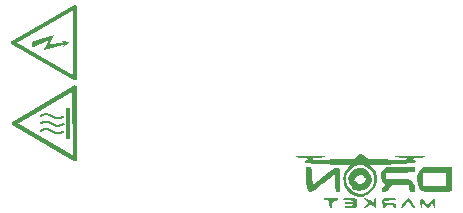
<source format=gbr>
%TF.GenerationSoftware,KiCad,Pcbnew,9.0.1*%
%TF.CreationDate,2025-04-09T16:15:18+03:00*%
%TF.ProjectId,G__ Da__t_m Kart_,47fce720-4461-41f3-9174-316d204b6172,rev?*%
%TF.SameCoordinates,Original*%
%TF.FileFunction,Legend,Bot*%
%TF.FilePolarity,Positive*%
%FSLAX46Y46*%
G04 Gerber Fmt 4.6, Leading zero omitted, Abs format (unit mm)*
G04 Created by KiCad (PCBNEW 9.0.1) date 2025-04-09 16:15:18*
%MOMM*%
%LPD*%
G01*
G04 APERTURE LIST*
%ADD10C,0.000000*%
G04 APERTURE END LIST*
D10*
%TO.C,G\u002A\u002A\u002A*%
G36*
X183132124Y-72599739D02*
G01*
X183178588Y-72609821D01*
X183217817Y-72631749D01*
X183249112Y-72665034D01*
X183271778Y-72709182D01*
X183271950Y-72709701D01*
X183272772Y-72713762D01*
X183273547Y-72720583D01*
X183274277Y-72730539D01*
X183274962Y-72744004D01*
X183275605Y-72761354D01*
X183276205Y-72782963D01*
X183276765Y-72809206D01*
X183277284Y-72840458D01*
X183277765Y-72877092D01*
X183278208Y-72919485D01*
X183278614Y-72968011D01*
X183278985Y-73023044D01*
X183279321Y-73084960D01*
X183279624Y-73154132D01*
X183279895Y-73230936D01*
X183280134Y-73315747D01*
X183280343Y-73408939D01*
X183280523Y-73510886D01*
X183280676Y-73621965D01*
X183280801Y-73742549D01*
X183280900Y-73873013D01*
X183280975Y-74013731D01*
X183281026Y-74165080D01*
X183281054Y-74327432D01*
X183281061Y-74501164D01*
X183281047Y-74686650D01*
X183281014Y-74884264D01*
X183280963Y-75094381D01*
X183280895Y-75317377D01*
X183280810Y-75553625D01*
X183280711Y-75803500D01*
X183279437Y-78869983D01*
X183260028Y-78903001D01*
X183236442Y-78935244D01*
X183200889Y-78964055D01*
X183156859Y-78982016D01*
X183138751Y-78986268D01*
X183119268Y-78988746D01*
X183099999Y-78987817D01*
X183078929Y-78982810D01*
X183054047Y-78973054D01*
X183023337Y-78957880D01*
X182984787Y-78936615D01*
X182936383Y-78908590D01*
X182919094Y-78898483D01*
X182890244Y-78881693D01*
X182865510Y-78867387D01*
X182848869Y-78857870D01*
X182832961Y-78848833D01*
X182808148Y-78834627D01*
X182782359Y-78819771D01*
X182760157Y-78806937D01*
X182741041Y-78795887D01*
X182729850Y-78789419D01*
X182708972Y-78777345D01*
X182661865Y-78750088D01*
X182607744Y-78718752D01*
X182549340Y-78684922D01*
X182489390Y-78650183D01*
X182430625Y-78616119D01*
X182375779Y-78584313D01*
X182327587Y-78556350D01*
X182288781Y-78533815D01*
X182285709Y-78532030D01*
X182246148Y-78509077D01*
X182208801Y-78487467D01*
X182176139Y-78468626D01*
X182150633Y-78453981D01*
X182134757Y-78444956D01*
X182123207Y-78438416D01*
X182099325Y-78424762D01*
X182068132Y-78406838D01*
X182032358Y-78386217D01*
X181994735Y-78364466D01*
X181966166Y-78347949D01*
X181929696Y-78326930D01*
X181897143Y-78308242D01*
X181871238Y-78293450D01*
X181854713Y-78284123D01*
X181851383Y-78282261D01*
X181831199Y-78270780D01*
X181803008Y-78254556D01*
X181770083Y-78235475D01*
X181735694Y-78215427D01*
X181698174Y-78193538D01*
X181650580Y-78165876D01*
X181602681Y-78138126D01*
X181560666Y-78113879D01*
X181553587Y-78109802D01*
X181518487Y-78089529D01*
X181485076Y-78070141D01*
X181456841Y-78053664D01*
X181437266Y-78042126D01*
X181434577Y-78040527D01*
X181391388Y-78015432D01*
X181344480Y-77989068D01*
X181301631Y-77965812D01*
X181296938Y-77963290D01*
X181281573Y-77954448D01*
X181273626Y-77948923D01*
X181270256Y-77946340D01*
X181257235Y-77938178D01*
X181238616Y-77927446D01*
X181222625Y-77918398D01*
X181197033Y-77903758D01*
X181164393Y-77884992D01*
X181127235Y-77863557D01*
X181088092Y-77840907D01*
X181049726Y-77818737D01*
X181011247Y-77796625D01*
X180976759Y-77776926D01*
X180948964Y-77761184D01*
X180930567Y-77750944D01*
X180912446Y-77740544D01*
X180896680Y-77730303D01*
X180889727Y-77724129D01*
X180889455Y-77723529D01*
X180881314Y-77718302D01*
X180880267Y-77718053D01*
X180869482Y-77713024D01*
X180849683Y-77702512D01*
X180823268Y-77687816D01*
X180792633Y-77670236D01*
X180787662Y-77667345D01*
X180755000Y-77648420D01*
X180724994Y-77631147D01*
X180700789Y-77617329D01*
X180685528Y-77608772D01*
X180675199Y-77603008D01*
X180652690Y-77590178D01*
X180624534Y-77573937D01*
X180594514Y-77556458D01*
X180587383Y-77552287D01*
X180538710Y-77523872D01*
X180487525Y-77494076D01*
X180435913Y-77464106D01*
X180385961Y-77435168D01*
X180339754Y-77408470D01*
X180299377Y-77385219D01*
X180266917Y-77366621D01*
X180244459Y-77353884D01*
X180219625Y-77339857D01*
X180186242Y-77320812D01*
X180156945Y-77303914D01*
X180148527Y-77299018D01*
X180104537Y-77273462D01*
X180060250Y-77247776D01*
X180017734Y-77223155D01*
X179979054Y-77200795D01*
X179946278Y-77181889D01*
X179921473Y-77167634D01*
X179906704Y-77159224D01*
X179902697Y-77156958D01*
X179884496Y-77146553D01*
X179858124Y-77131382D01*
X179826475Y-77113113D01*
X179792440Y-77093411D01*
X179780813Y-77086672D01*
X179746599Y-77066851D01*
X179715334Y-77048753D01*
X179690073Y-77034146D01*
X179673869Y-77024796D01*
X179649800Y-77010940D01*
X179610449Y-76988252D01*
X179572835Y-76966527D01*
X179539036Y-76946971D01*
X179511134Y-76930786D01*
X179491208Y-76919177D01*
X179481339Y-76913347D01*
X179481185Y-76913253D01*
X179468174Y-76905530D01*
X179446241Y-76892730D01*
X179418555Y-76876682D01*
X179388286Y-76859215D01*
X179358604Y-76842158D01*
X179332679Y-76827340D01*
X179313680Y-76816592D01*
X179299038Y-76808379D01*
X179266423Y-76789962D01*
X179237323Y-76773375D01*
X179214645Y-76760277D01*
X179201295Y-76752331D01*
X179185714Y-76742941D01*
X179161740Y-76728884D01*
X179133748Y-76712702D01*
X179105880Y-76696787D01*
X179082276Y-76683533D01*
X179072069Y-76677843D01*
X179040752Y-76660109D01*
X179002925Y-76638417D01*
X178961703Y-76614579D01*
X178920201Y-76590407D01*
X178881533Y-76567710D01*
X178848813Y-76548302D01*
X178825157Y-76533993D01*
X178822436Y-76532320D01*
X178801103Y-76519556D01*
X178785013Y-76510533D01*
X178777469Y-76507111D01*
X178777296Y-76507088D01*
X178769191Y-76503175D01*
X178751736Y-76493514D01*
X178727371Y-76479486D01*
X178698535Y-76462469D01*
X178680376Y-76451706D01*
X178646787Y-76431984D01*
X178605824Y-76408074D01*
X178559917Y-76381384D01*
X178511501Y-76353321D01*
X178463006Y-76325292D01*
X178416867Y-76298706D01*
X178375515Y-76274969D01*
X178341383Y-76255489D01*
X178316904Y-76241673D01*
X178306984Y-76236055D01*
X178284859Y-76223357D01*
X178255211Y-76206231D01*
X178220675Y-76186202D01*
X178183883Y-76164790D01*
X178159931Y-76150839D01*
X178108067Y-76120703D01*
X178055520Y-76090261D01*
X178004421Y-76060740D01*
X177956899Y-76033366D01*
X177915082Y-76009368D01*
X177881100Y-75989972D01*
X177857083Y-75976407D01*
X177831709Y-75961963D01*
X177789392Y-75935859D01*
X177757686Y-75912410D01*
X177735006Y-75889883D01*
X177719765Y-75866544D01*
X177710378Y-75840661D01*
X177705259Y-75810501D01*
X177705183Y-75784197D01*
X178229283Y-75784197D01*
X178230683Y-75795867D01*
X178244993Y-75810791D01*
X178271963Y-75828556D01*
X178281187Y-75833852D01*
X178308673Y-75849667D01*
X178345384Y-75870818D01*
X178389350Y-75896170D01*
X178438606Y-75924586D01*
X178491182Y-75954931D01*
X178545114Y-75986069D01*
X178598431Y-76016865D01*
X178649169Y-76046181D01*
X178695358Y-76072883D01*
X178735032Y-76095835D01*
X178766224Y-76113901D01*
X178778374Y-76120928D01*
X178808018Y-76137915D01*
X178832294Y-76151602D01*
X178848963Y-76160734D01*
X178855783Y-76164057D01*
X178858145Y-76164878D01*
X178867288Y-76171305D01*
X178874955Y-76176581D01*
X178892617Y-76187577D01*
X178917151Y-76202291D01*
X178945755Y-76219020D01*
X178978807Y-76238169D01*
X179019782Y-76261980D01*
X179062516Y-76286869D01*
X179101766Y-76309787D01*
X179113532Y-76316649D01*
X179143194Y-76333751D01*
X179167587Y-76347537D01*
X179184450Y-76356739D01*
X179191518Y-76360088D01*
X179195260Y-76361679D01*
X179208008Y-76369299D01*
X179225799Y-76381091D01*
X179237703Y-76389068D01*
X179252824Y-76398441D01*
X179260454Y-76402095D01*
X179262531Y-76402701D01*
X179273949Y-76408511D01*
X179290698Y-76418485D01*
X179298250Y-76423152D01*
X179323339Y-76438101D01*
X179348318Y-76452384D01*
X179348830Y-76452669D01*
X179361941Y-76460122D01*
X179385248Y-76473501D01*
X179416970Y-76491775D01*
X179455325Y-76513913D01*
X179498533Y-76538884D01*
X179544811Y-76565656D01*
X179592379Y-76593198D01*
X179639456Y-76620478D01*
X179684261Y-76646467D01*
X179725011Y-76670131D01*
X179759927Y-76690440D01*
X179787226Y-76706363D01*
X179805128Y-76716868D01*
X179815276Y-76722836D01*
X179844069Y-76739483D01*
X179871583Y-76755034D01*
X179895117Y-76767993D01*
X179911971Y-76776865D01*
X179919444Y-76780154D01*
X179922010Y-76780961D01*
X179931455Y-76787403D01*
X179940405Y-76793481D01*
X179958881Y-76804907D01*
X179984125Y-76819996D01*
X180013423Y-76837102D01*
X180043297Y-76854421D01*
X180085599Y-76879086D01*
X180129318Y-76904700D01*
X180168650Y-76927869D01*
X180176796Y-76932673D01*
X180206113Y-76949741D01*
X180230427Y-76963557D01*
X180247401Y-76972809D01*
X180254697Y-76976185D01*
X180254970Y-76976206D01*
X180263766Y-76980268D01*
X180277998Y-76989244D01*
X180290036Y-76997023D01*
X180311524Y-77010199D01*
X180338043Y-77026063D01*
X180366196Y-77042619D01*
X180392585Y-77057872D01*
X180413815Y-77069825D01*
X180426488Y-77076484D01*
X180428672Y-77077541D01*
X180443172Y-77085377D01*
X180461493Y-77096016D01*
X180472731Y-77102639D01*
X180494703Y-77115477D01*
X180525753Y-77133564D01*
X180564347Y-77156007D01*
X180608948Y-77181914D01*
X180658022Y-77210392D01*
X180710032Y-77240548D01*
X180757312Y-77267967D01*
X180809339Y-77298182D01*
X180858101Y-77326545D01*
X180901826Y-77352021D01*
X180938744Y-77373581D01*
X180967083Y-77390191D01*
X180985074Y-77400821D01*
X180994072Y-77406159D01*
X181016185Y-77418985D01*
X181032311Y-77427909D01*
X181039455Y-77431257D01*
X181042120Y-77432383D01*
X181054584Y-77439308D01*
X181074561Y-77451143D01*
X181099271Y-77466262D01*
X181113600Y-77475092D01*
X181135867Y-77488551D01*
X181151774Y-77497818D01*
X181158570Y-77501268D01*
X181164590Y-77504295D01*
X181180229Y-77512946D01*
X181202856Y-77525731D01*
X181229865Y-77541158D01*
X181258652Y-77557731D01*
X181286612Y-77573956D01*
X181311140Y-77588340D01*
X181329630Y-77599387D01*
X181336757Y-77603626D01*
X181354011Y-77613706D01*
X181375137Y-77625925D01*
X181378473Y-77627849D01*
X181399842Y-77640242D01*
X181429107Y-77657290D01*
X181462851Y-77676997D01*
X181497656Y-77697373D01*
X181503317Y-77700689D01*
X181539692Y-77721924D01*
X181575628Y-77742790D01*
X181607248Y-77761043D01*
X181630677Y-77774437D01*
X181655593Y-77788625D01*
X181688935Y-77807776D01*
X181718191Y-77824739D01*
X181728720Y-77830876D01*
X181754947Y-77846113D01*
X181788692Y-77865677D01*
X181827992Y-77888433D01*
X181870883Y-77913247D01*
X181915402Y-77938984D01*
X181959586Y-77964510D01*
X182001471Y-77988690D01*
X182039093Y-78010389D01*
X182070490Y-78028473D01*
X182093698Y-78041808D01*
X182106752Y-78049259D01*
X182118267Y-78055887D01*
X182141116Y-78069295D01*
X182169497Y-78086126D01*
X182199764Y-78104224D01*
X182224876Y-78119159D01*
X182248278Y-78132755D01*
X182264785Y-78141975D01*
X182271861Y-78145369D01*
X182278446Y-78148467D01*
X182293600Y-78157306D01*
X182313757Y-78169873D01*
X182332734Y-78181820D01*
X182347784Y-78190902D01*
X182354423Y-78194377D01*
X182357207Y-78195627D01*
X182369878Y-78202467D01*
X182390236Y-78213933D01*
X182415546Y-78228498D01*
X182440084Y-78242748D01*
X182509310Y-78282986D01*
X182568338Y-78317351D01*
X182616683Y-78345563D01*
X182653865Y-78367341D01*
X182679401Y-78382402D01*
X182696844Y-78392503D01*
X182712728Y-78401103D01*
X182720326Y-78404410D01*
X182720547Y-78404427D01*
X182728895Y-78408510D01*
X182742772Y-78417601D01*
X182751859Y-78423707D01*
X182773295Y-78437036D01*
X182800612Y-78453230D01*
X182831249Y-78470857D01*
X182862646Y-78488488D01*
X182892244Y-78504691D01*
X182917482Y-78518037D01*
X182935801Y-78527093D01*
X182944641Y-78530430D01*
X182945199Y-78529533D01*
X182945972Y-78524849D01*
X182946700Y-78515826D01*
X182947384Y-78502093D01*
X182948025Y-78483277D01*
X182948625Y-78459007D01*
X182949184Y-78428912D01*
X182949705Y-78392620D01*
X182950188Y-78349759D01*
X182950635Y-78299957D01*
X182951047Y-78242844D01*
X182951424Y-78178046D01*
X182951769Y-78105193D01*
X182952083Y-78023912D01*
X182952367Y-77933833D01*
X182952622Y-77834583D01*
X182952849Y-77725791D01*
X182953050Y-77607086D01*
X182953226Y-77478094D01*
X182953377Y-77338446D01*
X182953507Y-77187768D01*
X182953615Y-77025691D01*
X182953703Y-76851840D01*
X182953772Y-76665846D01*
X182953824Y-76467337D01*
X182953859Y-76255940D01*
X182953879Y-76031285D01*
X182953886Y-75792999D01*
X182953879Y-75591359D01*
X182953850Y-75353581D01*
X182953798Y-75129312D01*
X182953722Y-74918278D01*
X182953621Y-74720204D01*
X182953495Y-74534818D01*
X182953343Y-74361846D01*
X182953164Y-74201014D01*
X182952957Y-74052049D01*
X182952721Y-73914677D01*
X182952456Y-73788625D01*
X182952161Y-73673619D01*
X182951834Y-73569386D01*
X182951476Y-73475651D01*
X182951086Y-73392142D01*
X182950662Y-73318585D01*
X182950204Y-73254706D01*
X182949711Y-73200232D01*
X182949182Y-73154889D01*
X182948617Y-73118404D01*
X182948015Y-73090503D01*
X182947374Y-73070912D01*
X182946695Y-73059358D01*
X182945976Y-73055568D01*
X182942390Y-73056715D01*
X182927950Y-73063629D01*
X182905015Y-73075750D01*
X182875848Y-73091869D01*
X182842709Y-73110777D01*
X182825951Y-73120474D01*
X182791826Y-73140186D01*
X182761397Y-73157718D01*
X182737469Y-73171455D01*
X182722849Y-73179782D01*
X182715926Y-73183723D01*
X182694681Y-73196010D01*
X182667592Y-73211839D01*
X182638836Y-73228775D01*
X182625031Y-73236927D01*
X182596554Y-73253664D01*
X182571758Y-73268142D01*
X182554823Y-73277916D01*
X182548422Y-73281576D01*
X182528654Y-73292955D01*
X182500960Y-73308952D01*
X182467343Y-73328405D01*
X182429809Y-73350149D01*
X182390362Y-73373023D01*
X182351007Y-73395862D01*
X182313749Y-73417504D01*
X182280591Y-73436785D01*
X182253539Y-73452543D01*
X182234598Y-73463615D01*
X182225771Y-73468837D01*
X182217657Y-73473762D01*
X182196273Y-73486379D01*
X182171643Y-73500581D01*
X182146834Y-73514639D01*
X182124913Y-73526821D01*
X182108947Y-73535400D01*
X182102004Y-73538644D01*
X182101801Y-73538660D01*
X182093638Y-73542700D01*
X182079829Y-73551708D01*
X182072164Y-73556606D01*
X182053204Y-73568079D01*
X182025635Y-73584445D01*
X181991423Y-73604559D01*
X181952533Y-73627278D01*
X181910930Y-73651456D01*
X181868580Y-73675949D01*
X181827447Y-73699613D01*
X181789498Y-73721303D01*
X181756697Y-73739875D01*
X181749264Y-73744096D01*
X181727165Y-73756821D01*
X181697478Y-73774050D01*
X181663162Y-73794066D01*
X181627177Y-73815147D01*
X181619152Y-73819854D01*
X181573733Y-73846347D01*
X181522911Y-73875802D01*
X181472333Y-73904953D01*
X181427645Y-73930535D01*
X181419143Y-73935385D01*
X181372483Y-73962151D01*
X181320692Y-73992059D01*
X181269493Y-74021796D01*
X181224613Y-74048048D01*
X181203039Y-74060727D01*
X181171302Y-74079358D01*
X181142967Y-74095948D01*
X181115814Y-74111786D01*
X181087622Y-74128160D01*
X181056171Y-74146359D01*
X181019242Y-74167671D01*
X180974613Y-74193385D01*
X180920065Y-74224788D01*
X180846296Y-74267314D01*
X180777518Y-74307123D01*
X180717797Y-74341886D01*
X180665505Y-74372551D01*
X180619018Y-74400063D01*
X180608752Y-74406155D01*
X180580593Y-74422725D01*
X180555545Y-74437282D01*
X180538058Y-74447235D01*
X180533552Y-74449760D01*
X180514234Y-74460751D01*
X180485189Y-74477408D01*
X180448131Y-74498740D01*
X180404773Y-74523758D01*
X180356827Y-74551471D01*
X180306009Y-74580890D01*
X180254030Y-74611024D01*
X180202604Y-74640884D01*
X180153445Y-74669479D01*
X180144250Y-74674823D01*
X180119454Y-74689191D01*
X180087040Y-74707940D01*
X180049938Y-74729380D01*
X180011079Y-74751817D01*
X179973393Y-74773559D01*
X179939810Y-74792913D01*
X179913263Y-74808187D01*
X179874683Y-74830369D01*
X179815559Y-74864434D01*
X179757962Y-74897694D01*
X179703663Y-74929125D01*
X179654433Y-74957700D01*
X179612040Y-74982392D01*
X179578256Y-75002175D01*
X179554850Y-75016022D01*
X179546294Y-75021120D01*
X179515716Y-75039103D01*
X179486453Y-75056011D01*
X179463836Y-75068756D01*
X179448986Y-75077142D01*
X179432958Y-75086831D01*
X179425330Y-75092341D01*
X179418445Y-75097416D01*
X179404327Y-75105046D01*
X179394896Y-75109898D01*
X179374437Y-75121282D01*
X179351818Y-75134566D01*
X179336578Y-75143639D01*
X179317856Y-75154395D01*
X179306311Y-75160531D01*
X179304657Y-75161342D01*
X179291570Y-75168528D01*
X179271065Y-75180360D01*
X179246802Y-75194735D01*
X179228225Y-75205765D01*
X179195523Y-75224908D01*
X179159214Y-75245933D01*
X179124283Y-75265942D01*
X179089994Y-75285481D01*
X179042191Y-75312836D01*
X178999100Y-75337629D01*
X178962215Y-75358994D01*
X178933032Y-75376063D01*
X178913044Y-75387969D01*
X178903748Y-75393846D01*
X178899410Y-75396702D01*
X178884730Y-75405426D01*
X178865242Y-75416405D01*
X178849305Y-75425360D01*
X178822664Y-75440562D01*
X178787381Y-75460826D01*
X178745208Y-75485136D01*
X178697895Y-75512480D01*
X178647195Y-75541842D01*
X178594856Y-75572210D01*
X178542632Y-75602568D01*
X178492272Y-75631903D01*
X178445528Y-75659201D01*
X178404151Y-75683447D01*
X178388288Y-75692710D01*
X178359343Y-75709432D01*
X178334140Y-75723799D01*
X178323805Y-75729677D01*
X178298464Y-75744399D01*
X178277149Y-75757152D01*
X178272781Y-75759785D01*
X178254159Y-75770096D01*
X178240393Y-75776411D01*
X178229283Y-75784197D01*
X177705183Y-75784197D01*
X177705146Y-75771227D01*
X177716706Y-75728506D01*
X177741380Y-75690096D01*
X177745100Y-75686153D01*
X177764824Y-75669694D01*
X177795346Y-75648129D01*
X177835330Y-75622299D01*
X177883440Y-75593050D01*
X177938340Y-75561223D01*
X177998695Y-75527663D01*
X178016536Y-75517785D01*
X178031128Y-75509454D01*
X178039800Y-75504377D01*
X178058553Y-75493438D01*
X178083878Y-75478688D01*
X178112818Y-75461849D01*
X178138263Y-75447047D01*
X178163845Y-75432160D01*
X178183099Y-75420947D01*
X178193136Y-75415091D01*
X178196616Y-75413067D01*
X178211538Y-75404448D01*
X178233678Y-75391700D01*
X178259646Y-75376774D01*
X178271652Y-75369861D01*
X178296323Y-75355529D01*
X178315623Y-75344150D01*
X178326157Y-75337717D01*
X178336977Y-75331327D01*
X178354161Y-75322381D01*
X178368051Y-75314972D01*
X178389688Y-75302535D01*
X178413671Y-75288126D01*
X178417721Y-75285664D01*
X178437892Y-75273689D01*
X178467695Y-75256251D01*
X178505205Y-75234466D01*
X178548495Y-75209453D01*
X178595638Y-75182327D01*
X178644707Y-75154205D01*
X178656425Y-75147502D01*
X178706853Y-75118608D01*
X178756044Y-75090357D01*
X178801815Y-75064007D01*
X178841979Y-75040817D01*
X178874351Y-75022048D01*
X178896747Y-75008958D01*
X178910763Y-75000716D01*
X178945006Y-74980691D01*
X178978367Y-74961315D01*
X179005264Y-74945833D01*
X179018525Y-74938240D01*
X179049255Y-74920564D01*
X179083930Y-74900543D01*
X179117282Y-74881216D01*
X179119490Y-74879933D01*
X179152418Y-74860847D01*
X179192269Y-74837797D01*
X179234218Y-74813571D01*
X179273438Y-74790960D01*
X179286754Y-74783289D01*
X179318253Y-74765133D01*
X179345129Y-74749624D01*
X179364879Y-74738209D01*
X179374997Y-74732332D01*
X179376499Y-74731454D01*
X179390086Y-74723628D01*
X179411173Y-74711571D01*
X179435874Y-74697506D01*
X179438620Y-74695946D01*
X179465822Y-74680465D01*
X179491185Y-74666001D01*
X179509540Y-74655499D01*
X179551065Y-74631650D01*
X179590962Y-74608715D01*
X179620125Y-74591921D01*
X179639334Y-74580818D01*
X179649365Y-74574959D01*
X179651402Y-74573760D01*
X179665307Y-74565668D01*
X179687607Y-74552759D01*
X179715395Y-74536709D01*
X179745764Y-74519193D01*
X179775805Y-74501888D01*
X179802613Y-74486470D01*
X179823278Y-74474616D01*
X179834895Y-74468000D01*
X179840984Y-74464528D01*
X179858504Y-74454437D01*
X179884156Y-74439609D01*
X179915578Y-74421408D01*
X179950413Y-74401197D01*
X179959342Y-74396015D01*
X180005602Y-74369225D01*
X180056511Y-74339815D01*
X180106486Y-74311010D01*
X180149944Y-74286030D01*
X180202861Y-74255593D01*
X180260202Y-74222456D01*
X180317062Y-74189455D01*
X180370520Y-74158290D01*
X180417656Y-74130660D01*
X180455547Y-74108264D01*
X180475465Y-74096750D01*
X180491655Y-74088055D01*
X180499476Y-74084730D01*
X180499851Y-74084672D01*
X180508733Y-74080405D01*
X180525693Y-74070699D01*
X180547428Y-74057433D01*
X180555935Y-74052184D01*
X180581742Y-74036661D01*
X180615946Y-74016426D01*
X180655978Y-73992972D01*
X180699267Y-73967792D01*
X180743239Y-73942380D01*
X180785326Y-73918227D01*
X180822955Y-73896828D01*
X180853555Y-73879675D01*
X180870790Y-73869975D01*
X180897106Y-73854721D01*
X180918176Y-73842014D01*
X180925283Y-73837680D01*
X180940722Y-73829100D01*
X180949130Y-73825689D01*
X180953898Y-73823975D01*
X180965021Y-73816220D01*
X180968216Y-73813827D01*
X180983261Y-73804340D01*
X181005734Y-73791352D01*
X181032083Y-73776944D01*
X181043282Y-73770937D01*
X181068296Y-73757176D01*
X181087900Y-73745919D01*
X181098594Y-73739155D01*
X181106724Y-73733477D01*
X181123097Y-73723532D01*
X181124220Y-73722913D01*
X181137536Y-73715369D01*
X181162369Y-73701143D01*
X181198217Y-73680525D01*
X181244573Y-73653807D01*
X181300933Y-73621278D01*
X181366793Y-73583230D01*
X181441648Y-73539954D01*
X181462408Y-73527969D01*
X181491595Y-73511188D01*
X181516282Y-73497071D01*
X181532662Y-73487800D01*
X181532878Y-73487678D01*
X181549475Y-73478252D01*
X181576562Y-73462691D01*
X181612572Y-73441904D01*
X181655938Y-73416801D01*
X181705091Y-73388291D01*
X181758464Y-73357284D01*
X181814489Y-73324688D01*
X181871599Y-73291413D01*
X181928224Y-73258369D01*
X181944496Y-73248892D01*
X181975188Y-73231139D01*
X182002761Y-73215332D01*
X182022739Y-73204045D01*
X182030112Y-73199900D01*
X182052203Y-73187293D01*
X182081902Y-73170196D01*
X182116243Y-73150319D01*
X182152259Y-73129372D01*
X182173728Y-73116886D01*
X182205545Y-73098505D01*
X182232195Y-73083261D01*
X182251374Y-73072468D01*
X182260777Y-73067440D01*
X182266397Y-73064660D01*
X182281780Y-73055674D01*
X182285988Y-73053047D01*
X182301161Y-73043982D01*
X182324614Y-73030182D01*
X182354310Y-73012826D01*
X182388212Y-72993095D01*
X182424283Y-72972168D01*
X182460486Y-72951225D01*
X182494783Y-72931444D01*
X182525137Y-72914006D01*
X182549511Y-72900090D01*
X182565868Y-72890875D01*
X182572170Y-72887541D01*
X182577463Y-72884724D01*
X182593363Y-72875693D01*
X182618255Y-72861354D01*
X182650527Y-72842640D01*
X182688564Y-72820484D01*
X182730754Y-72795819D01*
X182764586Y-72776040D01*
X182808087Y-72750705D01*
X182848117Y-72727497D01*
X182882526Y-72707657D01*
X182909164Y-72692429D01*
X182925881Y-72683055D01*
X182944133Y-72672911D01*
X182945976Y-72671845D01*
X182961851Y-72662664D01*
X182971388Y-72656630D01*
X182972256Y-72656010D01*
X182983329Y-72649254D01*
X183002510Y-72638291D01*
X183026229Y-72625171D01*
X183045244Y-72615213D01*
X183069041Y-72605154D01*
X183090649Y-72600334D01*
X183115759Y-72599096D01*
X183132124Y-72599739D01*
G37*
G36*
X181318889Y-75162878D02*
G01*
X181313511Y-75178627D01*
X181301201Y-75206287D01*
X181282004Y-75245756D01*
X181255965Y-75296929D01*
X181251166Y-75306224D01*
X181226643Y-75353880D01*
X181201791Y-75402404D01*
X181178305Y-75448475D01*
X181157882Y-75488767D01*
X181142216Y-75519956D01*
X181139976Y-75524444D01*
X181124853Y-75554462D01*
X181112055Y-75579379D01*
X181102871Y-75596710D01*
X181098594Y-75603969D01*
X181097491Y-75605329D01*
X181090282Y-75617188D01*
X181078587Y-75638592D01*
X181063397Y-75667540D01*
X181045704Y-75702036D01*
X181026499Y-75740079D01*
X181006774Y-75779671D01*
X180987520Y-75818812D01*
X180969728Y-75855504D01*
X180954391Y-75887749D01*
X180942498Y-75913546D01*
X180935043Y-75930897D01*
X180933016Y-75937803D01*
X180933564Y-75938030D01*
X180944091Y-75938013D01*
X180966279Y-75936265D01*
X180998302Y-75933006D01*
X181038332Y-75928457D01*
X181084542Y-75922840D01*
X181135103Y-75916375D01*
X181188189Y-75909283D01*
X181241972Y-75901785D01*
X181294624Y-75894101D01*
X181298791Y-75893483D01*
X181325672Y-75889624D01*
X181363454Y-75884335D01*
X181409691Y-75877953D01*
X181461937Y-75870815D01*
X181517745Y-75863257D01*
X181574669Y-75855614D01*
X181686905Y-75840561D01*
X181791213Y-75826449D01*
X181882137Y-75814007D01*
X181959604Y-75803246D01*
X182023541Y-75794177D01*
X182073875Y-75786808D01*
X182110535Y-75781151D01*
X182133446Y-75777217D01*
X182142537Y-75775014D01*
X182146694Y-75771319D01*
X182146830Y-75765852D01*
X182140582Y-75757938D01*
X182126596Y-75746304D01*
X182103519Y-75729676D01*
X182069997Y-75706781D01*
X182040764Y-75686983D01*
X182002521Y-75660746D01*
X181974891Y-75641248D01*
X181957161Y-75627968D01*
X181948617Y-75620383D01*
X181948543Y-75617971D01*
X181955427Y-75618858D01*
X181974170Y-75621738D01*
X182002337Y-75626254D01*
X182037610Y-75632033D01*
X182077674Y-75638704D01*
X182111555Y-75644349D01*
X182151017Y-75650822D01*
X182185073Y-75656300D01*
X182210925Y-75660333D01*
X182225771Y-75662471D01*
X182227740Y-75662733D01*
X182243108Y-75665015D01*
X182269575Y-75669100D01*
X182304995Y-75674646D01*
X182347224Y-75681310D01*
X182394117Y-75688750D01*
X182443529Y-75696624D01*
X182493316Y-75704589D01*
X182541333Y-75712304D01*
X182585435Y-75719426D01*
X182623478Y-75725612D01*
X182653317Y-75730521D01*
X182672807Y-75733811D01*
X182675684Y-75734329D01*
X182689493Y-75737512D01*
X182693810Y-75739840D01*
X182693311Y-75740203D01*
X182684649Y-75746201D01*
X182667121Y-75758220D01*
X182642943Y-75774745D01*
X182614332Y-75794256D01*
X182586870Y-75813046D01*
X182548458Y-75839471D01*
X182505223Y-75869327D01*
X182460668Y-75900193D01*
X182418301Y-75929647D01*
X182410066Y-75935384D01*
X182339131Y-75984769D01*
X182277693Y-76027471D01*
X182223978Y-76064722D01*
X182176213Y-76097751D01*
X182132622Y-76127788D01*
X182127176Y-76131535D01*
X182103208Y-76148057D01*
X182082968Y-76162054D01*
X182070364Y-76170825D01*
X182067186Y-76172174D01*
X182067907Y-76165915D01*
X182076542Y-76148988D01*
X182092897Y-76121817D01*
X182100129Y-76110270D01*
X182127553Y-76066252D01*
X182148332Y-76032356D01*
X182163220Y-76007229D01*
X182172970Y-75989520D01*
X182178334Y-75977876D01*
X182180066Y-75970947D01*
X182178918Y-75967380D01*
X182178216Y-75966764D01*
X182176118Y-75965814D01*
X182172409Y-75965513D01*
X182166174Y-75966097D01*
X182156498Y-75967799D01*
X182142466Y-75970853D01*
X182123163Y-75975494D01*
X182097674Y-75981955D01*
X182065084Y-75990472D01*
X182024478Y-76001278D01*
X181974941Y-76014607D01*
X181915559Y-76030694D01*
X181845415Y-76049772D01*
X181763594Y-76072077D01*
X181669183Y-76097841D01*
X181656989Y-76101165D01*
X181625772Y-76109655D01*
X181585437Y-76120609D01*
X181538825Y-76133256D01*
X181488781Y-76146823D01*
X181438147Y-76160540D01*
X181391624Y-76173142D01*
X181344319Y-76185974D01*
X181306526Y-76196255D01*
X181276028Y-76204597D01*
X181250605Y-76211609D01*
X181228040Y-76217899D01*
X181206113Y-76224079D01*
X181182607Y-76230757D01*
X181178016Y-76232045D01*
X181158365Y-76237452D01*
X181127953Y-76245743D01*
X181088725Y-76256391D01*
X181042622Y-76268868D01*
X180991589Y-76282647D01*
X180937568Y-76297203D01*
X180934759Y-76297959D01*
X180873540Y-76314453D01*
X180809233Y-76331808D01*
X180745159Y-76349123D01*
X180684641Y-76365501D01*
X180631001Y-76380044D01*
X180587561Y-76391852D01*
X180578264Y-76394379D01*
X180537734Y-76405258D01*
X180502513Y-76414492D01*
X180474648Y-76421561D01*
X180456187Y-76425942D01*
X180449175Y-76427115D01*
X180449923Y-76425131D01*
X180456169Y-76412710D01*
X180468143Y-76390006D01*
X180485156Y-76358294D01*
X180506519Y-76318849D01*
X180531544Y-76272945D01*
X180559540Y-76221857D01*
X180589821Y-76166860D01*
X180601656Y-76145410D01*
X180633047Y-76088482D01*
X180663046Y-76034034D01*
X180690757Y-75983693D01*
X180715284Y-75939091D01*
X180735730Y-75901856D01*
X180751199Y-75873619D01*
X180760794Y-75856009D01*
X180766220Y-75846020D01*
X180782252Y-75816735D01*
X180802179Y-75780543D01*
X180823983Y-75741108D01*
X180845645Y-75702094D01*
X180859231Y-75677207D01*
X180875475Y-75645952D01*
X180887776Y-75620424D01*
X180895118Y-75602759D01*
X180896487Y-75595093D01*
X180890892Y-75594516D01*
X180872746Y-75599313D01*
X180842765Y-75610460D01*
X180801259Y-75627839D01*
X180748538Y-75651332D01*
X180743150Y-75653772D01*
X180721401Y-75663519D01*
X180691303Y-75676921D01*
X180656096Y-75692537D01*
X180619018Y-75708926D01*
X180603196Y-75715910D01*
X180568204Y-75731368D01*
X180537432Y-75744980D01*
X180513742Y-75755480D01*
X180499999Y-75761598D01*
X180487014Y-75767383D01*
X180460781Y-75778994D01*
X180425592Y-75794522D01*
X180383608Y-75813017D01*
X180336991Y-75833530D01*
X180287900Y-75855112D01*
X180238497Y-75876813D01*
X180190943Y-75897683D01*
X180147399Y-75916774D01*
X180110025Y-75933135D01*
X180080981Y-75945817D01*
X180062430Y-75953870D01*
X180030626Y-75967779D01*
X179992458Y-75984814D01*
X179958540Y-76000266D01*
X179951233Y-76003633D01*
X179928255Y-76014031D01*
X179911546Y-76021300D01*
X179904311Y-76024035D01*
X179903119Y-76024369D01*
X179892298Y-76028807D01*
X179873013Y-76037324D01*
X179848415Y-76048539D01*
X179839639Y-76052575D01*
X179816507Y-76063026D01*
X179799768Y-76070308D01*
X179792568Y-76073043D01*
X179787717Y-76074715D01*
X179773157Y-76080873D01*
X179752823Y-76090004D01*
X179737948Y-76096798D01*
X179701987Y-76113010D01*
X179663459Y-76130141D01*
X179624556Y-76147243D01*
X179587469Y-76163365D01*
X179554391Y-76177558D01*
X179527513Y-76188872D01*
X179509028Y-76196357D01*
X179501129Y-76199063D01*
X179499847Y-76192805D01*
X179498620Y-76174062D01*
X179497536Y-76144386D01*
X179496629Y-76105343D01*
X179495938Y-76058496D01*
X179495496Y-76005408D01*
X179495341Y-75947646D01*
X179495341Y-75696229D01*
X179553100Y-75678276D01*
X179579018Y-75670349D01*
X179616934Y-75658985D01*
X179658475Y-75646720D01*
X179698373Y-75635118D01*
X179732889Y-75625155D01*
X179774498Y-75613099D01*
X179813171Y-75601851D01*
X179843646Y-75592939D01*
X179879442Y-75582421D01*
X179917099Y-75571361D01*
X179953269Y-75560746D01*
X179990083Y-75549950D01*
X180029675Y-75538349D01*
X180074176Y-75525319D01*
X180125719Y-75510234D01*
X180186436Y-75492469D01*
X180258461Y-75471400D01*
X180307931Y-75456905D01*
X180362544Y-75440846D01*
X180412581Y-75426072D01*
X180456269Y-75413109D01*
X180491835Y-75402485D01*
X180517504Y-75394725D01*
X180531504Y-75390356D01*
X180549033Y-75384847D01*
X180577266Y-75376359D01*
X180611265Y-75366387D01*
X180647022Y-75356119D01*
X180674919Y-75348164D01*
X180728180Y-75332829D01*
X180792119Y-75314263D01*
X180867419Y-75292266D01*
X180954764Y-75266639D01*
X181054837Y-75237184D01*
X181083637Y-75228704D01*
X181131730Y-75214567D01*
X181180532Y-75200245D01*
X181222973Y-75187813D01*
X181255899Y-75178095D01*
X181284702Y-75169432D01*
X181306260Y-75162775D01*
X181317470Y-75159066D01*
X181318889Y-75162878D01*
G37*
G36*
X183800832Y-85424126D02*
G01*
X183807225Y-85424908D01*
X183814857Y-85426220D01*
X183818974Y-85427442D01*
X183819880Y-85428090D01*
X183821602Y-85431980D01*
X183818360Y-85435253D01*
X183816562Y-85436792D01*
X183819021Y-85439469D01*
X183821332Y-85441877D01*
X183820193Y-85444833D01*
X183814117Y-85447073D01*
X183803406Y-85448424D01*
X183797535Y-85448494D01*
X183791454Y-85447642D01*
X183788586Y-85446124D01*
X183789665Y-85444431D01*
X183795420Y-85443056D01*
X183795663Y-85443024D01*
X183800346Y-85441229D01*
X183800695Y-85437057D01*
X183798900Y-85433954D01*
X183793686Y-85431057D01*
X183790217Y-85429882D01*
X183786761Y-85426382D01*
X183786579Y-85425610D01*
X183787634Y-85423899D01*
X183792047Y-85423458D01*
X183800832Y-85424126D01*
G37*
G36*
X183809232Y-85453595D02*
G01*
X183816366Y-85454229D01*
X183819881Y-85455211D01*
X183820839Y-85457711D01*
X183818770Y-85460390D01*
X183814666Y-85460571D01*
X183813814Y-85460279D01*
X183811083Y-85460599D01*
X183811982Y-85463662D01*
X183816310Y-85468502D01*
X183817557Y-85469749D01*
X183820839Y-85474660D01*
X183821929Y-85478962D01*
X183820235Y-85480807D01*
X183819757Y-85480623D01*
X183816454Y-85477733D01*
X183811658Y-85472449D01*
X183804626Y-85464092D01*
X183797096Y-85471306D01*
X183797033Y-85471366D01*
X183791264Y-85475370D01*
X183787564Y-85475519D01*
X183786963Y-85472492D01*
X183790488Y-85466963D01*
X183792991Y-85463284D01*
X183792124Y-85461666D01*
X183790665Y-85461200D01*
X183788965Y-85457564D01*
X183790119Y-85455214D01*
X183794635Y-85453852D01*
X183803549Y-85453463D01*
X183809232Y-85453595D01*
G37*
G36*
X183801735Y-85484509D02*
G01*
X183801828Y-85487176D01*
X183801618Y-85490534D01*
X183803897Y-85496161D01*
X183804683Y-85497196D01*
X183807970Y-85499571D01*
X183811912Y-85497459D01*
X183814318Y-85494594D01*
X183816310Y-85488514D01*
X183816849Y-85485699D01*
X183819044Y-85484909D01*
X183820877Y-85486747D01*
X183821828Y-85492150D01*
X183819800Y-85498290D01*
X183815607Y-85503316D01*
X183810061Y-85505375D01*
X183808344Y-85505314D01*
X183800773Y-85502921D01*
X183796371Y-85496530D01*
X183796207Y-85496106D01*
X183793249Y-85492231D01*
X183790475Y-85492589D01*
X183789681Y-85497041D01*
X183789556Y-85500116D01*
X183787598Y-85502510D01*
X183787382Y-85502496D01*
X183785596Y-85499788D01*
X183784864Y-85493795D01*
X183785296Y-85488155D01*
X183787818Y-85485178D01*
X183794120Y-85484024D01*
X183797878Y-85483781D01*
X183801735Y-85484509D01*
G37*
G36*
X183799480Y-85512871D02*
G01*
X183801638Y-85516354D01*
X183801787Y-85518003D01*
X183802322Y-85523874D01*
X183803005Y-85525600D01*
X183806696Y-85527199D01*
X183811406Y-85526251D01*
X183814659Y-85522944D01*
X183815267Y-85520568D01*
X183814790Y-85516108D01*
X183814607Y-85514835D01*
X183817515Y-85513620D01*
X183819458Y-85514052D01*
X183821564Y-85517585D01*
X183820665Y-85523430D01*
X183816823Y-85530071D01*
X183814489Y-85532370D01*
X183807989Y-85534624D01*
X183801670Y-85532230D01*
X183797017Y-85525526D01*
X183795822Y-85523097D01*
X183792534Y-85520538D01*
X183790173Y-85522331D01*
X183790508Y-85527846D01*
X183791049Y-85531706D01*
X183788569Y-85532190D01*
X183788457Y-85532150D01*
X183785655Y-85528683D01*
X183784007Y-85522296D01*
X183783790Y-85518641D01*
X183784907Y-85514502D01*
X183788792Y-85513210D01*
X183792341Y-85512948D01*
X183797852Y-85512526D01*
X183799480Y-85512871D01*
G37*
G36*
X183812363Y-85542540D02*
G01*
X183813575Y-85547508D01*
X183814490Y-85551965D01*
X183817677Y-85555625D01*
X183820812Y-85557193D01*
X183822189Y-85559603D01*
X183819574Y-85561379D01*
X183813889Y-85562075D01*
X183806055Y-85561246D01*
X183804601Y-85560872D01*
X183800639Y-85558469D01*
X183800276Y-85555860D01*
X183804005Y-85554636D01*
X183805892Y-85554328D01*
X183808106Y-85551902D01*
X183808086Y-85551065D01*
X183807326Y-85549456D01*
X183804467Y-85550124D01*
X183798165Y-85553252D01*
X183791313Y-85556273D01*
X183785532Y-85557099D01*
X183783497Y-85554502D01*
X183785370Y-85552222D01*
X183790746Y-85548729D01*
X183797863Y-85545095D01*
X183804929Y-85542225D01*
X183810157Y-85541024D01*
X183812363Y-85542540D01*
G37*
G36*
X183806232Y-85571193D02*
G01*
X183807889Y-85571445D01*
X183813953Y-85572367D01*
X183818497Y-85574324D01*
X183819251Y-85575177D01*
X183821675Y-85582302D01*
X183820119Y-85591327D01*
X183818552Y-85593381D01*
X183812788Y-85595501D01*
X183804822Y-85595569D01*
X183796408Y-85593848D01*
X183789298Y-85590602D01*
X183785246Y-85586093D01*
X183784394Y-85582859D01*
X183784889Y-85580717D01*
X183790671Y-85580717D01*
X183790922Y-85584749D01*
X183795898Y-85586981D01*
X183805585Y-85586958D01*
X183812410Y-85585303D01*
X183815824Y-85582186D01*
X183814544Y-85578391D01*
X183813490Y-85577650D01*
X183807889Y-85576406D01*
X183800654Y-85576654D01*
X183794132Y-85578168D01*
X183790671Y-85580717D01*
X183784889Y-85580717D01*
X183785856Y-85576535D01*
X183791923Y-85572476D01*
X183802187Y-85571043D01*
X183806232Y-85571193D01*
G37*
G36*
X183806848Y-85601805D02*
G01*
X183808348Y-85604371D01*
X183811954Y-85606590D01*
X183813832Y-85606963D01*
X183818497Y-85609871D01*
X183820399Y-85612929D01*
X183821652Y-85618504D01*
X183821226Y-85623540D01*
X183819044Y-85625731D01*
X183817817Y-85625302D01*
X183816310Y-85621726D01*
X183814751Y-85617312D01*
X183809685Y-85614165D01*
X183802725Y-85613486D01*
X183795554Y-85615386D01*
X183789855Y-85619976D01*
X183788884Y-85621254D01*
X183786590Y-85622831D01*
X183784753Y-85619544D01*
X183784676Y-85613894D01*
X183788403Y-85608747D01*
X183794633Y-85606590D01*
X183797804Y-85605807D01*
X183802318Y-85601805D01*
X183803362Y-85600000D01*
X183805157Y-85598471D01*
X183806848Y-85601805D01*
G37*
G36*
X183797859Y-85630843D02*
G01*
X183798124Y-85635389D01*
X183798138Y-85637716D01*
X183801444Y-85639042D01*
X183809181Y-85639403D01*
X183812071Y-85639453D01*
X183819398Y-85640508D01*
X183821778Y-85642996D01*
X183821764Y-85643264D01*
X183819976Y-85645114D01*
X183814582Y-85645795D01*
X183804688Y-85645433D01*
X183796562Y-85644673D01*
X183789128Y-85643499D01*
X183785438Y-85642278D01*
X183785012Y-85641638D01*
X183785756Y-85637881D01*
X183789004Y-85633380D01*
X183793154Y-85629971D01*
X183796606Y-85629485D01*
X183797859Y-85630843D01*
G37*
G36*
X183801090Y-85661054D02*
G01*
X183806174Y-85667193D01*
X183807729Y-85669762D01*
X183811227Y-85673520D01*
X183814125Y-85672760D01*
X183815685Y-85669951D01*
X183813616Y-85665430D01*
X183811407Y-85660908D01*
X183813117Y-85659073D01*
X183817611Y-85661224D01*
X183821226Y-85666589D01*
X183821392Y-85672999D01*
X183818260Y-85678246D01*
X183812354Y-85680419D01*
X183807978Y-85679239D01*
X183803135Y-85673583D01*
X183800279Y-85668966D01*
X183797175Y-85666747D01*
X183795669Y-85668348D01*
X183796046Y-85673583D01*
X183796543Y-85678168D01*
X183794783Y-85680419D01*
X183792874Y-85679356D01*
X183790492Y-85674676D01*
X183789309Y-85668340D01*
X183789952Y-85662652D01*
X183791283Y-85660393D01*
X183795693Y-85658666D01*
X183801090Y-85661054D01*
G37*
G36*
X183810785Y-85687316D02*
G01*
X183815191Y-85690250D01*
X183818206Y-85696826D01*
X183819765Y-85701620D01*
X183821569Y-85709150D01*
X183820918Y-85712078D01*
X183817808Y-85710607D01*
X183814784Y-85709084D01*
X183808552Y-85708989D01*
X183806362Y-85709428D01*
X183798814Y-85708374D01*
X183791918Y-85704574D01*
X183788073Y-85699179D01*
X183787741Y-85697020D01*
X183788147Y-85695842D01*
X183795463Y-85695842D01*
X183796297Y-85699429D01*
X183801212Y-85701888D01*
X183804531Y-85701747D01*
X183804489Y-85698470D01*
X183803933Y-85695296D01*
X183805983Y-85694340D01*
X183810294Y-85697373D01*
X183812518Y-85699104D01*
X183813575Y-85697557D01*
X183813520Y-85697008D01*
X183810610Y-85693828D01*
X183804934Y-85692254D01*
X183798805Y-85692999D01*
X183795463Y-85695842D01*
X183788147Y-85695842D01*
X183789797Y-85691057D01*
X183795891Y-85687277D01*
X183804934Y-85686436D01*
X183805028Y-85686427D01*
X183810785Y-85687316D01*
G37*
G36*
X183787304Y-85716929D02*
G01*
X183790965Y-85720752D01*
X183791938Y-85721967D01*
X183797724Y-85725620D01*
X183804920Y-85727092D01*
X183811471Y-85726211D01*
X183815321Y-85722803D01*
X183816347Y-85720877D01*
X183819336Y-85718701D01*
X183821580Y-85720082D01*
X183821685Y-85724158D01*
X183819527Y-85729016D01*
X183815626Y-85732686D01*
X183811331Y-85735377D01*
X183807590Y-85738826D01*
X183805373Y-85739895D01*
X183800538Y-85737050D01*
X183796489Y-85734068D01*
X183792109Y-85732373D01*
X183789172Y-85730684D01*
X183785990Y-85725910D01*
X183784126Y-85720422D01*
X183784718Y-85716639D01*
X183787304Y-85716929D01*
G37*
G36*
X183802469Y-85778533D02*
G01*
X183806450Y-85784574D01*
X183807298Y-85785961D01*
X183811250Y-85790531D01*
X183814306Y-85790159D01*
X183815629Y-85787737D01*
X183813616Y-85783010D01*
X183811407Y-85778488D01*
X183813117Y-85776653D01*
X183817611Y-85778804D01*
X183818634Y-85779727D01*
X183821616Y-85785621D01*
X183820119Y-85793674D01*
X183819183Y-85795433D01*
X183814760Y-85797836D01*
X183808952Y-85796104D01*
X183803088Y-85790485D01*
X183802427Y-85789611D01*
X183798313Y-85785588D01*
X183795523Y-85785061D01*
X183794912Y-85786584D01*
X183796667Y-85790388D01*
X183798609Y-85792679D01*
X183799581Y-85796519D01*
X183796094Y-85797999D01*
X183793905Y-85797459D01*
X183790502Y-85793477D01*
X183789065Y-85787426D01*
X183789894Y-85781472D01*
X183793291Y-85777784D01*
X183794609Y-85777293D01*
X183799133Y-85776422D01*
X183802469Y-85778533D01*
G37*
G36*
X183819955Y-85805291D02*
G01*
X183821463Y-85808664D01*
X183821357Y-85815549D01*
X183818948Y-85822789D01*
X183816853Y-85825331D01*
X183811234Y-85827787D01*
X183805334Y-85827249D01*
X183801506Y-85823604D01*
X183800518Y-85821452D01*
X183798484Y-85820801D01*
X183794434Y-85823976D01*
X183790796Y-85826665D01*
X183788474Y-85826120D01*
X183786911Y-85821597D01*
X183785540Y-85812355D01*
X183785531Y-85812277D01*
X183785593Y-85805601D01*
X183788072Y-85803468D01*
X183790187Y-85804500D01*
X183791700Y-85808937D01*
X183792213Y-85812116D01*
X183794434Y-85814406D01*
X183795088Y-85814326D01*
X183797169Y-85811671D01*
X183797203Y-85810935D01*
X183798737Y-85808885D01*
X183801718Y-85810804D01*
X183805001Y-85816051D01*
X183806284Y-85818640D01*
X183808956Y-85821356D01*
X183812250Y-85819840D01*
X183814344Y-85816967D01*
X183814619Y-85809991D01*
X183814251Y-85805988D01*
X183816137Y-85803390D01*
X183819955Y-85805291D01*
G37*
G36*
X183807769Y-85833937D02*
G01*
X183813700Y-85834717D01*
X183818497Y-85836828D01*
X183820298Y-85839577D01*
X183821778Y-85845852D01*
X183821237Y-85849544D01*
X183818497Y-85854875D01*
X183816752Y-85856030D01*
X183810183Y-85857691D01*
X183801901Y-85858022D01*
X183794249Y-85857034D01*
X183789567Y-85854738D01*
X183787365Y-85850960D01*
X183786034Y-85844667D01*
X183790259Y-85844667D01*
X183790983Y-85847897D01*
X183795435Y-85849513D01*
X183804460Y-85849953D01*
X183806901Y-85849888D01*
X183814106Y-85848403D01*
X183816779Y-85845255D01*
X183814487Y-85840838D01*
X183813330Y-85840075D01*
X183807769Y-85838965D01*
X183800601Y-85839191D01*
X183794169Y-85840552D01*
X183790814Y-85842850D01*
X183790259Y-85844667D01*
X183786034Y-85844667D01*
X183785763Y-85843387D01*
X183787144Y-85836965D01*
X183790593Y-85834977D01*
X183797642Y-85833800D01*
X183806046Y-85833711D01*
X183807769Y-85833937D01*
G37*
G36*
X183812502Y-79547627D02*
G01*
X183811877Y-79551101D01*
X183811789Y-79551290D01*
X183808708Y-79554367D01*
X183802740Y-79558737D01*
X183795348Y-79563500D01*
X183787997Y-79567756D01*
X183782148Y-79570605D01*
X183779267Y-79571148D01*
X183779127Y-79569284D01*
X183782093Y-79565362D01*
X183787598Y-79561288D01*
X183790480Y-79559559D01*
X183791306Y-79557932D01*
X183787104Y-79556467D01*
X183783714Y-79554929D01*
X183780200Y-79551641D01*
X183779189Y-79548514D01*
X183781607Y-79547122D01*
X183785423Y-79548215D01*
X183791209Y-79551461D01*
X183794640Y-79553635D01*
X183798755Y-79554260D01*
X183804026Y-79551461D01*
X183808984Y-79548464D01*
X183812026Y-79547122D01*
X183812502Y-79547627D01*
G37*
G36*
X183791173Y-79634221D02*
G01*
X183796485Y-79634858D01*
X183800595Y-79637613D01*
X183802637Y-79644267D01*
X183803338Y-79648737D01*
X183805503Y-79649582D01*
X183806812Y-79648188D01*
X183807922Y-79643268D01*
X183807662Y-79638374D01*
X183808513Y-79635256D01*
X183810841Y-79637358D01*
X183812171Y-79639602D01*
X183813320Y-79644689D01*
X183810937Y-79650850D01*
X183809170Y-79653038D01*
X183803884Y-79655264D01*
X183794530Y-79656090D01*
X183780762Y-79656400D01*
X183780762Y-79646975D01*
X183780801Y-79645520D01*
X183781460Y-79643235D01*
X183787349Y-79643235D01*
X183787726Y-79646770D01*
X183791051Y-79649435D01*
X183794987Y-79649321D01*
X183795857Y-79648454D01*
X183797169Y-79644032D01*
X183795286Y-79640786D01*
X183791173Y-79640376D01*
X183787409Y-79643132D01*
X183787349Y-79643235D01*
X183781460Y-79643235D01*
X183783087Y-79637599D01*
X183788502Y-79633901D01*
X183791173Y-79634221D01*
G37*
G36*
X183811939Y-79751747D02*
G01*
X183812502Y-79753211D01*
X183809888Y-79756340D01*
X183807388Y-79758831D01*
X183805372Y-79763579D01*
X183805361Y-79764014D01*
X183802805Y-79769830D01*
X183797097Y-79773340D01*
X183790193Y-79773883D01*
X183784043Y-79770797D01*
X183781910Y-79766876D01*
X183781140Y-79762344D01*
X183787889Y-79762344D01*
X183788573Y-79765692D01*
X183793030Y-79767242D01*
X183796246Y-79766421D01*
X183799425Y-79762235D01*
X183799530Y-79761628D01*
X183798708Y-79758367D01*
X183793994Y-79758134D01*
X183790772Y-79759148D01*
X183787889Y-79762344D01*
X183781140Y-79762344D01*
X183780762Y-79760123D01*
X183780947Y-79756743D01*
X183782485Y-79753915D01*
X183786753Y-79752469D01*
X183793994Y-79751712D01*
X183795118Y-79751594D01*
X183800576Y-79751266D01*
X183807993Y-79751217D01*
X183811939Y-79751747D01*
G37*
G36*
X183807187Y-79780557D02*
G01*
X183812594Y-79781713D01*
X183813520Y-79783608D01*
X183809473Y-79786005D01*
X183807136Y-79787909D01*
X183805372Y-79793192D01*
X183803967Y-79797434D01*
X183798547Y-79801915D01*
X183796764Y-79802673D01*
X183791342Y-79803348D01*
X183786113Y-79799948D01*
X183782936Y-79795911D01*
X183782116Y-79791852D01*
X183786231Y-79791852D01*
X183786605Y-79793506D01*
X183790067Y-79796841D01*
X183793047Y-79797078D01*
X183798517Y-79794939D01*
X183799560Y-79794150D01*
X183801637Y-79791303D01*
X183799129Y-79788243D01*
X183798691Y-79787905D01*
X183793371Y-79786323D01*
X183788416Y-79787863D01*
X183786231Y-79791852D01*
X183782116Y-79791852D01*
X183781316Y-79787893D01*
X183782016Y-79784388D01*
X183784128Y-79782001D01*
X183788946Y-79780874D01*
X183793371Y-79780627D01*
X183797852Y-79780377D01*
X183807187Y-79780557D01*
G37*
G36*
X183811003Y-85751591D02*
G01*
X183812136Y-85754017D01*
X183812924Y-85759608D01*
X183811957Y-85764352D01*
X183809473Y-85766014D01*
X183807024Y-85764049D01*
X183805622Y-85758626D01*
X183806655Y-85752115D01*
X183806832Y-85751661D01*
X183808627Y-85749075D01*
X183811003Y-85751591D01*
G37*
G36*
X183796781Y-79722668D02*
G01*
X183801544Y-79724217D01*
X183802879Y-79725385D01*
X183805896Y-79730328D01*
X183806230Y-79731576D01*
X183805223Y-79737941D01*
X183799869Y-79742351D01*
X183791042Y-79744000D01*
X183784164Y-79743332D01*
X183781036Y-79741553D01*
X183782790Y-79739501D01*
X183789627Y-79738021D01*
X183795954Y-79736450D01*
X183799398Y-79732379D01*
X183799461Y-79730172D01*
X183797085Y-79728128D01*
X183790533Y-79727593D01*
X183789104Y-79727564D01*
X183783169Y-79726651D01*
X183780762Y-79724859D01*
X183780930Y-79724324D01*
X183784287Y-79722789D01*
X183790300Y-79722214D01*
X183796781Y-79722668D01*
G37*
G36*
X183784654Y-79840169D02*
G01*
X183786231Y-79843806D01*
X183786539Y-79845233D01*
X183789906Y-79847293D01*
X183797715Y-79847908D01*
X183801960Y-79848014D01*
X183806510Y-79848908D01*
X183806279Y-79850829D01*
X183805641Y-79851305D01*
X183800320Y-79852743D01*
X183792744Y-79852880D01*
X183787443Y-79852191D01*
X183782939Y-79850090D01*
X183781256Y-79845857D01*
X183781365Y-79841970D01*
X183783306Y-79839705D01*
X183784654Y-79840169D01*
G37*
G36*
X183799005Y-79867883D02*
G01*
X183804264Y-79871043D01*
X183806146Y-79876213D01*
X183805484Y-79883052D01*
X183802071Y-79887907D01*
X183800452Y-79886971D01*
X183800351Y-79881950D01*
X183800124Y-79876525D01*
X183797852Y-79873212D01*
X183795338Y-79874445D01*
X183794434Y-79880693D01*
X183794378Y-79882975D01*
X183793177Y-79887689D01*
X183789942Y-79888441D01*
X183784189Y-79885268D01*
X183781233Y-79879457D01*
X183781481Y-79878148D01*
X183786231Y-79878148D01*
X183786446Y-79879137D01*
X183788965Y-79879354D01*
X183789784Y-79878792D01*
X183791700Y-79876458D01*
X183791629Y-79876185D01*
X183788965Y-79875252D01*
X183788216Y-79875363D01*
X183786231Y-79878148D01*
X183781481Y-79878148D01*
X183782419Y-79873201D01*
X183785137Y-79870404D01*
X183788965Y-79868883D01*
X183791812Y-79867751D01*
X183799005Y-79867883D01*
G37*
G36*
X183793907Y-79982713D02*
G01*
X183796862Y-79982739D01*
X183802962Y-79987084D01*
X183805453Y-79991410D01*
X183805781Y-79998627D01*
X183801470Y-80004411D01*
X183795629Y-80006410D01*
X183788477Y-80005283D01*
X183783441Y-80000932D01*
X183782533Y-79998919D01*
X183782285Y-79995723D01*
X183786641Y-79995723D01*
X183789141Y-79998467D01*
X183791250Y-79999592D01*
X183796192Y-80000993D01*
X183798243Y-80000411D01*
X183800867Y-79996457D01*
X183800640Y-79990781D01*
X183798571Y-79988123D01*
X183793907Y-79987902D01*
X183788792Y-79991673D01*
X183788543Y-79991977D01*
X183786641Y-79995723D01*
X183782285Y-79995723D01*
X183781974Y-79991705D01*
X183785053Y-79985982D01*
X183790454Y-79982682D01*
X183793907Y-79982713D01*
G37*
G36*
X183806095Y-80019076D02*
G01*
X183806640Y-80020066D01*
X183806324Y-80024372D01*
X183806264Y-80024522D01*
X183803313Y-80026862D01*
X183799787Y-80025544D01*
X183798080Y-80021426D01*
X183798565Y-80019449D01*
X183801887Y-80017428D01*
X183806095Y-80019076D01*
G37*
G36*
X183792156Y-80072141D02*
G01*
X183801536Y-80072771D01*
X183807124Y-80074189D01*
X183808361Y-80076146D01*
X183804688Y-80078396D01*
X183802641Y-80080028D01*
X183804688Y-80083273D01*
X183807953Y-80088167D01*
X183807338Y-80090862D01*
X183803779Y-80090554D01*
X183798398Y-80086640D01*
X183796120Y-80084485D01*
X183793297Y-80083519D01*
X183790381Y-80086640D01*
X183788199Y-80089128D01*
X183784400Y-80091340D01*
X183782331Y-80090247D01*
X183783400Y-80085982D01*
X183783814Y-80085203D01*
X183785882Y-80080129D01*
X183784180Y-80078019D01*
X183777866Y-80077599D01*
X183777580Y-80077597D01*
X183772260Y-80076801D01*
X183771192Y-80074864D01*
X183774162Y-80073556D01*
X183781160Y-80072525D01*
X183790494Y-80072130D01*
X183792156Y-80072141D01*
G37*
G36*
X183799925Y-79492399D02*
G01*
X183803287Y-79497347D01*
X183803537Y-79498762D01*
X183803487Y-79504889D01*
X183801922Y-79509210D01*
X183799406Y-79509900D01*
X183798442Y-79508890D01*
X183798187Y-79504662D01*
X183798242Y-79502027D01*
X183795396Y-79497566D01*
X183794897Y-79497156D01*
X183792050Y-79495539D01*
X183791781Y-79498049D01*
X183792184Y-79502440D01*
X183791227Y-79509174D01*
X183787933Y-79511574D01*
X183783150Y-79509835D01*
X183779497Y-79504646D01*
X183779425Y-79502165D01*
X183783497Y-79502165D01*
X183783568Y-79502438D01*
X183786231Y-79503371D01*
X183786980Y-79503260D01*
X183788965Y-79500475D01*
X183788751Y-79499486D01*
X183786231Y-79499270D01*
X183785413Y-79499831D01*
X183783497Y-79502165D01*
X183779425Y-79502165D01*
X183779309Y-79498173D01*
X183781420Y-79494553D01*
X183786231Y-79491585D01*
X183787069Y-79491068D01*
X183793878Y-79490328D01*
X183799925Y-79492399D01*
G37*
G36*
X183783041Y-79522703D02*
G01*
X183785611Y-79524419D01*
X183791381Y-79525247D01*
X183797027Y-79526052D01*
X183802125Y-79528562D01*
X183803398Y-79530097D01*
X183804293Y-79534944D01*
X183800414Y-79538293D01*
X183798752Y-79538251D01*
X183798827Y-79535046D01*
X183799059Y-79534366D01*
X183798367Y-79531511D01*
X183793274Y-79530715D01*
X183788114Y-79531744D01*
X183784485Y-79534817D01*
X183782433Y-79537949D01*
X183779461Y-79538550D01*
X183778028Y-79535045D01*
X183777743Y-79533396D01*
X183774610Y-79529890D01*
X183773296Y-79528006D01*
X183776660Y-79524384D01*
X183780555Y-79522215D01*
X183783041Y-79522703D01*
G37*
G36*
X183803561Y-79580619D02*
G01*
X183804891Y-79586505D01*
X183804005Y-79592849D01*
X183801126Y-79597137D01*
X183797100Y-79598241D01*
X183792771Y-79595032D01*
X183790426Y-79591351D01*
X183788965Y-79587616D01*
X183788880Y-79587072D01*
X183786179Y-79585404D01*
X183784703Y-79587264D01*
X183785265Y-79592923D01*
X183786078Y-79596594D01*
X183785734Y-79598742D01*
X183782965Y-79597008D01*
X183781480Y-79595295D01*
X183779957Y-79589186D01*
X183781462Y-79582758D01*
X183785612Y-79578659D01*
X183788468Y-79578383D01*
X183792619Y-79581356D01*
X183794392Y-79587455D01*
X183794623Y-79588716D01*
X183797465Y-79590873D01*
X183799131Y-79589406D01*
X183798780Y-79584037D01*
X183798531Y-79582858D01*
X183798848Y-79578275D01*
X183800963Y-79577215D01*
X183803561Y-79580619D01*
G37*
G36*
X183784569Y-79610697D02*
G01*
X183789098Y-79613922D01*
X183796786Y-79615482D01*
X183797208Y-79615486D01*
X183802988Y-79616393D01*
X183805372Y-79618419D01*
X183804894Y-79619278D01*
X183800349Y-79620543D01*
X183791764Y-79620634D01*
X183787000Y-79620497D01*
X183779914Y-79620810D01*
X183776343Y-79621724D01*
X183775199Y-79622436D01*
X183771649Y-79621643D01*
X183769824Y-79618055D01*
X183770849Y-79616561D01*
X183775293Y-79615482D01*
X183778534Y-79614728D01*
X183780849Y-79610697D01*
X183780931Y-79608557D01*
X183781777Y-79607408D01*
X183784569Y-79610697D01*
G37*
G36*
X183795443Y-79664755D02*
G01*
X183802428Y-79665730D01*
X183805179Y-79667458D01*
X183803322Y-79669316D01*
X183796485Y-79670681D01*
X183790141Y-79672254D01*
X183787598Y-79675639D01*
X183789681Y-79678768D01*
X183796485Y-79680598D01*
X183798572Y-79680848D01*
X183804212Y-79682461D01*
X183805025Y-79684391D01*
X183801406Y-79685850D01*
X183793751Y-79686051D01*
X183789789Y-79685726D01*
X183784442Y-79684517D01*
X183782154Y-79681415D01*
X183781281Y-79674956D01*
X183780432Y-79664702D01*
X183792902Y-79664702D01*
X183795443Y-79664755D01*
G37*
G36*
X183790575Y-79695976D02*
G01*
X183794497Y-79701781D01*
X183797136Y-79706123D01*
X183800031Y-79707006D01*
X183801348Y-79705416D01*
X183799646Y-79701307D01*
X183797827Y-79697944D01*
X183798746Y-79695292D01*
X183802612Y-79696132D01*
X183804440Y-79699238D01*
X183804845Y-79705293D01*
X183802982Y-79710264D01*
X183798939Y-79712793D01*
X183794707Y-79711562D01*
X183792193Y-79706402D01*
X183791025Y-79702575D01*
X183788456Y-79700249D01*
X183787020Y-79701365D01*
X183787023Y-79705718D01*
X183787295Y-79709177D01*
X183784608Y-79711187D01*
X183781918Y-79709346D01*
X183780762Y-79702984D01*
X183782149Y-79697104D01*
X183785937Y-79694462D01*
X183790575Y-79695976D01*
G37*
G36*
X183799219Y-79813853D02*
G01*
X183803631Y-79816106D01*
X183805372Y-79821983D01*
X183804699Y-79826428D01*
X183802637Y-79828767D01*
X183801426Y-79828354D01*
X183799903Y-79824808D01*
X183799354Y-79823205D01*
X183795141Y-79821126D01*
X183786195Y-79820023D01*
X183781282Y-79819550D01*
X183774697Y-79818178D01*
X183771839Y-79816462D01*
X183772417Y-79815396D01*
X183776743Y-79813916D01*
X183783805Y-79813056D01*
X183791873Y-79812980D01*
X183799219Y-79813853D01*
G37*
G36*
X183804607Y-79899454D02*
G01*
X183804862Y-79905992D01*
X183803066Y-79912466D01*
X183799577Y-79915851D01*
X183795748Y-79915038D01*
X183792873Y-79909633D01*
X183790983Y-79905284D01*
X183788562Y-79904212D01*
X183787402Y-79906064D01*
X183787671Y-79911029D01*
X183787860Y-79914755D01*
X183785472Y-79916245D01*
X183782033Y-79913378D01*
X183781163Y-79910696D01*
X183781715Y-79904791D01*
X183784183Y-79899452D01*
X183787709Y-79897127D01*
X183791243Y-79898863D01*
X183794893Y-79903878D01*
X183795738Y-79905548D01*
X183798947Y-79909080D01*
X183801024Y-79908001D01*
X183800695Y-79902593D01*
X183800428Y-79899282D01*
X183802492Y-79897127D01*
X183804607Y-79899454D01*
G37*
G36*
X183804066Y-79928279D02*
G01*
X183805372Y-79932447D01*
X183804620Y-79935843D01*
X183801070Y-79938144D01*
X183799649Y-79937867D01*
X183797711Y-79934965D01*
X183798549Y-79930830D01*
X183801954Y-79927888D01*
X183804066Y-79928279D01*
G37*
G36*
X183801306Y-79957314D02*
G01*
X183801993Y-79958001D01*
X183804328Y-79962842D01*
X183805314Y-79968958D01*
X183804800Y-79974201D01*
X183802637Y-79976425D01*
X183800860Y-79974812D01*
X183799903Y-79969751D01*
X183799260Y-79965145D01*
X183797049Y-79961312D01*
X183796136Y-79960881D01*
X183791840Y-79961639D01*
X183788653Y-79965626D01*
X183788199Y-79971057D01*
X183788493Y-79974259D01*
X183786869Y-79976425D01*
X183785846Y-79976124D01*
X183783315Y-79972497D01*
X183782014Y-79966676D01*
X183782618Y-79961099D01*
X183783517Y-79959562D01*
X183788698Y-79956255D01*
X183795520Y-79955324D01*
X183801306Y-79957314D01*
G37*
G36*
X183805372Y-80053146D02*
G01*
X183805372Y-80064241D01*
X183793751Y-80063400D01*
X183793740Y-80063400D01*
X183786840Y-80062079D01*
X183783673Y-80059966D01*
X183784705Y-80057957D01*
X183790401Y-80056949D01*
X183793894Y-80056671D01*
X183799988Y-80054572D01*
X183801378Y-80051501D01*
X183798096Y-80048727D01*
X183790171Y-80047520D01*
X183789054Y-80047501D01*
X183783163Y-80046605D01*
X183780762Y-80044786D01*
X183781327Y-80043969D01*
X183785729Y-80042594D01*
X183793067Y-80042051D01*
X183805372Y-80042051D01*
X183805372Y-80053146D01*
G37*
G36*
X183799791Y-79403544D02*
G01*
X183801811Y-79407891D01*
X183802637Y-79414854D01*
X183802337Y-79420514D01*
X183800624Y-79423455D01*
X183796485Y-79423580D01*
X183795671Y-79423429D01*
X183792160Y-79421221D01*
X183792370Y-79418546D01*
X183796351Y-79417595D01*
X183798407Y-79415906D01*
X183797975Y-79409650D01*
X183797702Y-79408190D01*
X183797513Y-79403492D01*
X183799476Y-79403301D01*
X183799791Y-79403544D01*
G37*
G36*
X183801003Y-79432812D02*
G01*
X183802365Y-79435538D01*
X183802132Y-79442261D01*
X183802087Y-79442787D01*
X183801012Y-79449394D01*
X183798360Y-79452345D01*
X183792671Y-79453356D01*
X183785850Y-79452782D01*
X183780824Y-79450125D01*
X183778615Y-79445214D01*
X183779278Y-79439295D01*
X183783100Y-79435597D01*
X183785511Y-79435915D01*
X183784966Y-79440156D01*
X183784399Y-79443796D01*
X183785856Y-79445948D01*
X183787626Y-79444689D01*
X183792063Y-79444689D01*
X183794605Y-79445436D01*
X183795928Y-79444795D01*
X183799390Y-79440651D01*
X183799540Y-79439004D01*
X183796998Y-79438258D01*
X183795674Y-79438899D01*
X183792212Y-79443043D01*
X183792063Y-79444689D01*
X183787626Y-79444689D01*
X183787744Y-79444605D01*
X183789459Y-79439796D01*
X183791018Y-79435793D01*
X183796663Y-79432747D01*
X183796998Y-79432701D01*
X183797232Y-79432669D01*
X183801003Y-79432812D01*
G37*
G36*
X183784671Y-79465170D02*
G01*
X183788413Y-79466942D01*
X183794981Y-79467824D01*
X183800211Y-79468656D01*
X183802637Y-79471857D01*
X183802614Y-79472376D01*
X183800661Y-79474707D01*
X183794828Y-79474328D01*
X183788469Y-79474109D01*
X183785343Y-79477131D01*
X183784117Y-79479296D01*
X183780687Y-79481496D01*
X183779660Y-79481279D01*
X183779395Y-79478761D01*
X183779833Y-79477712D01*
X183778350Y-79476027D01*
X183777362Y-79476189D01*
X183773779Y-79479000D01*
X183772223Y-79480459D01*
X183768832Y-79478796D01*
X183767915Y-79477460D01*
X183768722Y-79474010D01*
X183773870Y-79469067D01*
X183774071Y-79468906D01*
X183780672Y-79464862D01*
X183784671Y-79465170D01*
G37*
G36*
X183790108Y-79405927D02*
G01*
X183791700Y-79410315D01*
X183791032Y-79413549D01*
X183787798Y-79414201D01*
X183787652Y-79414146D01*
X183785091Y-79414410D01*
X183785478Y-79418754D01*
X183785842Y-79423121D01*
X183783228Y-79423529D01*
X183781070Y-79422336D01*
X183778679Y-79417676D01*
X183779358Y-79411909D01*
X183782609Y-79407005D01*
X183787933Y-79404932D01*
X183790108Y-79405927D01*
G37*
G36*
X183777741Y-79847155D02*
G01*
X183777679Y-79851266D01*
X183775580Y-79854567D01*
X183774248Y-79854826D01*
X183771667Y-79852261D01*
X183771626Y-79852153D01*
X183771708Y-79847180D01*
X183775749Y-79845173D01*
X183777741Y-79847155D01*
G37*
G36*
X183310442Y-85263421D02*
G01*
X183309075Y-85264788D01*
X183307708Y-85263421D01*
X183309075Y-85262054D01*
X183310442Y-85263421D01*
G37*
G36*
X183117577Y-79419457D02*
G01*
X183128589Y-79420170D01*
X183138263Y-79421702D01*
X183148224Y-79424191D01*
X183161467Y-79428589D01*
X183182088Y-79437612D01*
X183202193Y-79448723D01*
X183220146Y-79460987D01*
X183234313Y-79473467D01*
X183236530Y-79475832D01*
X183253930Y-79497892D01*
X183268118Y-79522349D01*
X183278421Y-79547864D01*
X183284170Y-79573099D01*
X183284327Y-79575041D01*
X183284502Y-79579101D01*
X183284678Y-79585296D01*
X183284855Y-79593777D01*
X183285034Y-79604695D01*
X183285217Y-79618202D01*
X183285404Y-79634449D01*
X183285596Y-79653589D01*
X183285795Y-79675772D01*
X183286001Y-79701150D01*
X183286216Y-79729875D01*
X183286440Y-79762099D01*
X183286674Y-79797972D01*
X183286920Y-79837647D01*
X183287179Y-79881275D01*
X183287451Y-79929007D01*
X183287738Y-79980996D01*
X183288040Y-80037393D01*
X183288358Y-80098349D01*
X183288695Y-80164015D01*
X183289050Y-80234545D01*
X183289424Y-80310088D01*
X183289820Y-80390797D01*
X183290236Y-80476824D01*
X183290274Y-80484576D01*
X183290520Y-80532912D01*
X183290791Y-80582886D01*
X183291085Y-80633851D01*
X183291395Y-80685161D01*
X183291718Y-80736170D01*
X183292050Y-80786232D01*
X183292386Y-80834701D01*
X183292721Y-80880931D01*
X183293052Y-80924276D01*
X183293374Y-80964091D01*
X183293682Y-80999728D01*
X183293973Y-81030543D01*
X183294163Y-81051218D01*
X183294397Y-81081151D01*
X183294632Y-81115733D01*
X183294866Y-81154513D01*
X183295098Y-81197041D01*
X183295325Y-81242865D01*
X183295545Y-81291534D01*
X183295757Y-81342597D01*
X183295959Y-81395604D01*
X183296149Y-81450102D01*
X183296325Y-81505642D01*
X183296485Y-81561771D01*
X183296627Y-81618039D01*
X183296750Y-81673994D01*
X183296852Y-81729187D01*
X183296895Y-81754899D01*
X183296986Y-81806022D01*
X183297080Y-81855718D01*
X183297178Y-81903698D01*
X183297278Y-81949673D01*
X183297379Y-81993354D01*
X183297480Y-82034454D01*
X183297582Y-82072682D01*
X183297682Y-82107751D01*
X183297781Y-82139372D01*
X183297876Y-82167257D01*
X183297969Y-82191116D01*
X183298057Y-82210660D01*
X183298139Y-82225602D01*
X183298216Y-82235652D01*
X183298287Y-82240523D01*
X183298299Y-82241091D01*
X183298349Y-82246652D01*
X183298408Y-82257445D01*
X183298474Y-82273284D01*
X183298547Y-82293981D01*
X183298627Y-82319351D01*
X183298713Y-82349204D01*
X183298805Y-82383356D01*
X183298902Y-82421618D01*
X183299005Y-82463804D01*
X183299112Y-82509726D01*
X183299223Y-82559197D01*
X183299338Y-82612031D01*
X183299457Y-82668041D01*
X183299578Y-82727038D01*
X183299702Y-82788837D01*
X183299829Y-82853251D01*
X183299957Y-82920091D01*
X183300086Y-82989172D01*
X183300216Y-83060306D01*
X183300347Y-83133306D01*
X183300478Y-83207986D01*
X183300609Y-83284157D01*
X183300739Y-83361634D01*
X183300778Y-83385019D01*
X183300909Y-83461933D01*
X183301042Y-83537411D01*
X183301176Y-83611272D01*
X183301310Y-83683332D01*
X183301445Y-83753407D01*
X183301579Y-83821314D01*
X183301713Y-83886869D01*
X183301846Y-83949890D01*
X183301977Y-84010193D01*
X183302107Y-84067594D01*
X183302234Y-84121911D01*
X183302358Y-84172959D01*
X183302479Y-84220556D01*
X183302596Y-84264517D01*
X183302709Y-84304661D01*
X183302817Y-84340802D01*
X183302920Y-84372758D01*
X183303018Y-84400346D01*
X183303110Y-84423382D01*
X183303195Y-84441682D01*
X183303274Y-84455064D01*
X183303345Y-84463344D01*
X183303408Y-84466338D01*
X183303426Y-84466448D01*
X183303592Y-84470527D01*
X183303733Y-84479744D01*
X183303849Y-84493795D01*
X183303940Y-84512379D01*
X183304009Y-84535192D01*
X183304055Y-84561931D01*
X183304079Y-84592295D01*
X183304084Y-84625981D01*
X183304069Y-84662685D01*
X183304035Y-84702106D01*
X183303983Y-84743941D01*
X183303915Y-84787886D01*
X183303831Y-84833641D01*
X183303733Y-84880901D01*
X183303620Y-84929364D01*
X183303494Y-84978728D01*
X183303356Y-85028690D01*
X183303207Y-85078947D01*
X183303048Y-85129197D01*
X183302879Y-85179138D01*
X183302702Y-85228466D01*
X183302518Y-85276879D01*
X183302327Y-85324074D01*
X183302130Y-85369748D01*
X183301929Y-85413600D01*
X183301724Y-85455327D01*
X183301516Y-85494625D01*
X183301306Y-85531192D01*
X183301095Y-85564726D01*
X183300885Y-85594924D01*
X183300675Y-85621483D01*
X183300466Y-85644101D01*
X183300261Y-85662476D01*
X183300059Y-85676303D01*
X183299862Y-85685282D01*
X183299670Y-85689109D01*
X183294135Y-85712983D01*
X183283325Y-85740184D01*
X183267682Y-85766309D01*
X183246889Y-85791975D01*
X183235820Y-85802393D01*
X183218077Y-85815236D01*
X183197876Y-85826673D01*
X183176906Y-85835774D01*
X183156851Y-85841610D01*
X183149226Y-85842878D01*
X183132953Y-85844356D01*
X183114977Y-85844811D01*
X183097071Y-85844268D01*
X183081007Y-85842756D01*
X183068562Y-85840299D01*
X183062606Y-85838445D01*
X183041912Y-85830420D01*
X183018003Y-85818949D01*
X182990516Y-85803860D01*
X182990059Y-85803597D01*
X182979198Y-85797336D01*
X182964911Y-85789101D01*
X182948444Y-85779610D01*
X182931042Y-85769583D01*
X182913952Y-85759737D01*
X182911613Y-85758389D01*
X182892765Y-85747501D01*
X182871106Y-85734953D01*
X182848303Y-85721712D01*
X182826025Y-85708749D01*
X182805942Y-85697032D01*
X182786562Y-85685707D01*
X182767489Y-85674571D01*
X182751494Y-85665251D01*
X182737691Y-85657234D01*
X182725197Y-85650009D01*
X182713125Y-85643063D01*
X182700589Y-85635885D01*
X182686706Y-85627963D01*
X182670589Y-85618786D01*
X182668097Y-85617365D01*
X182651811Y-85608012D01*
X182632585Y-85596875D01*
X182611908Y-85584822D01*
X182591267Y-85572720D01*
X182572150Y-85561435D01*
X182568390Y-85559207D01*
X182549131Y-85547806D01*
X182528885Y-85535840D01*
X182509073Y-85524147D01*
X182491119Y-85513568D01*
X182476445Y-85504942D01*
X182474817Y-85503986D01*
X182462747Y-85496888D01*
X182446891Y-85487547D01*
X182428036Y-85476428D01*
X182406969Y-85463994D01*
X182384476Y-85450710D01*
X182361343Y-85437040D01*
X182338357Y-85423448D01*
X182329899Y-85418445D01*
X182308465Y-85405770D01*
X182288189Y-85393783D01*
X182269662Y-85382834D01*
X182253476Y-85373272D01*
X182240223Y-85365446D01*
X182230493Y-85359707D01*
X182224879Y-85356404D01*
X182216806Y-85351670D01*
X182174841Y-85327004D01*
X182134061Y-85302941D01*
X182095657Y-85280185D01*
X182060814Y-85259435D01*
X182042904Y-85248743D01*
X182027275Y-85239431D01*
X182013567Y-85231294D01*
X182000671Y-85223678D01*
X181987478Y-85215930D01*
X181972879Y-85207399D01*
X181955766Y-85197431D01*
X181935031Y-85185373D01*
X181920304Y-85176768D01*
X181902053Y-85166021D01*
X181883849Y-85155229D01*
X181868037Y-85145780D01*
X181855757Y-85138422D01*
X181832315Y-85124469D01*
X181806310Y-85109086D01*
X181779109Y-85093075D01*
X181752076Y-85077238D01*
X181726575Y-85062378D01*
X181703972Y-85049298D01*
X181684344Y-85037979D01*
X181662856Y-85025544D01*
X181642558Y-85013738D01*
X181621978Y-85001703D01*
X181599645Y-84988581D01*
X181574088Y-84973511D01*
X181557560Y-84963780D01*
X181538639Y-84952692D01*
X181519886Y-84941750D01*
X181502208Y-84931482D01*
X181486515Y-84922415D01*
X181473713Y-84915077D01*
X181464711Y-84909995D01*
X181463202Y-84909146D01*
X181455628Y-84904786D01*
X181444213Y-84898127D01*
X181429603Y-84889551D01*
X181412444Y-84879441D01*
X181393384Y-84868179D01*
X181373069Y-84856147D01*
X181352146Y-84843728D01*
X181331260Y-84831305D01*
X181311060Y-84819259D01*
X181292191Y-84807973D01*
X181280075Y-84800739D01*
X181261716Y-84789839D01*
X181241669Y-84777989D01*
X181221636Y-84766196D01*
X181203322Y-84755468D01*
X181199360Y-84753152D01*
X181180955Y-84742362D01*
X181159807Y-84729922D01*
X181137483Y-84716754D01*
X181115547Y-84703782D01*
X181095565Y-84691930D01*
X181087045Y-84686873D01*
X181065544Y-84674153D01*
X181041644Y-84660062D01*
X181016952Y-84645544D01*
X180993072Y-84631543D01*
X180971610Y-84619004D01*
X180959844Y-84612134D01*
X180938405Y-84599570D01*
X180916302Y-84586565D01*
X180894885Y-84573917D01*
X180875501Y-84562420D01*
X180859499Y-84552870D01*
X180856681Y-84551181D01*
X180838943Y-84540592D01*
X180818345Y-84528348D01*
X180796461Y-84515382D01*
X180774864Y-84502627D01*
X180755130Y-84491015D01*
X180745911Y-84485599D01*
X180728924Y-84475595D01*
X180712961Y-84466164D01*
X180698947Y-84457854D01*
X180687805Y-84451212D01*
X180680459Y-84446786D01*
X180679200Y-84446019D01*
X180670895Y-84441073D01*
X180664726Y-84437582D01*
X180661947Y-84436260D01*
X180660767Y-84435793D01*
X180655995Y-84433148D01*
X180649117Y-84428944D01*
X180645831Y-84426884D01*
X180641287Y-84424085D01*
X180635520Y-84420591D01*
X180628031Y-84416104D01*
X180618323Y-84410328D01*
X180605896Y-84402967D01*
X180590251Y-84393723D01*
X180570890Y-84382300D01*
X180547314Y-84368402D01*
X180539133Y-84363598D01*
X180524071Y-84354805D01*
X180506851Y-84344797D01*
X180489018Y-84334472D01*
X180472117Y-84324728D01*
X180460199Y-84317856D01*
X180443220Y-84308020D01*
X180426758Y-84298433D01*
X180412222Y-84289917D01*
X180401023Y-84283295D01*
X180396681Y-84280709D01*
X180383413Y-84272818D01*
X180367704Y-84263488D01*
X180351162Y-84253675D01*
X180335397Y-84244333D01*
X180331043Y-84241755D01*
X180313425Y-84231315D01*
X180294495Y-84220089D01*
X180276259Y-84209268D01*
X180260724Y-84200040D01*
X180254718Y-84196480D01*
X180243123Y-84189663D01*
X180233683Y-84184189D01*
X180227244Y-84180547D01*
X180224653Y-84179224D01*
X180224160Y-84179020D01*
X180219986Y-84176748D01*
X180212316Y-84172357D01*
X180202016Y-84166345D01*
X180189949Y-84159210D01*
X180156172Y-84139139D01*
X180121819Y-84118759D01*
X180090340Y-84100120D01*
X180062098Y-84083438D01*
X180037458Y-84068927D01*
X180016781Y-84056801D01*
X180000431Y-84047275D01*
X179977590Y-84034020D01*
X179950076Y-84018028D01*
X179921209Y-84001226D01*
X179891394Y-83983850D01*
X179861037Y-83966138D01*
X179830541Y-83948328D01*
X179800314Y-83930657D01*
X179770760Y-83913363D01*
X179742284Y-83896682D01*
X179715293Y-83880853D01*
X179690190Y-83866113D01*
X179667382Y-83852699D01*
X179647274Y-83840849D01*
X179630272Y-83830800D01*
X179616779Y-83822790D01*
X179607203Y-83817056D01*
X179601948Y-83813836D01*
X179599124Y-83812078D01*
X179593204Y-83808689D01*
X179590065Y-83807344D01*
X179589981Y-83807338D01*
X179586606Y-83805766D01*
X179581120Y-83802239D01*
X179581010Y-83802162D01*
X179576369Y-83799218D01*
X179567891Y-83794089D01*
X179556445Y-83787282D01*
X179542898Y-83779306D01*
X179528120Y-83770667D01*
X179512978Y-83761874D01*
X179498341Y-83753434D01*
X179485078Y-83745854D01*
X179474055Y-83739643D01*
X179470188Y-83737442D01*
X179461465Y-83732383D01*
X179449440Y-83725353D01*
X179434917Y-83716821D01*
X179418701Y-83707260D01*
X179401593Y-83697140D01*
X179401358Y-83697001D01*
X179369657Y-83678219D01*
X179342291Y-83662012D01*
X179318894Y-83648163D01*
X179299101Y-83636458D01*
X179282545Y-83626681D01*
X179268861Y-83618618D01*
X179257684Y-83612053D01*
X179248647Y-83606770D01*
X179241385Y-83602555D01*
X179235532Y-83599193D01*
X179230722Y-83596468D01*
X179226591Y-83594165D01*
X179218372Y-83589557D01*
X179207139Y-83583104D01*
X179197879Y-83577624D01*
X179196529Y-83576807D01*
X179188936Y-83572260D01*
X179177511Y-83565459D01*
X179162941Y-83556811D01*
X179145915Y-83546721D01*
X179127118Y-83535597D01*
X179107239Y-83523844D01*
X179086966Y-83511868D01*
X179066984Y-83500076D01*
X179047984Y-83488875D01*
X179030650Y-83478670D01*
X179015672Y-83469869D01*
X179003736Y-83462876D01*
X179001015Y-83461286D01*
X178977702Y-83447626D01*
X178951065Y-83431973D01*
X178922319Y-83415042D01*
X178892678Y-83397549D01*
X178863356Y-83380210D01*
X178835569Y-83363741D01*
X178829148Y-83359933D01*
X178811610Y-83349549D01*
X178793317Y-83338741D01*
X178776087Y-83328581D01*
X178761740Y-83320144D01*
X178758196Y-83318061D01*
X178747571Y-83311802D01*
X178733146Y-83303290D01*
X178715536Y-83292890D01*
X178695354Y-83280963D01*
X178673213Y-83267874D01*
X178649728Y-83253985D01*
X178625512Y-83239660D01*
X178601179Y-83225260D01*
X178577342Y-83211150D01*
X178554616Y-83197692D01*
X178533614Y-83185250D01*
X178514949Y-83174186D01*
X178499236Y-83164863D01*
X178494198Y-83161876D01*
X178482145Y-83154748D01*
X178467551Y-83146133D01*
X178451816Y-83136856D01*
X178436344Y-83127747D01*
X178430693Y-83124418D01*
X178414511Y-83114853D01*
X178395534Y-83103601D01*
X178375095Y-83091454D01*
X178354530Y-83079205D01*
X178335171Y-83067646D01*
X178325151Y-83061663D01*
X178306384Y-83050498D01*
X178287870Y-83039531D01*
X178270718Y-83029415D01*
X178256037Y-83020805D01*
X178244935Y-83014358D01*
X178243436Y-83013492D01*
X178234164Y-83008083D01*
X178220912Y-83000293D01*
X178204263Y-82990467D01*
X178184799Y-82978949D01*
X178163102Y-82966086D01*
X178139755Y-82952221D01*
X178115340Y-82937700D01*
X178090440Y-82922866D01*
X178088214Y-82921539D01*
X178062488Y-82906205D01*
X178036671Y-82890823D01*
X178011448Y-82875799D01*
X177987502Y-82861541D01*
X177965518Y-82848456D01*
X177946179Y-82836952D01*
X177930169Y-82827434D01*
X177918172Y-82820311D01*
X177915785Y-82818894D01*
X177892766Y-82805115D01*
X177873873Y-82793483D01*
X177858509Y-82783528D01*
X177846077Y-82774782D01*
X177835983Y-82766773D01*
X177827629Y-82759033D01*
X177820419Y-82751090D01*
X177813757Y-82742475D01*
X177807048Y-82732718D01*
X177793799Y-82709612D01*
X177784604Y-82685712D01*
X177779409Y-82660152D01*
X177777913Y-82633350D01*
X178332989Y-82633350D01*
X178336371Y-82636537D01*
X178344267Y-82641330D01*
X178347262Y-82643028D01*
X178355912Y-82648032D01*
X178367908Y-82655046D01*
X178382375Y-82663555D01*
X178398441Y-82673047D01*
X178415230Y-82683008D01*
X178425935Y-82689370D01*
X178441122Y-82698388D01*
X178454425Y-82706278D01*
X178465141Y-82712621D01*
X178472565Y-82717001D01*
X178475993Y-82719002D01*
X178478801Y-82720608D01*
X178487218Y-82725517D01*
X178499719Y-82732880D01*
X178515919Y-82742468D01*
X178535432Y-82754049D01*
X178557870Y-82767397D01*
X178582848Y-82782281D01*
X178609979Y-82798473D01*
X178614170Y-82800974D01*
X178628822Y-82809690D01*
X178639445Y-82815945D01*
X178646559Y-82820039D01*
X178650687Y-82822275D01*
X178652349Y-82822954D01*
X178654635Y-82824052D01*
X178660731Y-82827463D01*
X178669624Y-82832633D01*
X178680329Y-82838999D01*
X178688930Y-82844156D01*
X178701340Y-82851578D01*
X178712389Y-82858165D01*
X178720415Y-82862925D01*
X178725694Y-82866045D01*
X178734436Y-82871244D01*
X178740924Y-82875138D01*
X178743703Y-82876793D01*
X178751740Y-82881446D01*
X178760565Y-82886431D01*
X178761044Y-82886698D01*
X178769936Y-82891819D01*
X178781019Y-82898396D01*
X178792011Y-82905076D01*
X178793046Y-82905713D01*
X178803793Y-82912234D01*
X178814111Y-82918350D01*
X178821897Y-82922813D01*
X178825852Y-82925061D01*
X178834985Y-82930428D01*
X178846186Y-82937146D01*
X178857868Y-82944270D01*
X178866173Y-82949339D01*
X178875121Y-82954686D01*
X178881445Y-82958329D01*
X178884136Y-82959674D01*
X178886241Y-82960601D01*
X178892597Y-82964013D01*
X178902570Y-82969615D01*
X178915568Y-82977069D01*
X178931002Y-82986036D01*
X178948283Y-82996177D01*
X178966821Y-83007153D01*
X178970403Y-83009279D01*
X178982324Y-83016295D01*
X178992510Y-83022201D01*
X178999975Y-83026429D01*
X179003736Y-83028412D01*
X179003956Y-83028512D01*
X179008224Y-83030842D01*
X179015993Y-83035372D01*
X179026233Y-83041494D01*
X179037916Y-83048600D01*
X179038523Y-83048972D01*
X179050683Y-83056376D01*
X179061822Y-83063075D01*
X179070729Y-83068346D01*
X179076195Y-83071465D01*
X179076819Y-83071803D01*
X179082627Y-83075135D01*
X179085766Y-83077259D01*
X179085864Y-83077349D01*
X179089338Y-83079525D01*
X179095338Y-83082672D01*
X179095665Y-83082834D01*
X179103833Y-83087483D01*
X179112003Y-83092922D01*
X179113220Y-83093782D01*
X179119935Y-83097585D01*
X179125077Y-83099130D01*
X179127503Y-83099632D01*
X179131224Y-83103127D01*
X179133277Y-83105849D01*
X179138658Y-83108982D01*
X179141270Y-83110087D01*
X179148332Y-83113740D01*
X179157891Y-83119115D01*
X179168643Y-83125492D01*
X179176008Y-83129929D01*
X179184995Y-83135204D01*
X179191435Y-83138810D01*
X179194273Y-83140146D01*
X179195062Y-83140429D01*
X179199659Y-83142846D01*
X179207244Y-83147201D01*
X179216674Y-83152845D01*
X179230592Y-83161266D01*
X179242487Y-83168305D01*
X179254498Y-83175203D01*
X179268974Y-83183327D01*
X179272921Y-83185592D01*
X179281454Y-83190858D01*
X179287800Y-83195245D01*
X179293035Y-83198770D01*
X179296746Y-83200303D01*
X179298122Y-83200584D01*
X179300743Y-83201785D01*
X179305196Y-83204321D01*
X179312171Y-83208603D01*
X179322355Y-83215042D01*
X179336435Y-83224051D01*
X179343025Y-83228147D01*
X179350641Y-83232549D01*
X179355576Y-83234997D01*
X179355970Y-83235156D01*
X179361131Y-83237821D01*
X179369108Y-83242457D01*
X179378351Y-83248165D01*
X179388736Y-83254560D01*
X179400851Y-83261663D01*
X179411164Y-83267368D01*
X179418044Y-83271069D01*
X179426857Y-83276035D01*
X179433039Y-83279783D01*
X179435629Y-83281434D01*
X179443472Y-83286165D01*
X179452180Y-83291173D01*
X179463619Y-83297594D01*
X179482560Y-83308357D01*
X179497424Y-83317018D01*
X179508713Y-83323870D01*
X179516931Y-83329210D01*
X179521096Y-83331994D01*
X179526891Y-83335609D01*
X179529761Y-83337024D01*
X179531498Y-83337811D01*
X179537117Y-83340933D01*
X179545577Y-83345882D01*
X179555847Y-83352063D01*
X179563774Y-83356842D01*
X179572807Y-83362146D01*
X179579267Y-83365764D01*
X179582114Y-83367103D01*
X179584442Y-83368123D01*
X179590210Y-83371405D01*
X179597919Y-83376165D01*
X179604366Y-83380182D01*
X179613454Y-83385589D01*
X179620347Y-83389399D01*
X179624376Y-83391547D01*
X179633042Y-83396447D01*
X179642222Y-83401886D01*
X179645777Y-83404028D01*
X179655058Y-83409545D01*
X179667228Y-83416721D01*
X179681113Y-83424867D01*
X179695543Y-83433293D01*
X179705980Y-83439379D01*
X179721297Y-83448330D01*
X179737742Y-83457958D01*
X179754480Y-83467772D01*
X179770676Y-83477281D01*
X179785493Y-83485995D01*
X179798095Y-83493423D01*
X179807648Y-83499074D01*
X179813314Y-83502456D01*
X179816664Y-83504379D01*
X179823882Y-83508352D01*
X179832568Y-83513022D01*
X179839264Y-83516699D01*
X179846837Y-83521170D01*
X179851405Y-83524260D01*
X179855460Y-83527024D01*
X179862908Y-83531480D01*
X179871913Y-83536499D01*
X179880363Y-83541239D01*
X179888064Y-83545938D01*
X179892636Y-83549187D01*
X179895532Y-83551409D01*
X179899177Y-83553043D01*
X179899398Y-83553075D01*
X179903202Y-83554820D01*
X179910081Y-83558701D01*
X179918719Y-83563981D01*
X179920146Y-83564878D01*
X179928444Y-83569970D01*
X179934647Y-83573560D01*
X179937502Y-83574918D01*
X179937553Y-83574926D01*
X179940602Y-83576436D01*
X179947483Y-83580247D01*
X179957391Y-83585889D01*
X179969521Y-83592893D01*
X179983069Y-83600790D01*
X179997230Y-83609111D01*
X180011199Y-83617388D01*
X180024171Y-83625151D01*
X180035343Y-83631932D01*
X180037724Y-83633386D01*
X180046138Y-83638422D01*
X180052298Y-83641950D01*
X180055009Y-83643279D01*
X180055143Y-83643308D01*
X180058428Y-83644985D01*
X180064935Y-83648733D01*
X180073418Y-83653837D01*
X180076060Y-83655450D01*
X180087601Y-83662423D01*
X180100824Y-83670334D01*
X180113358Y-83677764D01*
X180118282Y-83680664D01*
X180129149Y-83687068D01*
X180138527Y-83692595D01*
X180144804Y-83696297D01*
X180147368Y-83697800D01*
X180156251Y-83702929D01*
X180165452Y-83708159D01*
X180169276Y-83710340D01*
X180179940Y-83716598D01*
X180190062Y-83722730D01*
X180194268Y-83725298D01*
X180204617Y-83731398D01*
X180213715Y-83736515D01*
X180219179Y-83739549D01*
X180227426Y-83744272D01*
X180238714Y-83750844D01*
X180253457Y-83759505D01*
X180272066Y-83770498D01*
X180294952Y-83784062D01*
X180297092Y-83785325D01*
X180304906Y-83789888D01*
X180315824Y-83796230D01*
X180328868Y-83803785D01*
X180343058Y-83811988D01*
X180357415Y-83820273D01*
X180370959Y-83828074D01*
X180382711Y-83834827D01*
X180391691Y-83839966D01*
X180396921Y-83842926D01*
X180399239Y-83844235D01*
X180407987Y-83849479D01*
X180415117Y-83854149D01*
X180415479Y-83854405D01*
X180420850Y-83857869D01*
X180423951Y-83859298D01*
X180426598Y-83860503D01*
X180432583Y-83863956D01*
X180440487Y-83868868D01*
X180447935Y-83873501D01*
X180454105Y-83877072D01*
X180457078Y-83878439D01*
X180459899Y-83879727D01*
X180466003Y-83883251D01*
X180474008Y-83888226D01*
X180481803Y-83893071D01*
X180489792Y-83897743D01*
X180495068Y-83900483D01*
X180496914Y-83901346D01*
X180503837Y-83905066D01*
X180511767Y-83909772D01*
X180513796Y-83911024D01*
X180523962Y-83917052D01*
X180533642Y-83922498D01*
X180535986Y-83923794D01*
X180546020Y-83929746D01*
X180555517Y-83935861D01*
X180557862Y-83937429D01*
X180567896Y-83943735D01*
X180577393Y-83949216D01*
X180581890Y-83951688D01*
X180592027Y-83957430D01*
X180602002Y-83963251D01*
X180607920Y-83966722D01*
X180615254Y-83970875D01*
X180619776Y-83973248D01*
X180621785Y-83974264D01*
X180625245Y-83976678D01*
X180627826Y-83978663D01*
X180633139Y-83981920D01*
X180634152Y-83982491D01*
X180641427Y-83986611D01*
X180649546Y-83991229D01*
X180656688Y-83995238D01*
X180666735Y-84000790D01*
X180677199Y-84006507D01*
X180682640Y-84009535D01*
X180693556Y-84015802D01*
X180707078Y-84023715D01*
X180721995Y-84032562D01*
X180737096Y-84041632D01*
X180749582Y-84049148D01*
X180761654Y-84056332D01*
X180771364Y-84062022D01*
X180777941Y-84065765D01*
X180780617Y-84067113D01*
X180781091Y-84067267D01*
X180785180Y-84069408D01*
X180792338Y-84073545D01*
X180801385Y-84079000D01*
X180806519Y-84082119D01*
X180819221Y-84089687D01*
X180833365Y-84097969D01*
X180846733Y-84105660D01*
X180855274Y-84110523D01*
X180865381Y-84116289D01*
X180873147Y-84120734D01*
X180877365Y-84123169D01*
X180879716Y-84124548D01*
X180890220Y-84130678D01*
X180902538Y-84137834D01*
X180915363Y-84145259D01*
X180927388Y-84152197D01*
X180937304Y-84157892D01*
X180943804Y-84161587D01*
X180944591Y-84162029D01*
X180953460Y-84167091D01*
X180965433Y-84174009D01*
X180979081Y-84181949D01*
X180992974Y-84190080D01*
X181005685Y-84197566D01*
X181015784Y-84203574D01*
X181021817Y-84207195D01*
X181029905Y-84212034D01*
X181036479Y-84215935D01*
X181043563Y-84220094D01*
X181053181Y-84225709D01*
X181061874Y-84230789D01*
X181069930Y-84235511D01*
X181075056Y-84238534D01*
X181081200Y-84242011D01*
X181088729Y-84246041D01*
X181096648Y-84250380D01*
X181105135Y-84255388D01*
X181108988Y-84257723D01*
X181117477Y-84262768D01*
X181129236Y-84269699D01*
X181143448Y-84278037D01*
X181159297Y-84287303D01*
X181175965Y-84297018D01*
X181192636Y-84306704D01*
X181194443Y-84307746D01*
X181204701Y-84313536D01*
X181214512Y-84318916D01*
X181217281Y-84320438D01*
X181224646Y-84324810D01*
X181229551Y-84328182D01*
X181230040Y-84328561D01*
X181235079Y-84331831D01*
X181243164Y-84336593D01*
X181252793Y-84341958D01*
X181254181Y-84342714D01*
X181264266Y-84348347D01*
X181273052Y-84353479D01*
X181278770Y-84357080D01*
X181280462Y-84358214D01*
X181287090Y-84362408D01*
X181296495Y-84368170D01*
X181307746Y-84374950D01*
X181319911Y-84382199D01*
X181332059Y-84389364D01*
X181343258Y-84395895D01*
X181352576Y-84401242D01*
X181359081Y-84404855D01*
X181361842Y-84406181D01*
X181362189Y-84406270D01*
X181366084Y-84408223D01*
X181373080Y-84412207D01*
X181381947Y-84417529D01*
X181383047Y-84418203D01*
X181393133Y-84424335D01*
X181402289Y-84429827D01*
X181408655Y-84433564D01*
X181414530Y-84436925D01*
X181421956Y-84441190D01*
X181430061Y-84445866D01*
X181439519Y-84451346D01*
X181451005Y-84458020D01*
X181465191Y-84466279D01*
X181482751Y-84476515D01*
X181504360Y-84489118D01*
X181518527Y-84497389D01*
X181538777Y-84509231D01*
X181558886Y-84521009D01*
X181577707Y-84532052D01*
X181594094Y-84541688D01*
X181606901Y-84549244D01*
X181612863Y-84552766D01*
X181626569Y-84560820D01*
X181639140Y-84568153D01*
X181649386Y-84574072D01*
X181656120Y-84577887D01*
X181662353Y-84581366D01*
X181672479Y-84587089D01*
X181683964Y-84593633D01*
X181695584Y-84600296D01*
X181706114Y-84606374D01*
X181714332Y-84611166D01*
X181719012Y-84613970D01*
X181719608Y-84614340D01*
X181724698Y-84617400D01*
X181732731Y-84622157D01*
X181742254Y-84627751D01*
X181745378Y-84629581D01*
X181757810Y-84636900D01*
X181771718Y-84645125D01*
X181784638Y-84652800D01*
X181789645Y-84655773D01*
X181801448Y-84662712D01*
X181812241Y-84668975D01*
X181820185Y-84673490D01*
X181824449Y-84675913D01*
X181831861Y-84680372D01*
X181836592Y-84683550D01*
X181840775Y-84686335D01*
X181847529Y-84689970D01*
X181849462Y-84690921D01*
X181857020Y-84695020D01*
X181865303Y-84699890D01*
X181869453Y-84702383D01*
X181879736Y-84708312D01*
X181889913Y-84713929D01*
X181895510Y-84717027D01*
X181903040Y-84721526D01*
X181907686Y-84724733D01*
X181908919Y-84725675D01*
X181914995Y-84729474D01*
X181922726Y-84733607D01*
X181928870Y-84736856D01*
X181938681Y-84742346D01*
X181950488Y-84749150D01*
X181962904Y-84756480D01*
X181972149Y-84761997D01*
X181989011Y-84772030D01*
X182006385Y-84782338D01*
X182021694Y-84791390D01*
X182033481Y-84798358D01*
X182045447Y-84805461D01*
X182055476Y-84811444D01*
X182062181Y-84815481D01*
X182067451Y-84818680D01*
X182084642Y-84828982D01*
X182100405Y-84838227D01*
X182114093Y-84846051D01*
X182125064Y-84852091D01*
X182132673Y-84855982D01*
X182136275Y-84857360D01*
X182137421Y-84857475D01*
X182140568Y-84859492D01*
X182140599Y-84859547D01*
X182143390Y-84861683D01*
X182149823Y-84865880D01*
X182158865Y-84871522D01*
X182169485Y-84877990D01*
X182180650Y-84884666D01*
X182191328Y-84890934D01*
X182200488Y-84896176D01*
X182207097Y-84899774D01*
X182210123Y-84901110D01*
X182211394Y-84901622D01*
X182216209Y-84904444D01*
X182223019Y-84908909D01*
X182225471Y-84910557D01*
X182233263Y-84915506D01*
X182243117Y-84921352D01*
X182255963Y-84928636D01*
X182272731Y-84937902D01*
X182274549Y-84938934D01*
X182281304Y-84942999D01*
X182289138Y-84947920D01*
X182298803Y-84953990D01*
X182311400Y-84961580D01*
X182322881Y-84968177D01*
X182331521Y-84972772D01*
X182331764Y-84972892D01*
X182338932Y-84976985D01*
X182346560Y-84982046D01*
X182347043Y-84982389D01*
X182353906Y-84986809D01*
X182363499Y-84992493D01*
X182373905Y-84998303D01*
X182375301Y-84999061D01*
X182385334Y-85004716D01*
X182394004Y-85009931D01*
X182399567Y-85013663D01*
X182404870Y-85017153D01*
X182408841Y-85018690D01*
X182410746Y-85019375D01*
X182416627Y-85022457D01*
X182425224Y-85027450D01*
X182435429Y-85033730D01*
X182442715Y-85038282D01*
X182451612Y-85043696D01*
X182457987Y-85047398D01*
X182460799Y-85048769D01*
X182462408Y-85049462D01*
X182467927Y-85052469D01*
X182476302Y-85057311D01*
X182486479Y-85063388D01*
X182490587Y-85065872D01*
X182506090Y-85075198D01*
X182522384Y-85084938D01*
X182538784Y-85094687D01*
X182554604Y-85104042D01*
X182569160Y-85112600D01*
X182581766Y-85119958D01*
X182591738Y-85125714D01*
X182598390Y-85129462D01*
X182601037Y-85130802D01*
X182603283Y-85131861D01*
X182608956Y-85135180D01*
X182616626Y-85139973D01*
X182617078Y-85140262D01*
X182629272Y-85147909D01*
X182643530Y-85156609D01*
X182658890Y-85165801D01*
X182674395Y-85174926D01*
X182689083Y-85183422D01*
X182701994Y-85190729D01*
X182712170Y-85196287D01*
X182718651Y-85199536D01*
X182722364Y-85201260D01*
X182728769Y-85204691D01*
X182731938Y-85207081D01*
X182732898Y-85208082D01*
X182735487Y-85209996D01*
X182740175Y-85213051D01*
X182747487Y-85217569D01*
X182757946Y-85223875D01*
X182772079Y-85232292D01*
X182790409Y-85243143D01*
X182793106Y-85244720D01*
X182801211Y-85249375D01*
X182810044Y-85254370D01*
X182813655Y-85256411D01*
X182824189Y-85262467D01*
X182837074Y-85269970D01*
X182851130Y-85278223D01*
X182865175Y-85286528D01*
X182878028Y-85294189D01*
X182888509Y-85300507D01*
X182895436Y-85304785D01*
X182898192Y-85306481D01*
X182904500Y-85309909D01*
X182908236Y-85311273D01*
X182909115Y-85308636D01*
X182909865Y-85301087D01*
X182910457Y-85289183D01*
X182910864Y-85273479D01*
X182911058Y-85254534D01*
X182911075Y-85250341D01*
X182911149Y-85233261D01*
X182911227Y-85218010D01*
X182911304Y-85205497D01*
X182911373Y-85196632D01*
X182911429Y-85192326D01*
X182911434Y-85192096D01*
X182911461Y-85187490D01*
X182911474Y-85178138D01*
X182911475Y-85164674D01*
X182911463Y-85147733D01*
X182911440Y-85127949D01*
X182911404Y-85105957D01*
X182911358Y-85082390D01*
X182911350Y-85078436D01*
X182911313Y-85055274D01*
X182911296Y-85033929D01*
X182911300Y-85015008D01*
X182911323Y-84999121D01*
X182911365Y-84986876D01*
X182911424Y-84978882D01*
X182911500Y-84975748D01*
X182911535Y-84975508D01*
X182911427Y-84970838D01*
X182911346Y-84968042D01*
X182911267Y-84960260D01*
X182911200Y-84948069D01*
X182911144Y-84932021D01*
X182911102Y-84912667D01*
X182911075Y-84890556D01*
X182911065Y-84866240D01*
X182911073Y-84840270D01*
X182911068Y-84812632D01*
X182910998Y-84786075D01*
X182910849Y-84764278D01*
X182910613Y-84746865D01*
X182910279Y-84733461D01*
X182909837Y-84723688D01*
X182909278Y-84717170D01*
X182908592Y-84713531D01*
X182907769Y-84712394D01*
X182905916Y-84711994D01*
X182907953Y-84710087D01*
X182908211Y-84709858D01*
X182909108Y-84707690D01*
X182909840Y-84703156D01*
X182910423Y-84695811D01*
X182910870Y-84685214D01*
X182911198Y-84670921D01*
X182911421Y-84652489D01*
X182911553Y-84629475D01*
X182911611Y-84601436D01*
X182911615Y-84595961D01*
X182911613Y-84572641D01*
X182911585Y-84551147D01*
X182911533Y-84532086D01*
X182911459Y-84516065D01*
X182911366Y-84503692D01*
X182911257Y-84495573D01*
X182911134Y-84492315D01*
X182911091Y-84492092D01*
X182911121Y-84486846D01*
X182911164Y-84486174D01*
X182911260Y-84480885D01*
X182911340Y-84470811D01*
X182911404Y-84456437D01*
X182911453Y-84438250D01*
X182911487Y-84416735D01*
X182911507Y-84392377D01*
X182911511Y-84365663D01*
X182911501Y-84337077D01*
X182911476Y-84307106D01*
X182911436Y-84276235D01*
X182911383Y-84244950D01*
X182911315Y-84213737D01*
X182911233Y-84183080D01*
X182911137Y-84153466D01*
X182911027Y-84125380D01*
X182911015Y-84122353D01*
X182910999Y-84102517D01*
X182911086Y-84084551D01*
X182911266Y-84069174D01*
X182911527Y-84057107D01*
X182911859Y-84049069D01*
X182912250Y-84045780D01*
X182912596Y-84045080D01*
X182912230Y-84041693D01*
X182911664Y-84038718D01*
X182911235Y-84031346D01*
X182911010Y-84020738D01*
X182911030Y-84008034D01*
X182911024Y-83993414D01*
X182910543Y-83982859D01*
X182909519Y-83976496D01*
X182907893Y-83973679D01*
X182905934Y-83971814D01*
X182907583Y-83969330D01*
X182907708Y-83968885D01*
X182908035Y-83963954D01*
X182908336Y-83953629D01*
X182908613Y-83937967D01*
X182908864Y-83917021D01*
X182909091Y-83890848D01*
X182909292Y-83859502D01*
X182909468Y-83823039D01*
X182909620Y-83781515D01*
X182909746Y-83734983D01*
X182909846Y-83683500D01*
X182909922Y-83627121D01*
X182909972Y-83565901D01*
X182909997Y-83499896D01*
X182909996Y-83429159D01*
X182909970Y-83353748D01*
X182909919Y-83273716D01*
X182909842Y-83189120D01*
X182909740Y-83100015D01*
X182909612Y-83006455D01*
X182909459Y-82908496D01*
X182909279Y-82806193D01*
X182909075Y-82699602D01*
X182908844Y-82588777D01*
X182908588Y-82473775D01*
X182908570Y-82468199D01*
X182908361Y-82444792D01*
X182907951Y-82426126D01*
X182907346Y-82412382D01*
X182906556Y-82403742D01*
X182905586Y-82400386D01*
X182904458Y-82399246D01*
X182905281Y-82395457D01*
X182905650Y-82392476D01*
X182905987Y-82384680D01*
X182906283Y-82372763D01*
X182906535Y-82357405D01*
X182906744Y-82339290D01*
X182906906Y-82319099D01*
X182907021Y-82297514D01*
X182907089Y-82275216D01*
X182907106Y-82252889D01*
X182907073Y-82231212D01*
X182906988Y-82210869D01*
X182906850Y-82192542D01*
X182906656Y-82176911D01*
X182906407Y-82164660D01*
X182906101Y-82156469D01*
X182905736Y-82153021D01*
X182905428Y-82149593D01*
X182905660Y-82147184D01*
X182905959Y-82139647D01*
X182906133Y-82128794D01*
X182906190Y-82115724D01*
X182906142Y-82101535D01*
X182905996Y-82087325D01*
X182905761Y-82074192D01*
X182905447Y-82063233D01*
X182905063Y-82055547D01*
X182904619Y-82052232D01*
X182904059Y-82050912D01*
X182904629Y-82045978D01*
X182904847Y-82044064D01*
X182905104Y-82037006D01*
X182905328Y-82025115D01*
X182905522Y-82008748D01*
X182905684Y-81988259D01*
X182905817Y-81964003D01*
X182905922Y-81936336D01*
X182905998Y-81905613D01*
X182906048Y-81872189D01*
X182906073Y-81836420D01*
X182906072Y-81798660D01*
X182906047Y-81759264D01*
X182906000Y-81718589D01*
X182905930Y-81676989D01*
X182905840Y-81634819D01*
X182905729Y-81592434D01*
X182905599Y-81550191D01*
X182905451Y-81508443D01*
X182905286Y-81467547D01*
X182905104Y-81427856D01*
X182904907Y-81389728D01*
X182904696Y-81353516D01*
X182904471Y-81319576D01*
X182904233Y-81288264D01*
X182903984Y-81259934D01*
X182903725Y-81234941D01*
X182903455Y-81213641D01*
X182903177Y-81196389D01*
X182902891Y-81183541D01*
X182902599Y-81175451D01*
X182902300Y-81172474D01*
X182901721Y-81170901D01*
X182903373Y-81166832D01*
X182905008Y-81164202D01*
X182903188Y-81163162D01*
X182901979Y-81162876D01*
X182901780Y-81160213D01*
X182902040Y-81159767D01*
X182902287Y-81159121D01*
X182902506Y-81158033D01*
X182902697Y-81156237D01*
X182902861Y-81153470D01*
X182902996Y-81149467D01*
X182903104Y-81143963D01*
X182903183Y-81136695D01*
X182903234Y-81127396D01*
X182903256Y-81115803D01*
X182903250Y-81101652D01*
X182903215Y-81084677D01*
X182903152Y-81064614D01*
X182903059Y-81041199D01*
X182902937Y-81014167D01*
X182902786Y-80983253D01*
X182902720Y-80970386D01*
X183099892Y-80970386D01*
X183101259Y-80971753D01*
X183102627Y-80970386D01*
X183101259Y-80969019D01*
X183099892Y-80970386D01*
X182902720Y-80970386D01*
X182902606Y-80948193D01*
X182902396Y-80908723D01*
X182902156Y-80864577D01*
X182901887Y-80815492D01*
X182901588Y-80761203D01*
X182901269Y-80703434D01*
X182900915Y-80639587D01*
X182900586Y-80580823D01*
X182900282Y-80526932D01*
X182900000Y-80477704D01*
X182899739Y-80432931D01*
X182899497Y-80392401D01*
X182899273Y-80355907D01*
X182899064Y-80323237D01*
X182898869Y-80294183D01*
X182898686Y-80268534D01*
X182898514Y-80246081D01*
X182898350Y-80226615D01*
X182898194Y-80209926D01*
X182898043Y-80195803D01*
X182897897Y-80184038D01*
X182897752Y-80174421D01*
X182897608Y-80166742D01*
X182897462Y-80160791D01*
X182897314Y-80156359D01*
X182897161Y-80153237D01*
X182897002Y-80151214D01*
X182896834Y-80150081D01*
X182896657Y-80149628D01*
X182896422Y-80147009D01*
X182898130Y-80141666D01*
X182899683Y-80136036D01*
X182897613Y-80131001D01*
X182895672Y-80127552D01*
X182897187Y-80123149D01*
X182898567Y-80121026D01*
X182898820Y-80118066D01*
X182898316Y-80115039D01*
X182897859Y-80107862D01*
X182897477Y-80097855D01*
X182897193Y-80086341D01*
X182897033Y-80074640D01*
X182897023Y-80064072D01*
X182897187Y-80055959D01*
X182897551Y-80051622D01*
X182897604Y-80051378D01*
X182897701Y-80046153D01*
X182897581Y-80044091D01*
X182897433Y-80037208D01*
X182897316Y-80026524D01*
X182897240Y-80013004D01*
X182897213Y-79997617D01*
X182897173Y-79986024D01*
X182897008Y-79972400D01*
X182896735Y-79961560D01*
X182896380Y-79954401D01*
X182895968Y-79951816D01*
X182895463Y-79951990D01*
X182891325Y-79954146D01*
X182884094Y-79958246D01*
X182874940Y-79963633D01*
X182868498Y-79967471D01*
X182855588Y-79975126D01*
X182841334Y-79983544D01*
X182827818Y-79991495D01*
X182826611Y-79992204D01*
X182815143Y-79998953D01*
X182800369Y-80007670D01*
X182783519Y-80017628D01*
X182765826Y-80028100D01*
X182748520Y-80038356D01*
X182743419Y-80041380D01*
X182727572Y-80050765D01*
X182712835Y-80059477D01*
X182700105Y-80066985D01*
X182690281Y-80072760D01*
X182684261Y-80076272D01*
X182677160Y-80080398D01*
X182666235Y-80086801D01*
X182655549Y-80093114D01*
X182646893Y-80098228D01*
X182637044Y-80103994D01*
X182629573Y-80108312D01*
X182615907Y-80116146D01*
X182605705Y-80122115D01*
X182598791Y-80126354D01*
X182594403Y-80129331D01*
X182591779Y-80131511D01*
X182589508Y-80133267D01*
X182584728Y-80135022D01*
X182582667Y-80135545D01*
X182576710Y-80138339D01*
X182569201Y-80142739D01*
X182564263Y-80145817D01*
X182553792Y-80152169D01*
X182540018Y-80160401D01*
X182523785Y-80170020D01*
X182505936Y-80180531D01*
X182487315Y-80191441D01*
X182468767Y-80202255D01*
X182451137Y-80212478D01*
X182435267Y-80221617D01*
X182422002Y-80229178D01*
X182412186Y-80234666D01*
X182399831Y-80241493D01*
X182379680Y-80252834D01*
X182361694Y-80263220D01*
X182346541Y-80272256D01*
X182334893Y-80279545D01*
X182327419Y-80284692D01*
X182326911Y-80285049D01*
X182322056Y-80287801D01*
X182315115Y-80291227D01*
X182314191Y-80291672D01*
X182307459Y-80295265D01*
X182297514Y-80300895D01*
X182285543Y-80307882D01*
X182272731Y-80315545D01*
X182271486Y-80316298D01*
X182257618Y-80324598D01*
X182243788Y-80332731D01*
X182231536Y-80339799D01*
X182222403Y-80344903D01*
X182213065Y-80350109D01*
X182200806Y-80357263D01*
X182190405Y-80363651D01*
X182183426Y-80367993D01*
X182177275Y-80371551D01*
X182174292Y-80372916D01*
X182171621Y-80374120D01*
X182165615Y-80377573D01*
X182157701Y-80382486D01*
X182150288Y-80387151D01*
X182144401Y-80390699D01*
X182141795Y-80392057D01*
X182141413Y-80392180D01*
X182137368Y-80394232D01*
X182129697Y-80398442D01*
X182119231Y-80404331D01*
X182106806Y-80411419D01*
X182093251Y-80419228D01*
X182079402Y-80427279D01*
X182066090Y-80435092D01*
X182054147Y-80442188D01*
X182044407Y-80448088D01*
X182037810Y-80452119D01*
X182023306Y-80460844D01*
X182008777Y-80469437D01*
X181996555Y-80476514D01*
X181991562Y-80479397D01*
X181982710Y-80484747D01*
X181976405Y-80488885D01*
X181973768Y-80491095D01*
X181973350Y-80491731D01*
X181969618Y-80493230D01*
X181968661Y-80493392D01*
X181963548Y-80495639D01*
X181956857Y-80499690D01*
X181952370Y-80502557D01*
X181943601Y-80507909D01*
X181931900Y-80514902D01*
X181918239Y-80522960D01*
X181903585Y-80531501D01*
X181890611Y-80539020D01*
X181877031Y-80546890D01*
X181865386Y-80553641D01*
X181856609Y-80558732D01*
X181851631Y-80561621D01*
X181845886Y-80564953D01*
X181836792Y-80570215D01*
X181827021Y-80575859D01*
X181818501Y-80580850D01*
X181808576Y-80586818D01*
X181801044Y-80591514D01*
X181800268Y-80592011D01*
X181793590Y-80596127D01*
X181783620Y-80602126D01*
X181771572Y-80609280D01*
X181758661Y-80616864D01*
X181745524Y-80624558D01*
X181727417Y-80635207D01*
X181709104Y-80646017D01*
X181693035Y-80655545D01*
X181679831Y-80663396D01*
X181668328Y-80670222D01*
X181659251Y-80675580D01*
X181651393Y-80680172D01*
X181643550Y-80684704D01*
X181634516Y-80689880D01*
X181623087Y-80696402D01*
X181618178Y-80699209D01*
X181606911Y-80705700D01*
X181596992Y-80711474D01*
X181590125Y-80715543D01*
X181587894Y-80716893D01*
X181575120Y-80724646D01*
X181560014Y-80733845D01*
X181543575Y-80743876D01*
X181526806Y-80754129D01*
X181510707Y-80763990D01*
X181496278Y-80772847D01*
X181484521Y-80780088D01*
X181476436Y-80785101D01*
X181474411Y-80786362D01*
X181465325Y-80791939D01*
X181458005Y-80796304D01*
X181453879Y-80798603D01*
X181452392Y-80799392D01*
X181446535Y-80802692D01*
X181437386Y-80807953D01*
X181425857Y-80814648D01*
X181412863Y-80822252D01*
X181406227Y-80826148D01*
X181393181Y-80833807D01*
X181381701Y-80840543D01*
X181372837Y-80845742D01*
X181367639Y-80848788D01*
X181355248Y-80856072D01*
X181338343Y-80866099D01*
X181321119Y-80876399D01*
X181304836Y-80886215D01*
X181290756Y-80894788D01*
X181280138Y-80901362D01*
X181268224Y-80908720D01*
X181254587Y-80916934D01*
X181242539Y-80924001D01*
X181240453Y-80925214D01*
X181232129Y-80930363D01*
X181226287Y-80934483D01*
X181224082Y-80936774D01*
X181223333Y-80937927D01*
X181219235Y-80938940D01*
X181215804Y-80939805D01*
X181208772Y-80943032D01*
X181200516Y-80947827D01*
X181194311Y-80951794D01*
X181186557Y-80956727D01*
X181181438Y-80959953D01*
X181179732Y-80960995D01*
X181173029Y-80965006D01*
X181163174Y-80970846D01*
X181151248Y-80977879D01*
X181138335Y-80985470D01*
X181125518Y-80992983D01*
X181113879Y-80999781D01*
X181104501Y-81005228D01*
X181098467Y-81008689D01*
X181098406Y-81008724D01*
X181091059Y-81012990D01*
X181081207Y-81018868D01*
X181070964Y-81025095D01*
X181068396Y-81026673D01*
X181058201Y-81032917D01*
X181050782Y-81037389D01*
X181044579Y-81041000D01*
X181038032Y-81044662D01*
X181029582Y-81049288D01*
X181023458Y-81052709D01*
X181014613Y-81057904D01*
X181008247Y-81061947D01*
X181007180Y-81062658D01*
X181001047Y-81066497D01*
X180991595Y-81072221D01*
X180979902Y-81079181D01*
X180967047Y-81086729D01*
X180966669Y-81086950D01*
X180951400Y-81095881D01*
X180935058Y-81105485D01*
X180919576Y-81114622D01*
X180906890Y-81122153D01*
X180829288Y-81167205D01*
X180815702Y-81175211D01*
X180801782Y-81184101D01*
X180790805Y-81191874D01*
X180786961Y-81194476D01*
X180783478Y-81195975D01*
X180781139Y-81197026D01*
X180774763Y-81200474D01*
X180765188Y-81205891D01*
X180753203Y-81212829D01*
X180739600Y-81220840D01*
X180738075Y-81221745D01*
X180718209Y-81233533D01*
X180702330Y-81242948D01*
X180689765Y-81250383D01*
X180679844Y-81256231D01*
X180671897Y-81260884D01*
X180665254Y-81264734D01*
X180659243Y-81268175D01*
X180653194Y-81271599D01*
X180646437Y-81275399D01*
X180642023Y-81277925D01*
X180633426Y-81283170D01*
X180627471Y-81287265D01*
X180625245Y-81289490D01*
X180625087Y-81290176D01*
X180622128Y-81291680D01*
X180621192Y-81291894D01*
X180616094Y-81294178D01*
X180608120Y-81298429D01*
X180598539Y-81303985D01*
X180594501Y-81306397D01*
X180585835Y-81311461D01*
X180579548Y-81314975D01*
X180576785Y-81316290D01*
X180576401Y-81316395D01*
X180572723Y-81318496D01*
X180566915Y-81322442D01*
X180566039Y-81323066D01*
X180558771Y-81327966D01*
X180552821Y-81331589D01*
X180541268Y-81337987D01*
X180521948Y-81349074D01*
X180503563Y-81360040D01*
X180494964Y-81365231D01*
X180483931Y-81371761D01*
X180474852Y-81377001D01*
X180474706Y-81377083D01*
X180468097Y-81380852D01*
X180458279Y-81386498D01*
X180446386Y-81393362D01*
X180433554Y-81400786D01*
X180420919Y-81408114D01*
X180409617Y-81414687D01*
X180400784Y-81419847D01*
X180395554Y-81422936D01*
X180393299Y-81424265D01*
X180386781Y-81428057D01*
X180377557Y-81433395D01*
X180366842Y-81439574D01*
X180362700Y-81441969D01*
X180347942Y-81450613D01*
X180332458Y-81459810D01*
X180318990Y-81467937D01*
X180315424Y-81470108D01*
X180301665Y-81478401D01*
X180287413Y-81486890D01*
X180275239Y-81494039D01*
X180271717Y-81496085D01*
X180254452Y-81506119D01*
X180241168Y-81513855D01*
X180231228Y-81519666D01*
X180223993Y-81523928D01*
X180218824Y-81527015D01*
X180215082Y-81529301D01*
X180208925Y-81533034D01*
X180200946Y-81537710D01*
X180199447Y-81538573D01*
X180193109Y-81542255D01*
X180183201Y-81548031D01*
X180170511Y-81555441D01*
X180155827Y-81564025D01*
X180139935Y-81573325D01*
X180133539Y-81577067D01*
X180117360Y-81586506D01*
X180102291Y-81595265D01*
X180089233Y-81602821D01*
X180079087Y-81608652D01*
X180072755Y-81612235D01*
X180068190Y-81614813D01*
X180057255Y-81621248D01*
X180047632Y-81627204D01*
X180043796Y-81629651D01*
X180036041Y-81634466D01*
X180030509Y-81637733D01*
X180029782Y-81638138D01*
X180023660Y-81641632D01*
X180014937Y-81646678D01*
X180005383Y-81652248D01*
X179996767Y-81657309D01*
X179990860Y-81660830D01*
X179989315Y-81661764D01*
X179981710Y-81666309D01*
X179971369Y-81672439D01*
X179959533Y-81679426D01*
X179947440Y-81686540D01*
X179936330Y-81693050D01*
X179927445Y-81698228D01*
X179922021Y-81701344D01*
X179918302Y-81703452D01*
X179907729Y-81709524D01*
X179893640Y-81717686D01*
X179876826Y-81727474D01*
X179858079Y-81738422D01*
X179838192Y-81750067D01*
X179817957Y-81761942D01*
X179798167Y-81773584D01*
X179779613Y-81784527D01*
X179763088Y-81794308D01*
X179749384Y-81802461D01*
X179739294Y-81808522D01*
X179738325Y-81809102D01*
X179732857Y-81812324D01*
X179724516Y-81817203D01*
X179714684Y-81822931D01*
X179709283Y-81826074D01*
X179696132Y-81833747D01*
X179681680Y-81842197D01*
X179668199Y-81850095D01*
X179662143Y-81853628D01*
X179647222Y-81862220D01*
X179632002Y-81870857D01*
X179618982Y-81878119D01*
X179613217Y-81881326D01*
X179603369Y-81886982D01*
X179595743Y-81891587D01*
X179591637Y-81894371D01*
X179591157Y-81894753D01*
X179586155Y-81898106D01*
X179578136Y-81903006D01*
X179568595Y-81908534D01*
X179561224Y-81912710D01*
X179546816Y-81920974D01*
X179531752Y-81929770D01*
X179514029Y-81940261D01*
X179511804Y-81941581D01*
X179503261Y-81946608D01*
X179496255Y-81950674D01*
X179495058Y-81951361D01*
X179488321Y-81955226D01*
X179478949Y-81960606D01*
X179468586Y-81966558D01*
X179466615Y-81967690D01*
X179455159Y-81974250D01*
X179444166Y-81980518D01*
X179435773Y-81985276D01*
X179432834Y-81986943D01*
X179423413Y-81992349D01*
X179411926Y-81998999D01*
X179400226Y-82005823D01*
X179394135Y-82009387D01*
X179384428Y-82015058D01*
X179376924Y-82019428D01*
X179372882Y-82021765D01*
X179372436Y-82022019D01*
X179367326Y-82024972D01*
X179358701Y-82029983D01*
X179347592Y-82036451D01*
X179335029Y-82043775D01*
X179322043Y-82051354D01*
X179309664Y-82058588D01*
X179298923Y-82064874D01*
X179290849Y-82069613D01*
X179290772Y-82069658D01*
X179282433Y-82074566D01*
X179270912Y-82081347D01*
X179257718Y-82089113D01*
X179244364Y-82096973D01*
X179243095Y-82097720D01*
X179230469Y-82105129D01*
X179218802Y-82111939D01*
X179209346Y-82117424D01*
X179203348Y-82120856D01*
X179199176Y-82123210D01*
X179185983Y-82130781D01*
X179172609Y-82138619D01*
X179160040Y-82146128D01*
X179149264Y-82152716D01*
X179141268Y-82157788D01*
X179137038Y-82160751D01*
X179133950Y-82162842D01*
X179132253Y-82162592D01*
X179131050Y-82162223D01*
X179127412Y-82164758D01*
X179123689Y-82167644D01*
X179117158Y-82171335D01*
X179115560Y-82172102D01*
X179109386Y-82175468D01*
X179099984Y-82180842D01*
X179088311Y-82187671D01*
X179075325Y-82195405D01*
X179069934Y-82198635D01*
X179056104Y-82206857D01*
X179043227Y-82214426D01*
X179032546Y-82220616D01*
X179025301Y-82224700D01*
X179020083Y-82227628D01*
X179010879Y-82233118D01*
X179003875Y-82237689D01*
X179003019Y-82238292D01*
X178997519Y-82241818D01*
X178994368Y-82243257D01*
X178993539Y-82243494D01*
X178989042Y-82245769D01*
X178982485Y-82249677D01*
X178981223Y-82250465D01*
X178973160Y-82255361D01*
X178962702Y-82261566D01*
X178951782Y-82267932D01*
X178951407Y-82268148D01*
X178938485Y-82275698D01*
X178924317Y-82284105D01*
X178911903Y-82291591D01*
X178908829Y-82293454D01*
X178900203Y-82298537D01*
X178893815Y-82302082D01*
X178890866Y-82303414D01*
X178888654Y-82304402D01*
X178882380Y-82307809D01*
X178872871Y-82313210D01*
X178860901Y-82320146D01*
X178847245Y-82328159D01*
X178832680Y-82336793D01*
X178817979Y-82345590D01*
X178803920Y-82354091D01*
X178791276Y-82361839D01*
X178780824Y-82368377D01*
X178775957Y-82371236D01*
X178768576Y-82375096D01*
X178763916Y-82377585D01*
X178755736Y-82382371D01*
X178746700Y-82387966D01*
X178739244Y-82392683D01*
X178731350Y-82397598D01*
X178726192Y-82400715D01*
X178723120Y-82402484D01*
X178715801Y-82406692D01*
X178705927Y-82412363D01*
X178694746Y-82418779D01*
X178686899Y-82423305D01*
X178675098Y-82430191D01*
X178664880Y-82436243D01*
X178657832Y-82440527D01*
X178654623Y-82442504D01*
X178647514Y-82446677D01*
X178642792Y-82449164D01*
X178641717Y-82449675D01*
X178635977Y-82452835D01*
X178628787Y-82457167D01*
X178624054Y-82460055D01*
X178614883Y-82465499D01*
X178603538Y-82472130D01*
X178591467Y-82479099D01*
X178582971Y-82484011D01*
X178569324Y-82492039D01*
X178556585Y-82499677D01*
X178546682Y-82505776D01*
X178545687Y-82506402D01*
X178536783Y-82511919D01*
X178529498Y-82516281D01*
X178525326Y-82518594D01*
X178524654Y-82518931D01*
X178519579Y-82521796D01*
X178511629Y-82526512D01*
X178502209Y-82532250D01*
X178499517Y-82533888D01*
X178490504Y-82539062D01*
X178483394Y-82542681D01*
X178479537Y-82544043D01*
X178478176Y-82544201D01*
X178475976Y-82546094D01*
X178475027Y-82547652D01*
X178470221Y-82551353D01*
X178461076Y-82556955D01*
X178447282Y-82564660D01*
X178438202Y-82569700D01*
X178424624Y-82577421D01*
X178408822Y-82586538D01*
X178392103Y-82596293D01*
X178375776Y-82605927D01*
X178361148Y-82614679D01*
X178354915Y-82618440D01*
X178345297Y-82624232D01*
X178337893Y-82628675D01*
X178333935Y-82631029D01*
X178333599Y-82631245D01*
X178332989Y-82633350D01*
X177777913Y-82633350D01*
X177777812Y-82631544D01*
X177778011Y-82621579D01*
X177780528Y-82596510D01*
X177786323Y-82573568D01*
X177795889Y-82551146D01*
X177809721Y-82527636D01*
X177813198Y-82522350D01*
X177816585Y-82517415D01*
X177820073Y-82512821D01*
X177823993Y-82508345D01*
X177828675Y-82503766D01*
X177834448Y-82498863D01*
X177841643Y-82493415D01*
X177850590Y-82487199D01*
X177861618Y-82479995D01*
X177875057Y-82471582D01*
X177891238Y-82461737D01*
X177910491Y-82450239D01*
X177933145Y-82436867D01*
X177959530Y-82421399D01*
X177989976Y-82403614D01*
X178024814Y-82383291D01*
X178033507Y-82378187D01*
X178046463Y-82370530D01*
X178062302Y-82361133D01*
X178080090Y-82350551D01*
X178098896Y-82339339D01*
X178117784Y-82328051D01*
X178132181Y-82319454D01*
X178153705Y-82306650D01*
X178175652Y-82293645D01*
X178196746Y-82281194D01*
X178215709Y-82270051D01*
X178231263Y-82260973D01*
X178244855Y-82253053D01*
X178263218Y-82242301D01*
X178283995Y-82230095D01*
X178305989Y-82217139D01*
X178328004Y-82204137D01*
X178348843Y-82191794D01*
X178354445Y-82188470D01*
X178372426Y-82177809D01*
X178389050Y-82167965D01*
X178403648Y-82159331D01*
X178415552Y-82152304D01*
X178424092Y-82147279D01*
X178428599Y-82144651D01*
X178432953Y-82142116D01*
X178441577Y-82137016D01*
X178452430Y-82130548D01*
X178464146Y-82123522D01*
X178466716Y-82121978D01*
X178478400Y-82114990D01*
X178493303Y-82106111D01*
X178510265Y-82096030D01*
X178528125Y-82085439D01*
X178545721Y-82075026D01*
X178549440Y-82072828D01*
X178567831Y-82061942D01*
X178586703Y-82050754D01*
X178604757Y-82040032D01*
X178620696Y-82030549D01*
X178633222Y-82023073D01*
X178636100Y-82021355D01*
X178649589Y-82013381D01*
X178666212Y-82003642D01*
X178684689Y-81992882D01*
X178703742Y-81981847D01*
X178722091Y-81971284D01*
X178744757Y-81958245D01*
X178818529Y-81915260D01*
X178890257Y-81872588D01*
X178891542Y-81871817D01*
X178904739Y-81863960D01*
X178921172Y-81854266D01*
X178939491Y-81843528D01*
X178958347Y-81832535D01*
X178976391Y-81822079D01*
X178987123Y-81815866D01*
X179007094Y-81804241D01*
X179029453Y-81791166D01*
X179052785Y-81777471D01*
X179075674Y-81763986D01*
X179096706Y-81751540D01*
X179114825Y-81740800D01*
X179140939Y-81725365D01*
X179165671Y-81710800D01*
X179188357Y-81697491D01*
X179208337Y-81685827D01*
X179224948Y-81676196D01*
X179237528Y-81668986D01*
X179239975Y-81667578D01*
X179247358Y-81663269D01*
X179257839Y-81657113D01*
X179270397Y-81649708D01*
X179284013Y-81641655D01*
X179289139Y-81638619D01*
X179314030Y-81623881D01*
X179335399Y-81611239D01*
X179354240Y-81600107D01*
X179371549Y-81589901D01*
X179388319Y-81580033D01*
X179405545Y-81569918D01*
X179424222Y-81558969D01*
X179445344Y-81546602D01*
X179452892Y-81542179D01*
X179472854Y-81530446D01*
X179495825Y-81516908D01*
X179520633Y-81502257D01*
X179546108Y-81487183D01*
X179571077Y-81472380D01*
X179594370Y-81458540D01*
X179607868Y-81450518D01*
X179630506Y-81437102D01*
X179653207Y-81423690D01*
X179675022Y-81410843D01*
X179694997Y-81399119D01*
X179712181Y-81389080D01*
X179725622Y-81381286D01*
X179728012Y-81379906D01*
X179742975Y-81371205D01*
X179761340Y-81360442D01*
X179782032Y-81348251D01*
X179803974Y-81335269D01*
X179826090Y-81322130D01*
X179847303Y-81309470D01*
X179858628Y-81302694D01*
X179878198Y-81290992D01*
X179895873Y-81280434D01*
X179912387Y-81270583D01*
X179928475Y-81261006D01*
X179944870Y-81251264D01*
X179962306Y-81240924D01*
X179981516Y-81229548D01*
X180003236Y-81216701D01*
X180028198Y-81201947D01*
X180057137Y-81184850D01*
X180071215Y-81176532D01*
X180088410Y-81166371D01*
X180104273Y-81156993D01*
X180117959Y-81148897D01*
X180128625Y-81142584D01*
X180135427Y-81138553D01*
X180140335Y-81135655D01*
X180150730Y-81129564D01*
X180163860Y-81121904D01*
X180178536Y-81113370D01*
X180193566Y-81104655D01*
X180196758Y-81102804D01*
X180209776Y-81095220D01*
X180226480Y-81085448D01*
X180246095Y-81073944D01*
X180267844Y-81061165D01*
X180290950Y-81047565D01*
X180314638Y-81033603D01*
X180338131Y-81019732D01*
X180347647Y-81014111D01*
X180370474Y-81000643D01*
X180392692Y-80987556D01*
X180413618Y-80975250D01*
X180432570Y-80964127D01*
X180448865Y-80954588D01*
X180461819Y-80947033D01*
X180470750Y-80941863D01*
X180470883Y-80941787D01*
X180483173Y-80934728D01*
X180494459Y-80928243D01*
X180503494Y-80923050D01*
X180509032Y-80919863D01*
X180512048Y-80918091D01*
X180519583Y-80913618D01*
X180530724Y-80906980D01*
X180544867Y-80898537D01*
X180561407Y-80888650D01*
X180579743Y-80877680D01*
X180599268Y-80865987D01*
X180611413Y-80858712D01*
X180632245Y-80846244D01*
X180652507Y-80834127D01*
X180671376Y-80822855D01*
X180688027Y-80812918D01*
X180701636Y-80804810D01*
X180711379Y-80799023D01*
X180748603Y-80776968D01*
X180786011Y-80754786D01*
X180818943Y-80735235D01*
X180847361Y-80718339D01*
X180871225Y-80704122D01*
X180890495Y-80692607D01*
X180905131Y-80683819D01*
X180915093Y-80677780D01*
X180916283Y-80677054D01*
X180924201Y-80672266D01*
X180936141Y-80665088D01*
X180951553Y-80655849D01*
X180969885Y-80644878D01*
X180990585Y-80632507D01*
X181013102Y-80619063D01*
X181036886Y-80604878D01*
X181061384Y-80590280D01*
X181098129Y-80568389D01*
X181147754Y-80538800D01*
X181193094Y-80511735D01*
X181234087Y-80487231D01*
X181270674Y-80465323D01*
X181302794Y-80446049D01*
X181330385Y-80429443D01*
X181353388Y-80415544D01*
X181371741Y-80404387D01*
X181373601Y-80403252D01*
X181390441Y-80393045D01*
X181409013Y-80381882D01*
X181427187Y-80371039D01*
X181442836Y-80361791D01*
X181443360Y-80361483D01*
X181453838Y-80355305D01*
X181468194Y-80346803D01*
X181485663Y-80336433D01*
X181505479Y-80324650D01*
X181526876Y-80311908D01*
X181549089Y-80298664D01*
X181571353Y-80285372D01*
X181572773Y-80284524D01*
X181595056Y-80271221D01*
X181617240Y-80257994D01*
X181638559Y-80245298D01*
X181658247Y-80233589D01*
X181675539Y-80223322D01*
X181689668Y-80214952D01*
X181699871Y-80208935D01*
X181700002Y-80208858D01*
X181715414Y-80199780D01*
X181732121Y-80189901D01*
X181748116Y-80180409D01*
X181761395Y-80172490D01*
X181770915Y-80166814D01*
X181782813Y-80159777D01*
X181793027Y-80153797D01*
X181800055Y-80149757D01*
X181803446Y-80147816D01*
X181811753Y-80142987D01*
X181823409Y-80136167D01*
X181837612Y-80127824D01*
X181853565Y-80118426D01*
X181870468Y-80108444D01*
X181877824Y-80104099D01*
X181897349Y-80092599D01*
X181917337Y-80080870D01*
X181936496Y-80069668D01*
X181953534Y-80059748D01*
X181967162Y-80051866D01*
X181974472Y-80047657D01*
X181991462Y-80037843D01*
X182007319Y-80028626D01*
X182023206Y-80019323D01*
X182040287Y-80009251D01*
X182059727Y-79997726D01*
X182082689Y-79984067D01*
X182087496Y-79981210D01*
X182099543Y-79974107D01*
X182109777Y-79968152D01*
X182117239Y-79963899D01*
X182120971Y-79961904D01*
X182122453Y-79961150D01*
X182128318Y-79957898D01*
X182137475Y-79952675D01*
X182149004Y-79946006D01*
X182161987Y-79938419D01*
X182164432Y-79936985D01*
X182180810Y-79927420D01*
X182198327Y-79917256D01*
X182215033Y-79907620D01*
X182228980Y-79899640D01*
X182232278Y-79897759D01*
X182245021Y-79890412D01*
X182260872Y-79881191D01*
X182278636Y-79870797D01*
X182297115Y-79859927D01*
X182315115Y-79849281D01*
X182324026Y-79843998D01*
X182340235Y-79834416D01*
X182355131Y-79825640D01*
X182367868Y-79818169D01*
X182377598Y-79812499D01*
X182383475Y-79809129D01*
X182388725Y-79806172D01*
X182396612Y-79801675D01*
X182406267Y-79796110D01*
X182418426Y-79789049D01*
X182433826Y-79780068D01*
X182453203Y-79768738D01*
X182460122Y-79764692D01*
X182471032Y-79758320D01*
X182480152Y-79753004D01*
X182486016Y-79749598D01*
X182487245Y-79748883D01*
X182493496Y-79745209D01*
X182503333Y-79739403D01*
X182515936Y-79731948D01*
X182530489Y-79723327D01*
X182546173Y-79714025D01*
X182559575Y-79706071D01*
X182584375Y-79691357D01*
X182605083Y-79679077D01*
X182622111Y-79668986D01*
X182635872Y-79660842D01*
X182646778Y-79654399D01*
X182655241Y-79649415D01*
X182661673Y-79645644D01*
X182666487Y-79642844D01*
X182674760Y-79638048D01*
X182691083Y-79628545D01*
X182710284Y-79617332D01*
X182731276Y-79605046D01*
X182752973Y-79592325D01*
X182774289Y-79579806D01*
X182794137Y-79568126D01*
X182811430Y-79557921D01*
X182825083Y-79549829D01*
X182828382Y-79547869D01*
X182846105Y-79537384D01*
X182865910Y-79525725D01*
X182885609Y-79514180D01*
X182895968Y-79508141D01*
X182903014Y-79504034D01*
X182907784Y-79501260D01*
X182925028Y-79491180D01*
X182943207Y-79480488D01*
X182960430Y-79470299D01*
X182974806Y-79461727D01*
X182988473Y-79453884D01*
X183004706Y-79445225D01*
X183020429Y-79437422D01*
X183033596Y-79431526D01*
X183042064Y-79428106D01*
X183051713Y-79424568D01*
X183060093Y-79422281D01*
X183068889Y-79420916D01*
X183079786Y-79420143D01*
X183094466Y-79419635D01*
X183101259Y-79419478D01*
X183103601Y-79419424D01*
X183117577Y-79419457D01*
G37*
G36*
X182222144Y-85994877D02*
G01*
X182221947Y-85996325D01*
X182220321Y-85996700D01*
X182219994Y-85996299D01*
X182220321Y-85993054D01*
X182221144Y-85992627D01*
X182222144Y-85994877D01*
G37*
G36*
X179395995Y-84216972D02*
G01*
X179397179Y-84219339D01*
X179393229Y-84220241D01*
X179391277Y-84219840D01*
X179390683Y-84217462D01*
X179391434Y-84216599D01*
X179394946Y-84216256D01*
X179395995Y-84216972D01*
G37*
G36*
X179365311Y-81253503D02*
G01*
X179367413Y-81256133D01*
X179367382Y-81256751D01*
X179366207Y-81258867D01*
X179365769Y-81258741D01*
X179363311Y-81256133D01*
X179362884Y-81255073D01*
X179364517Y-81253398D01*
X179365311Y-81253503D01*
G37*
G36*
X179144638Y-84852088D02*
G01*
X179145014Y-84853714D01*
X179144613Y-84854041D01*
X179141368Y-84853714D01*
X179140940Y-84852891D01*
X179143191Y-84851891D01*
X179144638Y-84852088D01*
G37*
G36*
X178584083Y-80884449D02*
G01*
X178584458Y-80886075D01*
X178584057Y-80886402D01*
X178580812Y-80886075D01*
X178580385Y-80885252D01*
X178582635Y-80884252D01*
X178584083Y-80884449D01*
G37*
G36*
X178333803Y-84639974D02*
G01*
X178332436Y-84641341D01*
X178331069Y-84639974D01*
X178332436Y-84638606D01*
X178333803Y-84639974D01*
G37*
G36*
X182905749Y-84095825D02*
G01*
X182904381Y-84097192D01*
X182903014Y-84095825D01*
X182904381Y-84094457D01*
X182905749Y-84095825D01*
G37*
G36*
X182905749Y-85210100D02*
G01*
X182905551Y-85211547D01*
X182903926Y-85211923D01*
X182903598Y-85211522D01*
X182903926Y-85208277D01*
X182904748Y-85207849D01*
X182905749Y-85210100D01*
G37*
G36*
X182905749Y-85227873D02*
G01*
X182904381Y-85229241D01*
X182903014Y-85227873D01*
X182904381Y-85226506D01*
X182905749Y-85227873D01*
G37*
G36*
X182903014Y-84481377D02*
G01*
X182901647Y-84482745D01*
X182900280Y-84481377D01*
X182901647Y-84480010D01*
X182903014Y-84481377D01*
G37*
G36*
X182903014Y-84842321D02*
G01*
X182901647Y-84843688D01*
X182900280Y-84842321D01*
X182901647Y-84840953D01*
X182903014Y-84842321D01*
G37*
G36*
X182903014Y-84979041D02*
G01*
X182901647Y-84980409D01*
X182900280Y-84979041D01*
X182901647Y-84977674D01*
X182903014Y-84979041D01*
G37*
G36*
X182901727Y-85059904D02*
G01*
X182902103Y-85061530D01*
X182901702Y-85061857D01*
X182898457Y-85061530D01*
X182898029Y-85060707D01*
X182900280Y-85059707D01*
X182901727Y-85059904D01*
G37*
G36*
X182903014Y-85080215D02*
G01*
X182901647Y-85081582D01*
X182900280Y-85080215D01*
X182901647Y-85078848D01*
X182903014Y-85080215D01*
G37*
G36*
X182902798Y-85093659D02*
G01*
X182902605Y-85096432D01*
X182901362Y-85097248D01*
X182900820Y-85096281D01*
X182901146Y-85092007D01*
X182902131Y-85090741D01*
X182902798Y-85093659D01*
G37*
G36*
X182903014Y-85151310D02*
G01*
X182901647Y-85152677D01*
X182900280Y-85151310D01*
X182901647Y-85149942D01*
X182903014Y-85151310D01*
G37*
G36*
X182903014Y-85238811D02*
G01*
X182901647Y-85240178D01*
X182900280Y-85238811D01*
X182901647Y-85237444D01*
X182903014Y-85238811D01*
G37*
G36*
X182901727Y-85256782D02*
G01*
X182902103Y-85258408D01*
X182901702Y-85258735D01*
X182898457Y-85258408D01*
X182898029Y-85257585D01*
X182900280Y-85256585D01*
X182901727Y-85256782D01*
G37*
G36*
X182900280Y-83477846D02*
G01*
X182898913Y-83479214D01*
X182897545Y-83477846D01*
X182898913Y-83476479D01*
X182900280Y-83477846D01*
G37*
G36*
X182900280Y-83525699D02*
G01*
X182900082Y-83527146D01*
X182898457Y-83527522D01*
X182898130Y-83527121D01*
X182898457Y-83523876D01*
X182899279Y-83523448D01*
X182900280Y-83525699D01*
G37*
G36*
X182900280Y-83595426D02*
G01*
X182898913Y-83596794D01*
X182897545Y-83595426D01*
X182898913Y-83594059D01*
X182900280Y-83595426D01*
G37*
G36*
X182900280Y-83950901D02*
G01*
X182898913Y-83952268D01*
X182897545Y-83950901D01*
X182898913Y-83949533D01*
X182900280Y-83950901D01*
G37*
G36*
X182900280Y-84090356D02*
G01*
X182898913Y-84091723D01*
X182897545Y-84090356D01*
X182898913Y-84088989D01*
X182900280Y-84090356D01*
G37*
G36*
X182898993Y-84502083D02*
G01*
X182899368Y-84503709D01*
X182898968Y-84504036D01*
X182895722Y-84503709D01*
X182895295Y-84502886D01*
X182897545Y-84501886D01*
X182898993Y-84502083D01*
G37*
G36*
X182900280Y-85104502D02*
G01*
X182900157Y-85104983D01*
X182897545Y-85107559D01*
X182896577Y-85108068D01*
X182894811Y-85107882D01*
X182894934Y-85107401D01*
X182897545Y-85104825D01*
X182898514Y-85104315D01*
X182900280Y-85104502D01*
G37*
G36*
X182900280Y-85201896D02*
G01*
X182900082Y-85203344D01*
X182898457Y-85203719D01*
X182898130Y-85203319D01*
X182898457Y-85200073D01*
X182899279Y-85199646D01*
X182900280Y-85201896D01*
G37*
G36*
X182897545Y-84664583D02*
G01*
X182896178Y-84665951D01*
X182894811Y-84664583D01*
X182896178Y-84663216D01*
X182897545Y-84664583D01*
G37*
G36*
X182897545Y-84902478D02*
G01*
X182896178Y-84903845D01*
X182894811Y-84902478D01*
X182896178Y-84901110D01*
X182897545Y-84902478D01*
G37*
G36*
X182897545Y-85020058D02*
G01*
X182896178Y-85021425D01*
X182894811Y-85020058D01*
X182896178Y-85018690D01*
X182897545Y-85020058D01*
G37*
G36*
X182897545Y-85212834D02*
G01*
X182897348Y-85214282D01*
X182895722Y-85214657D01*
X182895395Y-85214256D01*
X182895722Y-85211011D01*
X182896545Y-85210583D01*
X182897545Y-85212834D01*
G37*
G36*
X182897545Y-85230608D02*
G01*
X182896178Y-85231975D01*
X182894811Y-85230608D01*
X182896178Y-85229241D01*
X182897545Y-85230608D01*
G37*
G36*
X182897545Y-85245647D02*
G01*
X182897348Y-85247095D01*
X182895722Y-85247470D01*
X182895395Y-85247069D01*
X182895722Y-85243824D01*
X182896545Y-85243396D01*
X182897545Y-85245647D01*
G37*
G36*
X182897545Y-85266155D02*
G01*
X182896178Y-85267522D01*
X182894811Y-85266155D01*
X182896178Y-85264788D01*
X182897545Y-85266155D01*
G37*
G36*
X182897545Y-85274358D02*
G01*
X182896178Y-85275726D01*
X182894811Y-85274358D01*
X182896178Y-85272991D01*
X182897545Y-85274358D01*
G37*
G36*
X182893255Y-83955411D02*
G01*
X182894070Y-83956654D01*
X182893103Y-83957196D01*
X182888829Y-83956870D01*
X182887564Y-83955886D01*
X182890481Y-83955218D01*
X182893255Y-83955411D01*
G37*
G36*
X182886608Y-85279827D02*
G01*
X182885241Y-85281194D01*
X182883873Y-85279827D01*
X182885241Y-85278460D01*
X182886608Y-85279827D01*
G37*
G36*
X182871649Y-84994278D02*
G01*
X182872024Y-84995904D01*
X182871623Y-84996231D01*
X182868378Y-84995904D01*
X182867950Y-84995081D01*
X182870201Y-84994081D01*
X182871649Y-84994278D01*
G37*
G36*
X182872936Y-85014589D02*
G01*
X182871568Y-85015956D01*
X182870201Y-85014589D01*
X182871568Y-85013222D01*
X182872936Y-85014589D01*
G37*
G36*
X182864732Y-85104825D02*
G01*
X182863365Y-85106192D01*
X182861998Y-85104825D01*
X182863365Y-85103457D01*
X182864732Y-85104825D01*
G37*
G36*
X182861998Y-85123965D02*
G01*
X182860631Y-85125333D01*
X182859264Y-85123965D01*
X182860631Y-85122598D01*
X182861998Y-85123965D01*
G37*
G36*
X182847039Y-85259516D02*
G01*
X182847414Y-85261142D01*
X182847014Y-85261469D01*
X182843769Y-85261142D01*
X182843341Y-85260320D01*
X182845591Y-85259319D01*
X182847039Y-85259516D01*
G37*
G36*
X182843684Y-85242106D02*
G01*
X182845591Y-85244280D01*
X182845463Y-85244675D01*
X182842857Y-85247014D01*
X182841409Y-85247233D01*
X182840123Y-85244280D01*
X182840540Y-85242195D01*
X182842857Y-85241545D01*
X182843684Y-85242106D01*
G37*
G36*
X182841570Y-84832947D02*
G01*
X182841946Y-84834573D01*
X182841545Y-84834900D01*
X182838300Y-84834573D01*
X182837872Y-84833751D01*
X182840123Y-84832750D01*
X182841570Y-84832947D01*
G37*
G36*
X182840123Y-84570246D02*
G01*
X182839925Y-84571694D01*
X182838300Y-84572069D01*
X182837972Y-84571668D01*
X182838300Y-84568423D01*
X182839122Y-84567995D01*
X182840123Y-84570246D01*
G37*
G36*
X182831919Y-84557941D02*
G01*
X182830552Y-84559308D01*
X182829185Y-84557941D01*
X182830552Y-84556574D01*
X182831919Y-84557941D01*
G37*
G36*
X182827687Y-85246331D02*
G01*
X182827143Y-85249091D01*
X182828892Y-85251116D01*
X182829966Y-85251333D01*
X182831919Y-85254436D01*
X182830869Y-85255681D01*
X182827251Y-85253089D01*
X182826576Y-85252396D01*
X182824166Y-85248434D01*
X182826046Y-85244983D01*
X182826417Y-85244619D01*
X182828492Y-85243208D01*
X182827687Y-85246331D01*
G37*
G36*
X182829185Y-84973573D02*
G01*
X182827818Y-84974940D01*
X182826451Y-84973573D01*
X182827818Y-84972205D01*
X182829185Y-84973573D01*
G37*
G36*
X182822429Y-85237641D02*
G01*
X182822805Y-85239267D01*
X182822404Y-85239594D01*
X182819159Y-85239267D01*
X182818731Y-85238444D01*
X182820982Y-85237444D01*
X182822429Y-85237641D01*
G37*
G36*
X182814967Y-85243651D02*
G01*
X182819155Y-85244050D01*
X182818914Y-85244909D01*
X182817606Y-85245758D01*
X182817388Y-85249299D01*
X182817879Y-85250846D01*
X182815103Y-85249089D01*
X182812380Y-85247474D01*
X182809109Y-85247494D01*
X182808506Y-85247931D01*
X182807310Y-85246445D01*
X182809374Y-85244504D01*
X182814829Y-85243650D01*
X182814967Y-85243651D01*
G37*
G36*
X182807310Y-85236077D02*
G01*
X182805942Y-85237444D01*
X182804575Y-85236077D01*
X182805942Y-85234709D01*
X182807310Y-85236077D01*
G37*
G36*
X182799106Y-85238811D02*
G01*
X182797739Y-85240178D01*
X182796372Y-85238811D01*
X182797739Y-85237444D01*
X182799106Y-85238811D01*
G37*
G36*
X182785434Y-85222404D02*
G01*
X182784067Y-85223772D01*
X182782700Y-85222404D01*
X182784067Y-85221037D01*
X182785434Y-85222404D01*
G37*
G36*
X182763559Y-85214201D02*
G01*
X182762192Y-85215568D01*
X182760825Y-85214201D01*
X182762192Y-85212834D01*
X182763559Y-85214201D01*
G37*
G36*
X182695199Y-83095028D02*
G01*
X182693831Y-83096395D01*
X182692464Y-83095028D01*
X182693831Y-83093661D01*
X182695199Y-83095028D01*
G37*
G36*
X182695199Y-83488784D02*
G01*
X182693831Y-83490151D01*
X182692464Y-83488784D01*
X182693831Y-83487417D01*
X182695199Y-83488784D01*
G37*
G36*
X182692464Y-83494253D02*
G01*
X182691097Y-83495620D01*
X182689730Y-83494253D01*
X182691097Y-83492886D01*
X182692464Y-83494253D01*
G37*
G36*
X182692464Y-83598161D02*
G01*
X182691097Y-83599528D01*
X182689730Y-83598161D01*
X182691097Y-83596794D01*
X182692464Y-83598161D01*
G37*
G36*
X182692464Y-83929025D02*
G01*
X182691097Y-83930392D01*
X182689730Y-83929025D01*
X182691097Y-83927658D01*
X182692464Y-83929025D01*
G37*
G36*
X182692464Y-83956369D02*
G01*
X182691097Y-83957737D01*
X182689730Y-83956369D01*
X182691097Y-83955002D01*
X182692464Y-83956369D01*
G37*
G36*
X182692464Y-85110293D02*
G01*
X182691097Y-85111661D01*
X182689730Y-85110293D01*
X182691097Y-85108926D01*
X182692464Y-85110293D01*
G37*
G36*
X182689730Y-83499722D02*
G01*
X182688362Y-83501089D01*
X182686995Y-83499722D01*
X182688362Y-83498355D01*
X182689730Y-83499722D01*
G37*
G36*
X182688443Y-83506755D02*
G01*
X182688818Y-83508381D01*
X182688417Y-83508708D01*
X182685172Y-83508381D01*
X182684745Y-83507558D01*
X182686995Y-83506558D01*
X182688443Y-83506755D01*
G37*
G36*
X182686995Y-83330188D02*
G01*
X182685628Y-83331555D01*
X182684261Y-83330188D01*
X182685628Y-83328821D01*
X182686995Y-83330188D01*
G37*
G36*
X182686995Y-83406752D02*
G01*
X182685628Y-83408119D01*
X182684261Y-83406752D01*
X182685628Y-83405384D01*
X182686995Y-83406752D01*
G37*
G36*
X182686995Y-83620036D02*
G01*
X182685628Y-83621403D01*
X182684261Y-83620036D01*
X182685628Y-83618669D01*
X182686995Y-83620036D01*
G37*
G36*
X182686995Y-83630974D02*
G01*
X182685628Y-83632341D01*
X182684261Y-83630974D01*
X182685628Y-83629607D01*
X182686995Y-83630974D01*
G37*
G36*
X182686995Y-83767695D02*
G01*
X182685628Y-83769062D01*
X182684261Y-83767695D01*
X182685628Y-83766327D01*
X182686995Y-83767695D01*
G37*
G36*
X182686995Y-83778632D02*
G01*
X182685628Y-83779999D01*
X182684261Y-83778632D01*
X182685628Y-83777265D01*
X182686995Y-83778632D01*
G37*
G36*
X182686995Y-83827852D02*
G01*
X182685628Y-83829219D01*
X182684261Y-83827852D01*
X182685628Y-83826485D01*
X182686995Y-83827852D01*
G37*
G36*
X182686995Y-83923556D02*
G01*
X182685628Y-83924924D01*
X182684261Y-83923556D01*
X182685628Y-83922189D01*
X182686995Y-83923556D01*
G37*
G36*
X182686995Y-83934494D02*
G01*
X182685628Y-83935861D01*
X182684261Y-83934494D01*
X182685628Y-83933127D01*
X182686995Y-83934494D01*
G37*
G36*
X182685125Y-85105376D02*
G01*
X182686995Y-85107559D01*
X182686958Y-85107769D01*
X182684717Y-85110012D01*
X182683653Y-85110220D01*
X182682438Y-85107559D01*
X182682703Y-85105921D01*
X182684717Y-85105106D01*
X182685125Y-85105376D01*
G37*
G36*
X182671351Y-81345645D02*
G01*
X182671506Y-81348799D01*
X182671667Y-81357090D01*
X182671827Y-81370135D01*
X182671985Y-81387572D01*
X182672137Y-81409040D01*
X182672283Y-81434174D01*
X182672421Y-81462613D01*
X182672547Y-81493994D01*
X182672662Y-81527955D01*
X182672761Y-81564132D01*
X182672845Y-81602163D01*
X182672911Y-81641685D01*
X182672940Y-81661691D01*
X182673008Y-81702511D01*
X182673093Y-81747853D01*
X182673193Y-81797099D01*
X182673307Y-81849636D01*
X182673432Y-81904849D01*
X182673569Y-81962121D01*
X182673714Y-82020838D01*
X182673867Y-82080385D01*
X182674027Y-82140147D01*
X182674190Y-82199509D01*
X182674357Y-82257855D01*
X182674526Y-82314570D01*
X182674694Y-82369040D01*
X182674766Y-82391670D01*
X182674919Y-82440799D01*
X182675066Y-82488925D01*
X182675208Y-82535703D01*
X182675342Y-82580792D01*
X182675468Y-82623846D01*
X182675585Y-82664522D01*
X182675691Y-82702478D01*
X182675787Y-82737370D01*
X182675870Y-82768853D01*
X182675941Y-82796585D01*
X182675997Y-82820222D01*
X182676039Y-82839421D01*
X182676064Y-82853838D01*
X182676073Y-82863129D01*
X182676137Y-82879348D01*
X182676458Y-82898001D01*
X182677053Y-82911402D01*
X182677929Y-82919676D01*
X182679091Y-82922945D01*
X182680323Y-82924022D01*
X182679417Y-82926520D01*
X182678956Y-82928392D01*
X182678422Y-82935164D01*
X182677959Y-82946273D01*
X182677568Y-82961108D01*
X182677248Y-82979055D01*
X182676999Y-82999501D01*
X182676821Y-83021834D01*
X182676713Y-83045440D01*
X182676676Y-83069707D01*
X182676710Y-83094022D01*
X182676813Y-83117771D01*
X182676987Y-83140343D01*
X182677230Y-83161123D01*
X182677544Y-83179500D01*
X182677926Y-83194860D01*
X182678379Y-83206590D01*
X182678900Y-83214078D01*
X182679491Y-83216710D01*
X182680689Y-83217131D01*
X182679460Y-83220128D01*
X182679133Y-83222041D01*
X182678731Y-83229362D01*
X182678377Y-83242093D01*
X182678070Y-83260200D01*
X182677812Y-83283650D01*
X182677602Y-83312408D01*
X182677439Y-83346442D01*
X182677326Y-83385717D01*
X182677261Y-83430199D01*
X182677245Y-83479855D01*
X182677278Y-83534652D01*
X182677361Y-83594555D01*
X182677997Y-83965564D01*
X182537364Y-83964336D01*
X182396730Y-83963107D01*
X182396674Y-83740985D01*
X182396653Y-83713904D01*
X182396571Y-83675363D01*
X182396429Y-83640400D01*
X182396231Y-83609250D01*
X182395979Y-83582152D01*
X182395677Y-83559340D01*
X182395326Y-83541051D01*
X182394931Y-83527522D01*
X182394493Y-83518989D01*
X182394015Y-83515688D01*
X182392996Y-83513990D01*
X182394121Y-83510840D01*
X182394954Y-83508334D01*
X182395744Y-83501180D01*
X182396351Y-83490397D01*
X182396772Y-83476970D01*
X182397006Y-83461883D01*
X182397050Y-83446120D01*
X182396902Y-83430665D01*
X182396561Y-83416502D01*
X182396024Y-83404616D01*
X182395290Y-83395990D01*
X182394357Y-83391608D01*
X182393036Y-83388189D01*
X182394111Y-83386243D01*
X182394270Y-83386008D01*
X182394774Y-83381861D01*
X182395227Y-83372970D01*
X182395627Y-83359893D01*
X182395974Y-83343190D01*
X182396268Y-83323420D01*
X182396508Y-83301142D01*
X182396693Y-83276915D01*
X182396824Y-83251299D01*
X182396898Y-83224852D01*
X182396917Y-83198134D01*
X182396878Y-83171704D01*
X182396782Y-83146121D01*
X182396629Y-83121944D01*
X182396416Y-83099732D01*
X182396145Y-83080045D01*
X182395814Y-83063442D01*
X182395423Y-83050482D01*
X182394972Y-83041724D01*
X182394459Y-83037726D01*
X182393312Y-83032965D01*
X182394356Y-83029437D01*
X182394388Y-83029413D01*
X182395110Y-83026101D01*
X182395611Y-83018128D01*
X182395874Y-83006265D01*
X182395880Y-82991287D01*
X182395613Y-82973968D01*
X182395562Y-82971685D01*
X182395195Y-82955155D01*
X182394878Y-82940569D01*
X182394629Y-82928810D01*
X182394468Y-82920757D01*
X182394412Y-82917291D01*
X182394418Y-82916242D01*
X182394452Y-82910470D01*
X182394513Y-82900742D01*
X182394592Y-82888088D01*
X182394685Y-82873540D01*
X182394722Y-82867383D01*
X182394827Y-82843951D01*
X182394901Y-82817121D01*
X182394946Y-82787261D01*
X182394963Y-82754742D01*
X182394953Y-82719933D01*
X182394918Y-82683202D01*
X182394860Y-82644921D01*
X182394780Y-82605457D01*
X182394680Y-82565182D01*
X182394561Y-82524463D01*
X182394424Y-82483672D01*
X182394272Y-82443176D01*
X182394105Y-82403346D01*
X182393926Y-82364551D01*
X182393736Y-82327160D01*
X182393535Y-82291544D01*
X182393327Y-82258071D01*
X182393112Y-82227111D01*
X182392891Y-82199034D01*
X182392834Y-82192670D01*
X182558478Y-82192670D01*
X182559845Y-82194038D01*
X182561212Y-82192670D01*
X182559845Y-82191303D01*
X182558478Y-82192670D01*
X182392834Y-82192670D01*
X182392667Y-82174209D01*
X182392441Y-82153005D01*
X182392215Y-82135791D01*
X182391989Y-82122939D01*
X182391766Y-82114816D01*
X182391547Y-82111793D01*
X182390791Y-82109729D01*
X182392141Y-82104612D01*
X182393351Y-82102042D01*
X182392917Y-82096317D01*
X182391921Y-82093377D01*
X182391543Y-82088763D01*
X182391709Y-82087563D01*
X182392020Y-82081406D01*
X182392268Y-82070950D01*
X182392456Y-82056892D01*
X182392586Y-82039931D01*
X182392659Y-82020765D01*
X182392679Y-82000090D01*
X182392647Y-81978604D01*
X182392566Y-81957006D01*
X182392438Y-81935993D01*
X182392265Y-81916262D01*
X182392049Y-81898512D01*
X182391794Y-81883440D01*
X182391500Y-81871743D01*
X182391171Y-81864120D01*
X182390808Y-81861268D01*
X182389903Y-81859940D01*
X182390257Y-81855491D01*
X182390468Y-81854015D01*
X182390806Y-81847495D01*
X182391111Y-81836436D01*
X182391373Y-81821425D01*
X182391586Y-81803048D01*
X182391742Y-81781892D01*
X182391834Y-81758544D01*
X182391853Y-81733589D01*
X182391834Y-81718875D01*
X182391745Y-81691508D01*
X182391579Y-81669017D01*
X182391325Y-81650998D01*
X182390970Y-81637049D01*
X182390502Y-81626766D01*
X182389909Y-81619747D01*
X182389180Y-81615588D01*
X182388302Y-81613887D01*
X182386278Y-81612248D01*
X182388249Y-81611649D01*
X182388304Y-81611644D01*
X182389110Y-81610392D01*
X182389785Y-81606668D01*
X182390337Y-81600099D01*
X182390777Y-81590310D01*
X182391114Y-81576925D01*
X182391357Y-81559571D01*
X182391517Y-81537872D01*
X182391602Y-81511454D01*
X182391623Y-81479943D01*
X182391623Y-81478421D01*
X182391636Y-81452217D01*
X182391682Y-81427757D01*
X182391758Y-81405571D01*
X182391861Y-81386194D01*
X182391986Y-81370156D01*
X182392131Y-81357990D01*
X182392292Y-81350228D01*
X182392466Y-81347403D01*
X182392572Y-81347373D01*
X182396262Y-81347178D01*
X182404808Y-81346962D01*
X182417684Y-81346730D01*
X182434367Y-81346491D01*
X182454330Y-81346251D01*
X182477050Y-81346017D01*
X182502001Y-81345796D01*
X182528659Y-81345596D01*
X182532828Y-81345566D01*
X182559363Y-81345335D01*
X182559845Y-81345329D01*
X182584184Y-81345046D01*
X182606756Y-81344712D01*
X182626540Y-81344344D01*
X182643002Y-81343951D01*
X182655605Y-81343546D01*
X182663811Y-81343139D01*
X182667086Y-81342742D01*
X182669049Y-81342445D01*
X182671351Y-81345645D01*
G37*
G36*
X182681526Y-83056746D02*
G01*
X182680159Y-83058113D01*
X182678792Y-83056746D01*
X182680159Y-83055379D01*
X182681526Y-83056746D01*
G37*
G36*
X182678792Y-85118497D02*
G01*
X182677425Y-85119864D01*
X182676058Y-85118497D01*
X182677425Y-85117129D01*
X182678792Y-85118497D01*
G37*
G36*
X182673323Y-85107559D02*
G01*
X182671956Y-85108926D01*
X182670589Y-85107559D01*
X182671956Y-85106192D01*
X182673323Y-85107559D01*
G37*
G36*
X182673323Y-85148575D02*
G01*
X182671956Y-85149942D01*
X182670589Y-85148575D01*
X182671956Y-85147208D01*
X182673323Y-85148575D01*
G37*
G36*
X182665120Y-85104825D02*
G01*
X182663753Y-85106192D01*
X182662386Y-85104825D01*
X182663753Y-85103457D01*
X182665120Y-85104825D01*
G37*
G36*
X182662386Y-85115762D02*
G01*
X182661018Y-85117129D01*
X182659651Y-85115762D01*
X182661018Y-85114395D01*
X182662386Y-85115762D01*
G37*
G36*
X182656494Y-85120970D02*
G01*
X182657051Y-85121333D01*
X182659569Y-85124035D01*
X182658445Y-85125333D01*
X182657830Y-85125088D01*
X182655288Y-85122176D01*
X182654623Y-85120648D01*
X182656494Y-85120970D01*
G37*
G36*
X182656917Y-85110293D02*
G01*
X182655549Y-85111661D01*
X182654182Y-85110293D01*
X182655549Y-85108926D01*
X182656917Y-85110293D01*
G37*
G36*
X182588556Y-85115762D02*
G01*
X182587189Y-85117129D01*
X182585822Y-85115762D01*
X182587189Y-85114395D01*
X182588556Y-85115762D01*
G37*
G36*
X182577196Y-85107298D02*
G01*
X182578411Y-85108142D01*
X182580353Y-85110455D01*
X182580326Y-85110837D01*
X182578744Y-85111439D01*
X182575990Y-85108504D01*
X182575325Y-85106976D01*
X182577196Y-85107298D01*
G37*
G36*
X182554456Y-85092717D02*
G01*
X182554832Y-85094343D01*
X182554431Y-85094670D01*
X182551186Y-85094343D01*
X182550758Y-85093520D01*
X182553009Y-85092520D01*
X182554456Y-85092717D01*
G37*
G36*
X182539337Y-85082949D02*
G01*
X182537970Y-85084316D01*
X182536602Y-85082949D01*
X182537970Y-85081582D01*
X182539337Y-85082949D01*
G37*
G36*
X182408085Y-84998182D02*
G01*
X182406718Y-84999549D01*
X182405350Y-84998182D01*
X182406718Y-84996815D01*
X182408085Y-84998182D01*
G37*
G36*
X182388944Y-83726678D02*
G01*
X182387577Y-83728046D01*
X182386209Y-83726678D01*
X182387577Y-83725311D01*
X182388944Y-83726678D01*
G37*
G36*
X182383475Y-83661052D02*
G01*
X182382108Y-83662420D01*
X182380741Y-83661052D01*
X182382108Y-83659685D01*
X182383475Y-83661052D01*
G37*
G36*
X182378006Y-83212608D02*
G01*
X182376639Y-83213975D01*
X182375272Y-83212608D01*
X182376639Y-83211241D01*
X182378006Y-83212608D01*
G37*
G36*
X182372537Y-81468050D02*
G01*
X182371170Y-81469417D01*
X182369803Y-81468050D01*
X182371170Y-81466683D01*
X182372537Y-81468050D01*
G37*
G36*
X182363912Y-84978780D02*
G01*
X182364468Y-84979144D01*
X182366987Y-84981845D01*
X182365863Y-84983143D01*
X182365248Y-84982899D01*
X182362706Y-84979986D01*
X182362040Y-84978458D01*
X182363912Y-84978780D01*
G37*
G36*
X182326052Y-84959900D02*
G01*
X182324685Y-84961268D01*
X182323318Y-84959900D01*
X182324685Y-84958533D01*
X182326052Y-84959900D01*
G37*
G36*
X182260426Y-84913415D02*
G01*
X182259059Y-84914783D01*
X182257692Y-84913415D01*
X182259059Y-84912048D01*
X182260426Y-84913415D01*
G37*
G36*
X182249489Y-84910681D02*
G01*
X182248121Y-84912048D01*
X182246754Y-84910681D01*
X182248121Y-84909314D01*
X182249489Y-84910681D01*
G37*
G36*
X180690528Y-83021253D02*
G01*
X180703587Y-83021481D01*
X180713596Y-83021859D01*
X180719582Y-83022395D01*
X180726587Y-83023466D01*
X180738931Y-83025066D01*
X180751028Y-83026369D01*
X180756204Y-83026933D01*
X180769060Y-83028788D01*
X180783032Y-83031260D01*
X180796484Y-83034025D01*
X180807781Y-83036757D01*
X180815287Y-83039133D01*
X180815480Y-83039212D01*
X180822132Y-83041293D01*
X180830326Y-83043164D01*
X180832307Y-83043561D01*
X180841917Y-83045925D01*
X180851759Y-83048842D01*
X180854540Y-83049717D01*
X180863725Y-83052173D01*
X180871024Y-83053554D01*
X180876529Y-83054462D01*
X180881036Y-83055886D01*
X180884114Y-83057186D01*
X180891321Y-83059770D01*
X180900986Y-83063034D01*
X180911610Y-83066492D01*
X180921692Y-83069656D01*
X180929733Y-83072039D01*
X180934234Y-83073156D01*
X180939103Y-83074400D01*
X180946033Y-83076868D01*
X180952345Y-83079009D01*
X180957493Y-83079989D01*
X180958984Y-83080161D01*
X180962759Y-83082422D01*
X180963432Y-83083004D01*
X180968250Y-83085397D01*
X180976487Y-83088669D01*
X180986847Y-83092289D01*
X180988680Y-83092898D01*
X181001634Y-83097463D01*
X181014405Y-83102334D01*
X181024470Y-83106554D01*
X181030449Y-83109219D01*
X181042490Y-83114380D01*
X181053181Y-83118742D01*
X181060669Y-83121714D01*
X181081487Y-83130475D01*
X181101299Y-83139693D01*
X181120984Y-83149860D01*
X181141423Y-83161470D01*
X181163496Y-83175014D01*
X181188083Y-83190984D01*
X181216064Y-83209874D01*
X181233554Y-83221819D01*
X181247678Y-83231391D01*
X181258637Y-83238704D01*
X181267101Y-83244192D01*
X181273742Y-83248290D01*
X181279231Y-83251433D01*
X181284239Y-83254056D01*
X181285713Y-83254817D01*
X181292412Y-83258808D01*
X181296544Y-83262106D01*
X181298348Y-83263490D01*
X181304605Y-83267303D01*
X181314470Y-83272877D01*
X181327173Y-83279811D01*
X181341946Y-83287704D01*
X181358020Y-83296157D01*
X181374628Y-83304769D01*
X181391001Y-83313140D01*
X181406370Y-83320869D01*
X181419968Y-83327557D01*
X181431025Y-83332802D01*
X181438775Y-83336205D01*
X181442201Y-83337603D01*
X181451067Y-83341297D01*
X181460609Y-83345344D01*
X181463168Y-83346404D01*
X181473458Y-83350330D01*
X181486087Y-83354811D01*
X181498891Y-83359074D01*
X181504088Y-83360737D01*
X181515673Y-83364444D01*
X181525444Y-83367572D01*
X181531704Y-83369577D01*
X181532313Y-83369771D01*
X181570157Y-83378979D01*
X181609785Y-83383183D01*
X181650651Y-83382326D01*
X181651932Y-83382221D01*
X181661407Y-83381464D01*
X181673599Y-83380511D01*
X181686199Y-83379543D01*
X181689692Y-83379264D01*
X181700762Y-83378201D01*
X181709727Y-83377082D01*
X181714910Y-83376109D01*
X181719459Y-83374997D01*
X181727215Y-83373777D01*
X181737679Y-83372660D01*
X181752133Y-83370695D01*
X181762852Y-83368657D01*
X181768971Y-83366692D01*
X181772109Y-83365525D01*
X181776371Y-83365696D01*
X181776971Y-83365910D01*
X181781789Y-83365453D01*
X181788686Y-83363199D01*
X181790272Y-83362574D01*
X181797386Y-83360615D01*
X181802202Y-83360564D01*
X181804029Y-83360895D01*
X181807793Y-83359041D01*
X181808685Y-83358033D01*
X181812203Y-83357669D01*
X181812479Y-83357779D01*
X181816863Y-83357581D01*
X181824726Y-83356032D01*
X181834573Y-83353416D01*
X181845825Y-83350112D01*
X181858753Y-83346349D01*
X181869405Y-83343282D01*
X181875637Y-83341464D01*
X181884267Y-83338815D01*
X181889913Y-83336916D01*
X181894505Y-83335330D01*
X181903114Y-83332498D01*
X181914477Y-83328831D01*
X181927356Y-83324732D01*
X181939747Y-83320666D01*
X181952330Y-83316234D01*
X181962580Y-83312307D01*
X181969046Y-83309418D01*
X181970993Y-83308403D01*
X181977509Y-83305413D01*
X181981494Y-83304211D01*
X181982579Y-83303991D01*
X181988244Y-83301899D01*
X181997632Y-83297893D01*
X182009923Y-83292339D01*
X182024297Y-83285604D01*
X182039936Y-83278056D01*
X182046898Y-83274417D01*
X182055240Y-83269450D01*
X182060678Y-83265469D01*
X182064635Y-83262095D01*
X182066913Y-83260812D01*
X182067155Y-83260875D01*
X182070801Y-83259545D01*
X182077392Y-83255922D01*
X182085679Y-83250806D01*
X182094413Y-83244992D01*
X182102345Y-83239277D01*
X182108223Y-83234459D01*
X182118718Y-83224750D01*
X182128732Y-83236337D01*
X182131591Y-83239612D01*
X182139260Y-83248253D01*
X182148496Y-83258533D01*
X182157886Y-83268872D01*
X182161502Y-83272847D01*
X182173087Y-83285727D01*
X182185348Y-83299526D01*
X182196167Y-83311868D01*
X182202550Y-83318936D01*
X182209988Y-83326411D01*
X182215723Y-83331293D01*
X182218868Y-83332766D01*
X182220364Y-83332553D01*
X182220736Y-83334356D01*
X182221243Y-83337151D01*
X182224609Y-83342890D01*
X182230147Y-83350047D01*
X182235330Y-83356258D01*
X182239594Y-83361740D01*
X182241218Y-83364368D01*
X182241148Y-83364676D01*
X182238241Y-83368095D01*
X182231629Y-83373807D01*
X182222085Y-83381253D01*
X182210382Y-83389876D01*
X182197293Y-83399115D01*
X182183590Y-83408412D01*
X182170048Y-83417208D01*
X182157438Y-83424945D01*
X182153708Y-83427113D01*
X182136115Y-83436716D01*
X182115589Y-83447152D01*
X182093886Y-83457574D01*
X182072763Y-83467132D01*
X182053978Y-83474976D01*
X182053676Y-83475094D01*
X182043009Y-83479343D01*
X182033306Y-83483290D01*
X182026634Y-83486094D01*
X182025559Y-83486553D01*
X182016849Y-83489883D01*
X182007493Y-83493006D01*
X182005138Y-83493750D01*
X181998024Y-83496343D01*
X181993821Y-83498405D01*
X181992305Y-83499247D01*
X181988311Y-83500813D01*
X181981580Y-83503037D01*
X181971603Y-83506075D01*
X181957873Y-83510079D01*
X181939880Y-83515203D01*
X181917117Y-83521602D01*
X181887910Y-83529408D01*
X181841084Y-83540446D01*
X181794569Y-83549672D01*
X181749026Y-83557010D01*
X181705117Y-83562383D01*
X181663503Y-83565717D01*
X181624846Y-83566935D01*
X181589807Y-83565961D01*
X181559048Y-83562719D01*
X181534682Y-83558220D01*
X181505035Y-83551333D01*
X181473687Y-83542832D01*
X181442276Y-83533192D01*
X181412442Y-83522889D01*
X181385825Y-83512399D01*
X181383212Y-83511305D01*
X181373916Y-83507747D01*
X181366894Y-83505571D01*
X181363500Y-83505214D01*
X181362970Y-83505470D01*
X181360353Y-83504421D01*
X181360113Y-83504163D01*
X181356331Y-83501788D01*
X181348571Y-83497510D01*
X181337576Y-83491722D01*
X181324087Y-83484817D01*
X181308849Y-83477187D01*
X181278545Y-83461700D01*
X181210262Y-83423252D01*
X181142050Y-83379862D01*
X181132675Y-83373573D01*
X181114244Y-83361284D01*
X181095984Y-83349194D01*
X181078985Y-83338022D01*
X181064335Y-83328484D01*
X181053124Y-83321298D01*
X181051632Y-83320373D01*
X181039264Y-83313489D01*
X181022837Y-83305312D01*
X181003319Y-83296250D01*
X180981676Y-83286712D01*
X180958876Y-83277106D01*
X180935885Y-83267843D01*
X180913672Y-83259330D01*
X180893202Y-83251977D01*
X180875444Y-83246191D01*
X180867313Y-83243711D01*
X180856170Y-83240244D01*
X180847478Y-83237458D01*
X180842631Y-83235793D01*
X180841981Y-83235543D01*
X180828666Y-83230997D01*
X180811375Y-83225902D01*
X180791442Y-83220599D01*
X180770204Y-83215427D01*
X180748996Y-83210729D01*
X180729153Y-83206843D01*
X180710371Y-83204178D01*
X180678577Y-83202110D01*
X180644069Y-83202325D01*
X180608145Y-83204690D01*
X180572101Y-83209070D01*
X180537235Y-83215332D01*
X180504842Y-83223342D01*
X180476219Y-83232966D01*
X180474691Y-83233568D01*
X180468077Y-83236166D01*
X180458513Y-83239918D01*
X180447508Y-83244232D01*
X180441602Y-83246598D01*
X180427071Y-83252689D01*
X180411343Y-83259554D01*
X180396921Y-83266110D01*
X180388743Y-83269921D01*
X180375821Y-83275916D01*
X180364280Y-83281239D01*
X180355905Y-83285065D01*
X180355728Y-83285145D01*
X180348872Y-83288515D01*
X180338299Y-83294009D01*
X180325020Y-83301087D01*
X180310043Y-83309213D01*
X180294380Y-83317848D01*
X180292947Y-83318645D01*
X180270473Y-83331114D01*
X180252290Y-83341121D01*
X180237944Y-83348869D01*
X180226982Y-83354559D01*
X180218950Y-83358392D01*
X180213395Y-83360571D01*
X180209864Y-83361297D01*
X180207904Y-83360771D01*
X180207060Y-83359196D01*
X180206879Y-83356773D01*
X180205920Y-83352313D01*
X180202706Y-83345955D01*
X180202467Y-83345608D01*
X180198940Y-83339910D01*
X180193968Y-83331272D01*
X180188548Y-83321421D01*
X180188217Y-83320806D01*
X180182634Y-83310525D01*
X180177455Y-83301149D01*
X180173764Y-83294640D01*
X180170783Y-83289245D01*
X180165986Y-83280016D01*
X180161028Y-83270031D01*
X180160729Y-83269417D01*
X180155176Y-83258452D01*
X180148359Y-83245603D01*
X180141686Y-83233525D01*
X180137596Y-83226227D01*
X180132017Y-83215514D01*
X180129118Y-83208099D01*
X180128736Y-83203118D01*
X180130711Y-83199707D01*
X180134882Y-83196999D01*
X180141093Y-83193778D01*
X180151303Y-83188379D01*
X180163719Y-83181751D01*
X180176982Y-83174626D01*
X180189730Y-83167734D01*
X180200605Y-83161806D01*
X180208246Y-83157573D01*
X180214058Y-83154409D01*
X180225883Y-83148255D01*
X180240988Y-83140602D01*
X180258388Y-83131930D01*
X180277099Y-83122720D01*
X180296139Y-83113453D01*
X180314523Y-83104609D01*
X180331268Y-83096669D01*
X180345390Y-83090113D01*
X180355905Y-83085423D01*
X180358757Y-83084193D01*
X180366234Y-83080949D01*
X180375046Y-83077112D01*
X180382109Y-83074134D01*
X180396825Y-83068328D01*
X180413224Y-83062226D01*
X180429626Y-83056433D01*
X180444349Y-83051550D01*
X180455711Y-83048182D01*
X180465341Y-83045712D01*
X180479515Y-83042257D01*
X180494594Y-83038735D01*
X180509336Y-83035423D01*
X180522497Y-83032599D01*
X180532836Y-83030542D01*
X180539111Y-83029528D01*
X180539828Y-83029454D01*
X180547164Y-83028737D01*
X180557623Y-83027753D01*
X180569189Y-83026693D01*
X180572034Y-83026427D01*
X180582062Y-83025351D01*
X180589523Y-83024333D01*
X180592976Y-83023564D01*
X180595342Y-83023080D01*
X180602540Y-83022515D01*
X180613491Y-83022036D01*
X180627223Y-83021652D01*
X180642765Y-83021373D01*
X180659145Y-83021208D01*
X180675390Y-83021165D01*
X180690528Y-83021253D01*
G37*
G36*
X180677337Y-81758689D02*
G01*
X180727151Y-81760788D01*
X180775160Y-81766713D01*
X180823490Y-81776718D01*
X180830971Y-81778516D01*
X180840909Y-81780774D01*
X180848100Y-81782258D01*
X180853999Y-81783619D01*
X180863590Y-81786253D01*
X180874077Y-81789441D01*
X180889798Y-81794459D01*
X180905920Y-81799550D01*
X180918028Y-81803282D01*
X180926787Y-81805848D01*
X180932863Y-81807442D01*
X180936922Y-81808256D01*
X180939630Y-81808485D01*
X180942876Y-81808961D01*
X180945172Y-81810979D01*
X180945457Y-81811593D01*
X180949266Y-81813614D01*
X180956095Y-81815318D01*
X180958376Y-81815752D01*
X180965099Y-81817660D01*
X180968561Y-81819660D01*
X180969868Y-81820857D01*
X180974728Y-81822169D01*
X180978558Y-81822954D01*
X180986489Y-81825396D01*
X180997023Y-81829040D01*
X181008866Y-81833421D01*
X181020725Y-81838073D01*
X181031306Y-81842531D01*
X181038727Y-81845550D01*
X181046345Y-81848204D01*
X181050223Y-81849610D01*
X181059077Y-81853323D01*
X181071067Y-81858669D01*
X181085173Y-81865183D01*
X181100373Y-81872398D01*
X181115649Y-81879849D01*
X181121387Y-81882841D01*
X181132627Y-81889128D01*
X181145443Y-81896655D01*
X181158032Y-81904379D01*
X181167374Y-81910245D01*
X181177530Y-81916590D01*
X181185435Y-81921492D01*
X181189902Y-81924214D01*
X181193512Y-81926472D01*
X181196738Y-81928879D01*
X181199662Y-81931297D01*
X181205517Y-81935600D01*
X181212766Y-81940692D01*
X181219955Y-81945569D01*
X181225631Y-81949231D01*
X181228340Y-81950674D01*
X181228354Y-81950675D01*
X181231294Y-81952108D01*
X181237443Y-81955787D01*
X181245489Y-81960929D01*
X181253663Y-81966248D01*
X181261493Y-81971265D01*
X181266531Y-81974400D01*
X181270233Y-81976612D01*
X181277832Y-81981162D01*
X181287906Y-81987199D01*
X181299279Y-81994018D01*
X181302930Y-81996198D01*
X181320226Y-82006296D01*
X181338177Y-82016459D01*
X181355455Y-82025953D01*
X181370732Y-82034046D01*
X181382678Y-82040006D01*
X181394558Y-82045610D01*
X181409970Y-82052832D01*
X181421463Y-82058129D01*
X181429656Y-82061772D01*
X181435172Y-82064037D01*
X181438631Y-82065195D01*
X181440654Y-82065520D01*
X181442104Y-82065674D01*
X181447074Y-82068116D01*
X181447122Y-82068160D01*
X181450788Y-82069982D01*
X181458652Y-82073060D01*
X181469724Y-82077062D01*
X181483015Y-82081657D01*
X181497535Y-82086514D01*
X181512294Y-82091302D01*
X181526303Y-82095688D01*
X181538571Y-82099343D01*
X181548111Y-82101935D01*
X181556135Y-82103735D01*
X181576113Y-82107081D01*
X181597211Y-82109373D01*
X181616471Y-82110252D01*
X181619011Y-82110235D01*
X181629821Y-82109897D01*
X181643451Y-82109209D01*
X181658245Y-82108281D01*
X181672545Y-82107225D01*
X181684694Y-82106149D01*
X181693035Y-82105164D01*
X181693921Y-82105028D01*
X181702689Y-82103707D01*
X181712176Y-82102303D01*
X181715393Y-82101814D01*
X181726053Y-82100060D01*
X181736785Y-82098153D01*
X181740877Y-82097401D01*
X181751284Y-82095563D01*
X181759740Y-82094160D01*
X181760979Y-82093958D01*
X181770447Y-82092131D01*
X181780248Y-82089892D01*
X181788100Y-82087946D01*
X181796752Y-82085947D01*
X181805511Y-82084173D01*
X181817020Y-82082061D01*
X181822731Y-82080892D01*
X181830447Y-82078789D01*
X181834794Y-82076892D01*
X181836020Y-82076167D01*
X181841988Y-82074105D01*
X181850102Y-82072337D01*
X181857432Y-82070664D01*
X181869207Y-82067318D01*
X181883991Y-82062718D01*
X181900700Y-82057230D01*
X181918250Y-82051217D01*
X181935557Y-82045043D01*
X181951538Y-82039074D01*
X181965109Y-82033673D01*
X181979336Y-82027542D01*
X181998841Y-82018587D01*
X182018446Y-82009057D01*
X182036857Y-81999601D01*
X182052778Y-81990870D01*
X182064915Y-81983516D01*
X182065210Y-81983323D01*
X182073923Y-81977702D01*
X182081175Y-81973200D01*
X182085424Y-81970777D01*
X182088506Y-81968840D01*
X182094842Y-81964139D01*
X182102384Y-81958061D01*
X182115243Y-81947303D01*
X182137909Y-81971548D01*
X182146331Y-81980531D01*
X182156200Y-81990999D01*
X182164779Y-82000041D01*
X182170852Y-82006368D01*
X182174871Y-82010631D01*
X182179432Y-82015903D01*
X182181263Y-82018673D01*
X182181844Y-82019628D01*
X182185412Y-82024081D01*
X182191683Y-82031426D01*
X182200022Y-82040927D01*
X182209797Y-82051848D01*
X182215420Y-82058101D01*
X182224441Y-82068261D01*
X182231661Y-82076558D01*
X182236452Y-82082267D01*
X182238185Y-82084661D01*
X182237380Y-82085964D01*
X182232904Y-82090201D01*
X182225232Y-82096483D01*
X182215195Y-82104178D01*
X182203627Y-82112652D01*
X182191362Y-82121276D01*
X182179231Y-82129415D01*
X182176770Y-82130998D01*
X182161769Y-82140071D01*
X182143310Y-82150510D01*
X182122689Y-82161626D01*
X182101202Y-82172734D01*
X182080145Y-82183146D01*
X182060814Y-82192175D01*
X182055080Y-82194681D01*
X182042051Y-82200080D01*
X182026667Y-82206189D01*
X182010164Y-82212542D01*
X181993778Y-82218674D01*
X181978742Y-82224118D01*
X181966293Y-82228408D01*
X181957664Y-82231080D01*
X181951641Y-82232778D01*
X181939242Y-82236513D01*
X181927519Y-82240290D01*
X181925113Y-82241085D01*
X181910312Y-82245580D01*
X181891968Y-82250670D01*
X181871544Y-82255991D01*
X181850503Y-82261181D01*
X181830309Y-82265878D01*
X181812423Y-82269717D01*
X181798310Y-82272337D01*
X181797275Y-82272508D01*
X181790652Y-82273824D01*
X181787030Y-82274924D01*
X181785705Y-82275360D01*
X181780080Y-82276424D01*
X181771991Y-82277530D01*
X181768317Y-82277974D01*
X181757731Y-82279328D01*
X181744726Y-82281053D01*
X181731317Y-82282884D01*
X181727887Y-82283352D01*
X181696685Y-82286913D01*
X181665120Y-82289357D01*
X181634144Y-82290674D01*
X181604707Y-82290858D01*
X181577761Y-82289901D01*
X181554256Y-82287794D01*
X181535143Y-82284529D01*
X181530806Y-82283575D01*
X181523785Y-82282280D01*
X181520104Y-82281966D01*
X181518744Y-82281990D01*
X181513930Y-82280772D01*
X181512693Y-82280348D01*
X181506546Y-82278591D01*
X181497161Y-82276129D01*
X181486020Y-82273354D01*
X181481469Y-82272226D01*
X181453055Y-82264316D01*
X181422625Y-82254575D01*
X181392036Y-82243659D01*
X181363145Y-82232226D01*
X181337807Y-82220931D01*
X181329658Y-82217223D01*
X181322321Y-82214299D01*
X181318211Y-82213179D01*
X181317007Y-82213050D01*
X181313862Y-82210959D01*
X181312198Y-82209554D01*
X181306479Y-82206040D01*
X181297718Y-82201182D01*
X181286974Y-82195585D01*
X181273325Y-82188528D01*
X181257441Y-82179986D01*
X181239319Y-82169917D01*
X181218154Y-82157874D01*
X181193139Y-82143409D01*
X181188819Y-82140885D01*
X181171584Y-82130560D01*
X181153957Y-82119554D01*
X181134938Y-82107221D01*
X181113528Y-82092916D01*
X181088729Y-82075993D01*
X181076469Y-82067869D01*
X181061190Y-82058355D01*
X181046391Y-82049695D01*
X181034040Y-82043074D01*
X181024210Y-82038289D01*
X181003100Y-82028550D01*
X180980401Y-82018668D01*
X180957196Y-82009075D01*
X180934563Y-82000198D01*
X180913585Y-81992468D01*
X180895341Y-81986315D01*
X180880913Y-81982169D01*
X180880556Y-81982080D01*
X180870454Y-81979411D01*
X180862145Y-81976915D01*
X180857397Y-81975122D01*
X180853919Y-81973669D01*
X180845026Y-81970778D01*
X180832418Y-81967162D01*
X180817062Y-81963064D01*
X180799924Y-81958728D01*
X180781969Y-81954395D01*
X180764164Y-81950308D01*
X180747473Y-81946710D01*
X180732863Y-81943844D01*
X180728693Y-81943150D01*
X180709364Y-81941126D01*
X180686230Y-81940169D01*
X180660520Y-81940220D01*
X180633465Y-81941217D01*
X180606293Y-81943102D01*
X180580234Y-81945812D01*
X180556519Y-81949289D01*
X180536376Y-81953472D01*
X180533804Y-81954118D01*
X180522899Y-81956830D01*
X180513785Y-81959058D01*
X180508216Y-81960371D01*
X180501080Y-81962277D01*
X180489327Y-81966062D01*
X180476638Y-81970651D01*
X180465281Y-81975256D01*
X180461852Y-81976730D01*
X180452495Y-81980644D01*
X180440749Y-81985471D01*
X180428367Y-81990488D01*
X180421924Y-81993154D01*
X180406287Y-82000030D01*
X180389777Y-82007714D01*
X180375046Y-82014987D01*
X180365603Y-82019858D01*
X180348595Y-82028708D01*
X180332743Y-82037049D01*
X180318791Y-82044486D01*
X180307479Y-82050620D01*
X180299551Y-82055055D01*
X180295748Y-82057394D01*
X180293899Y-82058587D01*
X180287882Y-82062110D01*
X180278997Y-82067131D01*
X180268403Y-82072989D01*
X180264669Y-82075035D01*
X180248338Y-82084031D01*
X180236145Y-82090853D01*
X180227512Y-82095833D01*
X180221863Y-82099303D01*
X180218620Y-82101594D01*
X180215683Y-82103133D01*
X180212378Y-82101999D01*
X180208478Y-82097108D01*
X180203252Y-82087806D01*
X180199629Y-82080932D01*
X180193491Y-82069420D01*
X180187543Y-82058388D01*
X180184588Y-82052942D01*
X180167082Y-82020481D01*
X180147295Y-81983487D01*
X180144336Y-81977976D01*
X180138733Y-81967751D01*
X180134108Y-81959578D01*
X180131244Y-81954851D01*
X180130071Y-81953052D01*
X180128127Y-81948473D01*
X180129266Y-81944670D01*
X180134118Y-81940625D01*
X180143312Y-81935319D01*
X180145248Y-81934268D01*
X180156030Y-81928362D01*
X180168698Y-81921370D01*
X180180902Y-81914586D01*
X180197892Y-81905109D01*
X180212757Y-81896846D01*
X180223980Y-81890647D01*
X180232154Y-81886189D01*
X180237871Y-81883147D01*
X180241721Y-81881195D01*
X180245690Y-81878777D01*
X180247874Y-81876162D01*
X180248116Y-81875415D01*
X180251313Y-81874082D01*
X180251351Y-81874080D01*
X180254912Y-81872827D01*
X180262503Y-81869494D01*
X180273299Y-81864465D01*
X180286477Y-81858122D01*
X180301216Y-81850850D01*
X180301870Y-81850524D01*
X180316461Y-81843301D01*
X180329359Y-81837021D01*
X180339767Y-81832063D01*
X180346887Y-81828808D01*
X180349922Y-81827637D01*
X180352126Y-81827048D01*
X180358215Y-81824698D01*
X180366328Y-81821168D01*
X180372949Y-81818199D01*
X180427853Y-81796810D01*
X180485032Y-81780196D01*
X180544637Y-81768323D01*
X180606819Y-81761162D01*
X180671730Y-81758681D01*
X180677337Y-81758689D01*
G37*
G36*
X180701706Y-82388626D02*
G01*
X180728972Y-82390920D01*
X180758459Y-82394725D01*
X180788648Y-82399842D01*
X180818021Y-82406072D01*
X180818203Y-82406115D01*
X180828526Y-82408493D01*
X180837296Y-82410409D01*
X180842631Y-82411452D01*
X180847061Y-82412267D01*
X180860686Y-82415570D01*
X180878229Y-82420598D01*
X180898929Y-82427071D01*
X180922025Y-82434711D01*
X180946755Y-82443239D01*
X180972355Y-82452376D01*
X180998066Y-82461845D01*
X181023125Y-82471365D01*
X181046769Y-82480659D01*
X181068238Y-82489447D01*
X181086769Y-82497451D01*
X181101601Y-82504392D01*
X181111971Y-82509991D01*
X181116097Y-82512362D01*
X181124468Y-82516837D01*
X181133846Y-82521594D01*
X181140815Y-82525103D01*
X181147246Y-82528525D01*
X181150253Y-82530375D01*
X181150355Y-82530469D01*
X181153830Y-82532661D01*
X181159823Y-82535840D01*
X181160296Y-82536077D01*
X181166217Y-82539399D01*
X181169454Y-82541823D01*
X181172327Y-82544332D01*
X181177871Y-82548393D01*
X181184303Y-82552774D01*
X181189865Y-82556280D01*
X181192800Y-82557715D01*
X181193500Y-82558031D01*
X181197753Y-82560761D01*
X181204845Y-82565686D01*
X181213707Y-82572071D01*
X181216633Y-82574200D01*
X181226790Y-82581427D01*
X181235937Y-82587714D01*
X181242386Y-82591895D01*
X181243534Y-82592591D01*
X181250249Y-82596707D01*
X181260147Y-82602812D01*
X181272089Y-82610202D01*
X181284933Y-82618173D01*
X181287979Y-82620063D01*
X181301179Y-82628205D01*
X181313549Y-82635762D01*
X181323820Y-82641962D01*
X181330724Y-82646034D01*
X181337354Y-82649711D01*
X181348895Y-82655800D01*
X181362503Y-82662733D01*
X181377310Y-82670095D01*
X181392450Y-82677467D01*
X181407055Y-82684433D01*
X181420260Y-82690577D01*
X181431196Y-82695481D01*
X181438996Y-82698729D01*
X181442795Y-82699905D01*
X181445011Y-82700278D01*
X181450392Y-82702381D01*
X181452192Y-82703294D01*
X181463844Y-82708533D01*
X181478416Y-82714312D01*
X181493944Y-82719884D01*
X181508462Y-82724500D01*
X181532674Y-82731312D01*
X181553512Y-82736564D01*
X181571460Y-82740269D01*
X181587642Y-82742624D01*
X181603183Y-82743828D01*
X181619205Y-82744081D01*
X181626312Y-82743985D01*
X181641373Y-82743607D01*
X181655472Y-82743041D01*
X181667482Y-82742347D01*
X181676277Y-82741585D01*
X181680730Y-82740815D01*
X181684120Y-82740588D01*
X181684422Y-82740627D01*
X181690679Y-82740425D01*
X181701396Y-82739116D01*
X181715786Y-82736862D01*
X181733059Y-82733827D01*
X181752428Y-82730174D01*
X181773105Y-82726066D01*
X181794302Y-82721667D01*
X181815230Y-82717140D01*
X181835100Y-82712649D01*
X181853126Y-82708356D01*
X181868519Y-82704425D01*
X181880490Y-82701019D01*
X181888251Y-82698301D01*
X181890533Y-82697420D01*
X181896749Y-82695678D01*
X181897308Y-82695565D01*
X181903530Y-82693779D01*
X181913547Y-82690447D01*
X181926243Y-82685975D01*
X181940503Y-82680769D01*
X181955211Y-82675236D01*
X181969254Y-82669781D01*
X181981516Y-82664810D01*
X181982661Y-82664330D01*
X181999035Y-82657124D01*
X182014659Y-82649659D01*
X182028672Y-82642400D01*
X182040210Y-82635815D01*
X182048412Y-82630367D01*
X182052414Y-82626524D01*
X182054021Y-82624127D01*
X182055836Y-82623059D01*
X182057350Y-82623643D01*
X182062784Y-82622349D01*
X182070785Y-82618561D01*
X182080272Y-82612890D01*
X182090168Y-82605951D01*
X182099392Y-82598353D01*
X182105477Y-82593006D01*
X182112160Y-82588328D01*
X182117310Y-82587418D01*
X182122295Y-82590192D01*
X182128482Y-82596567D01*
X182128506Y-82596594D01*
X182138307Y-82607583D01*
X182149108Y-82619638D01*
X182159752Y-82631471D01*
X182169078Y-82641794D01*
X182175929Y-82649318D01*
X182176338Y-82649765D01*
X182182172Y-82656199D01*
X182189917Y-82664822D01*
X182198016Y-82673896D01*
X182206843Y-82683717D01*
X182216861Y-82694682D01*
X182225503Y-82703975D01*
X182225558Y-82704032D01*
X182232053Y-82711349D01*
X182236699Y-82717394D01*
X182238492Y-82720864D01*
X182237416Y-82723640D01*
X182232226Y-82729571D01*
X182223312Y-82737387D01*
X182211309Y-82746655D01*
X182196853Y-82756940D01*
X182180580Y-82767810D01*
X182163126Y-82778830D01*
X182145126Y-82789567D01*
X182127216Y-82799587D01*
X182110033Y-82808457D01*
X182088863Y-82818707D01*
X182066877Y-82828899D01*
X182046909Y-82837519D01*
X182027473Y-82845175D01*
X182007083Y-82852477D01*
X181984250Y-82860036D01*
X181982547Y-82860586D01*
X181972120Y-82864066D01*
X181963452Y-82867137D01*
X181958273Y-82869187D01*
X181952386Y-82871456D01*
X181942350Y-82874406D01*
X181932296Y-82876612D01*
X181932044Y-82876659D01*
X181927367Y-82877782D01*
X181918708Y-82880024D01*
X181907209Y-82883083D01*
X181894014Y-82886661D01*
X181875889Y-82891465D01*
X181826295Y-82903079D01*
X181778035Y-82912182D01*
X181732684Y-82918461D01*
X181725575Y-82919257D01*
X181710786Y-82920986D01*
X181696905Y-82922693D01*
X181686199Y-82924104D01*
X181684088Y-82924368D01*
X181673521Y-82925263D01*
X181659501Y-82926014D01*
X181643605Y-82926549D01*
X181627409Y-82926795D01*
X181622286Y-82926805D01*
X181600766Y-82926439D01*
X181580518Y-82925280D01*
X181560631Y-82923167D01*
X181540190Y-82919938D01*
X181518283Y-82915431D01*
X181493996Y-82909485D01*
X181466417Y-82901937D01*
X181434632Y-82892625D01*
X181419594Y-82887600D01*
X181400663Y-82880447D01*
X181379136Y-82871709D01*
X181356138Y-82861878D01*
X181332794Y-82851447D01*
X181310229Y-82840907D01*
X181289567Y-82830750D01*
X181271934Y-82821468D01*
X181266088Y-82818264D01*
X181254312Y-82811874D01*
X181243223Y-82805922D01*
X181237205Y-82802674D01*
X181228274Y-82797671D01*
X181218667Y-82792037D01*
X181207740Y-82785370D01*
X181194847Y-82777269D01*
X181179344Y-82767331D01*
X181160585Y-82755156D01*
X181137927Y-82740341D01*
X181125417Y-82732154D01*
X181109859Y-82721996D01*
X181095242Y-82712477D01*
X181082774Y-82704386D01*
X181073668Y-82698509D01*
X181061266Y-82691097D01*
X181044175Y-82681801D01*
X181024201Y-82671603D01*
X181002487Y-82661058D01*
X180980176Y-82650719D01*
X180958411Y-82641142D01*
X180938336Y-82632880D01*
X180924389Y-82627412D01*
X180913111Y-82623082D01*
X180903869Y-82619707D01*
X180895098Y-82616738D01*
X180885233Y-82613625D01*
X180872710Y-82609818D01*
X180858191Y-82605444D01*
X180840174Y-82600046D01*
X180826339Y-82595954D01*
X180816058Y-82592987D01*
X180808702Y-82590965D01*
X180803641Y-82589706D01*
X180800248Y-82589032D01*
X180798871Y-82588810D01*
X180790244Y-82587261D01*
X180783890Y-82585609D01*
X180777005Y-82583143D01*
X180769038Y-82580679D01*
X180754169Y-82577568D01*
X180735804Y-82574854D01*
X180715083Y-82572618D01*
X180693144Y-82570943D01*
X180671126Y-82569912D01*
X180650169Y-82569607D01*
X180631412Y-82570110D01*
X180615992Y-82571503D01*
X180608913Y-82572458D01*
X180596337Y-82574042D01*
X180585596Y-82575274D01*
X180584300Y-82575411D01*
X180568686Y-82577279D01*
X180553944Y-82579394D01*
X180541219Y-82581562D01*
X180531651Y-82583590D01*
X180526384Y-82585285D01*
X180523099Y-82586591D01*
X180515952Y-82587794D01*
X180510520Y-82588874D01*
X180503587Y-82592131D01*
X180498277Y-82594665D01*
X180494298Y-82594818D01*
X180491298Y-82594838D01*
X180484624Y-82596689D01*
X180476064Y-82600051D01*
X180468657Y-82603202D01*
X180461649Y-82605898D01*
X180457979Y-82606935D01*
X180457545Y-82606998D01*
X180453062Y-82608544D01*
X180445340Y-82611740D01*
X180435760Y-82616021D01*
X180434621Y-82616546D01*
X180423851Y-82621429D01*
X180414036Y-82625761D01*
X180407175Y-82628657D01*
X180406151Y-82629083D01*
X180400566Y-82632099D01*
X180398288Y-82634610D01*
X180398006Y-82635544D01*
X180394724Y-82637013D01*
X180391127Y-82638218D01*
X180383546Y-82641574D01*
X180372838Y-82646650D01*
X180359854Y-82653011D01*
X180345443Y-82660226D01*
X180330455Y-82667860D01*
X180315740Y-82675482D01*
X180302148Y-82682659D01*
X180290529Y-82688957D01*
X180281732Y-82693943D01*
X180276607Y-82697185D01*
X180273958Y-82698768D01*
X180267265Y-82702442D01*
X180257753Y-82707510D01*
X180246528Y-82713378D01*
X180236910Y-82718439D01*
X180227096Y-82723786D01*
X180219954Y-82727889D01*
X180216586Y-82730132D01*
X180215051Y-82731443D01*
X180211206Y-82732457D01*
X180209613Y-82729217D01*
X180209006Y-82727302D01*
X180206149Y-82721080D01*
X180201355Y-82711576D01*
X180195069Y-82699667D01*
X180187738Y-82686233D01*
X180182460Y-82676681D01*
X180175857Y-82664652D01*
X180170598Y-82654972D01*
X180167120Y-82648451D01*
X180165863Y-82645899D01*
X180165618Y-82645312D01*
X180163378Y-82640913D01*
X180159175Y-82632960D01*
X180153470Y-82622320D01*
X180146722Y-82609858D01*
X180143766Y-82604396D01*
X180137383Y-82592390D01*
X180132249Y-82582439D01*
X180128829Y-82575453D01*
X180127587Y-82572344D01*
X180127590Y-82572304D01*
X180130005Y-82569984D01*
X180136082Y-82566223D01*
X180144543Y-82561817D01*
X180151656Y-82558239D01*
X180163581Y-82551955D01*
X180177066Y-82544623D01*
X180190338Y-82537195D01*
X180201587Y-82530829D01*
X180212440Y-82524760D01*
X180220991Y-82520054D01*
X180226020Y-82517390D01*
X180231379Y-82514585D01*
X180236958Y-82511333D01*
X180241160Y-82508968D01*
X180249629Y-82504583D01*
X180261333Y-82498703D01*
X180275384Y-82491758D01*
X180290895Y-82484179D01*
X180306976Y-82476394D01*
X180322741Y-82468834D01*
X180337303Y-82461927D01*
X180349772Y-82456104D01*
X180359262Y-82451793D01*
X180364885Y-82449425D01*
X180369331Y-82447739D01*
X180376495Y-82444816D01*
X180380514Y-82442883D01*
X180381948Y-82442167D01*
X180387855Y-82439707D01*
X180396921Y-82436188D01*
X180407859Y-82432115D01*
X180413672Y-82429981D01*
X180424458Y-82425962D01*
X180433035Y-82422690D01*
X180437937Y-82420720D01*
X180441628Y-82419355D01*
X180451393Y-82416509D01*
X180464762Y-82413133D01*
X180480620Y-82409466D01*
X180497853Y-82405744D01*
X180515346Y-82402205D01*
X180531987Y-82399087D01*
X180546660Y-82396628D01*
X180558252Y-82395064D01*
X180568496Y-82393971D01*
X180579221Y-82392834D01*
X180586963Y-82392020D01*
X180590343Y-82391709D01*
X180601603Y-82390926D01*
X180616266Y-82390126D01*
X180632881Y-82389373D01*
X180649999Y-82388730D01*
X180666166Y-82388257D01*
X180679933Y-82388019D01*
X180701706Y-82388626D01*
G37*
G36*
X182142846Y-84845055D02*
G01*
X182141479Y-84846422D01*
X182140112Y-84845055D01*
X182141479Y-84843688D01*
X182142846Y-84845055D01*
G37*
G36*
X182106136Y-84540509D02*
G01*
X182106943Y-84543534D01*
X182105614Y-84547651D01*
X182102729Y-84550351D01*
X182100913Y-84549993D01*
X182100997Y-84545792D01*
X182102386Y-84542451D01*
X182105084Y-84540167D01*
X182106136Y-84540509D01*
G37*
G36*
X182058803Y-81969822D02*
G01*
X182060397Y-81971591D01*
X182059135Y-81974888D01*
X182055856Y-81977393D01*
X182054194Y-81977351D01*
X182054268Y-81974146D01*
X182055440Y-81972006D01*
X182058600Y-81969815D01*
X182058803Y-81969822D01*
G37*
G36*
X181885811Y-84700131D02*
G01*
X181884444Y-84701498D01*
X181883077Y-84700131D01*
X181884444Y-84698764D01*
X181885811Y-84700131D01*
G37*
G36*
X181820185Y-84650911D02*
G01*
X181818818Y-84652279D01*
X181817451Y-84650911D01*
X181818818Y-84649544D01*
X181820185Y-84650911D01*
G37*
G36*
X181820185Y-84661849D02*
G01*
X181818818Y-84663216D01*
X181817451Y-84661849D01*
X181818818Y-84660482D01*
X181820185Y-84661849D01*
G37*
G36*
X181814716Y-84659115D02*
G01*
X181813349Y-84660482D01*
X181811982Y-84659115D01*
X181813349Y-84657747D01*
X181814716Y-84659115D01*
G37*
G36*
X181338746Y-80945664D02*
G01*
X181340548Y-80946950D01*
X181341295Y-80948787D01*
X181337443Y-80948087D01*
X181335449Y-80947060D01*
X181334526Y-80945165D01*
X181335167Y-80944823D01*
X181338746Y-80945664D01*
G37*
G36*
X180827592Y-84082153D02*
G01*
X180826224Y-84083520D01*
X180824857Y-84082153D01*
X180826224Y-84080785D01*
X180827592Y-84082153D01*
G37*
G36*
X180335397Y-83797773D02*
G01*
X180334029Y-83799140D01*
X180332662Y-83797773D01*
X180334029Y-83796406D01*
X180335397Y-83797773D01*
G37*
G36*
X179755700Y-81993058D02*
G01*
X179754333Y-81994425D01*
X179752966Y-81993058D01*
X179754333Y-81991691D01*
X179755700Y-81993058D01*
G37*
G36*
X212620300Y-89013284D02*
G01*
X212796006Y-89249697D01*
X212854013Y-89342253D01*
X212953658Y-89475252D01*
X213021650Y-89487595D01*
X213095558Y-89397864D01*
X213263746Y-89162412D01*
X213433578Y-88988834D01*
X213548411Y-88972160D01*
X213613475Y-89112508D01*
X213634001Y-89409996D01*
X213630328Y-89519340D01*
X213600107Y-89710386D01*
X213549334Y-89785999D01*
X213490422Y-89722199D01*
X213461623Y-89553166D01*
X213458578Y-89320333D01*
X213267942Y-89553166D01*
X213245637Y-89579783D01*
X213100148Y-89726258D01*
X212999001Y-89785999D01*
X212988802Y-89784476D01*
X212877314Y-89708476D01*
X212730059Y-89553166D01*
X212539424Y-89320333D01*
X212536379Y-89553166D01*
X212511090Y-89712879D01*
X212448667Y-89785999D01*
X212418169Y-89757431D01*
X212379230Y-89604153D01*
X212364001Y-89362666D01*
X212365382Y-89281436D01*
X212402484Y-89029808D01*
X212488292Y-88940206D01*
X212620300Y-89013284D01*
G37*
G36*
X211347978Y-88941685D02*
G01*
X211461163Y-89027871D01*
X211614593Y-89201589D01*
X211770700Y-89412757D01*
X211891914Y-89611294D01*
X211940667Y-89747117D01*
X211931117Y-89762674D01*
X211827000Y-89785999D01*
X211801614Y-89780242D01*
X211681611Y-89678423D01*
X211553746Y-89489666D01*
X211519430Y-89428248D01*
X211409446Y-89260625D01*
X211337110Y-89193333D01*
X211320129Y-89200703D01*
X211227591Y-89303788D01*
X211105219Y-89489666D01*
X211066313Y-89550881D01*
X210922746Y-89718643D01*
X210801306Y-89785999D01*
X210789874Y-89785477D01*
X210747446Y-89740807D01*
X210792649Y-89607636D01*
X210932712Y-89362666D01*
X211055628Y-89184033D01*
X211215543Y-89007303D01*
X211334713Y-88939333D01*
X211347978Y-88941685D01*
G37*
G36*
X210047954Y-88949536D02*
G01*
X210254205Y-88979809D01*
X210332001Y-89023999D01*
X210331919Y-89042984D01*
X210319205Y-89087969D01*
X210256842Y-89113989D01*
X210105039Y-89130758D01*
X209824001Y-89147988D01*
X209765713Y-89151365D01*
X209509257Y-89168665D01*
X209375356Y-89188746D01*
X209324205Y-89221795D01*
X209316001Y-89277999D01*
X209339893Y-89306534D01*
X209486525Y-89346839D01*
X209722401Y-89362666D01*
X210030891Y-89390515D01*
X210256600Y-89494763D01*
X210332001Y-89675933D01*
X210317438Y-89726954D01*
X210205001Y-89785999D01*
X210145774Y-89771248D01*
X210078001Y-89658999D01*
X210077907Y-89654102D01*
X210006286Y-89561367D01*
X209790726Y-89531999D01*
X209575823Y-89563090D01*
X209454716Y-89658999D01*
X209417857Y-89717546D01*
X209278982Y-89785999D01*
X209213532Y-89767780D01*
X209201130Y-89657921D01*
X209214140Y-89589632D01*
X209165890Y-89425088D01*
X209128470Y-89334567D01*
X209153690Y-89129833D01*
X209204286Y-89033536D01*
X209298774Y-88972415D01*
X209475907Y-88945407D01*
X209778939Y-88939333D01*
X210047954Y-88949536D01*
G37*
G36*
X207701271Y-88942961D02*
G01*
X207879619Y-89013626D01*
X208113993Y-89152891D01*
X208427001Y-89366450D01*
X208453791Y-89152891D01*
X208468504Y-89063769D01*
X208518882Y-88944116D01*
X208574732Y-88966185D01*
X208620009Y-89111771D01*
X208638667Y-89362666D01*
X208626176Y-89586227D01*
X208581866Y-89753082D01*
X208515771Y-89782687D01*
X208438716Y-89658999D01*
X208386698Y-89590471D01*
X208228358Y-89531999D01*
X208129980Y-89550254D01*
X207961334Y-89658999D01*
X207872064Y-89729122D01*
X207675801Y-89782954D01*
X207648812Y-89782280D01*
X207565744Y-89765141D01*
X207595959Y-89703570D01*
X207749667Y-89567829D01*
X208003667Y-89355749D01*
X207749667Y-89147961D01*
X207747124Y-89145876D01*
X207610549Y-89008755D01*
X207603422Y-88941227D01*
X207701271Y-88942961D01*
G37*
G36*
X206442270Y-88939540D02*
G01*
X206738196Y-88953696D01*
X206905460Y-88995666D01*
X206978609Y-89073257D01*
X207003164Y-89159960D01*
X207027579Y-89382673D01*
X207017505Y-89599176D01*
X206973556Y-89729555D01*
X206970011Y-89732675D01*
X206847943Y-89767107D01*
X206628707Y-89783902D01*
X206365533Y-89784392D01*
X206111649Y-89769906D01*
X205920284Y-89741776D01*
X205844667Y-89701333D01*
X205886178Y-89666488D01*
X206055319Y-89630584D01*
X206310334Y-89616666D01*
X206501976Y-89609119D01*
X206699449Y-89578366D01*
X206776001Y-89531999D01*
X206734491Y-89497155D01*
X206565349Y-89461251D01*
X206310334Y-89447333D01*
X206118692Y-89439785D01*
X205921219Y-89409032D01*
X205844667Y-89362666D01*
X205886178Y-89327822D01*
X206055319Y-89291918D01*
X206310334Y-89277999D01*
X206533946Y-89270137D01*
X206722846Y-89239527D01*
X206763160Y-89198196D01*
X206648839Y-89159569D01*
X206373834Y-89137072D01*
X206262915Y-89133938D01*
X206021306Y-89124397D01*
X205897118Y-89108461D01*
X205851266Y-89077779D01*
X205844667Y-89023999D01*
X205907908Y-88983553D01*
X206101948Y-88951475D01*
X206385942Y-88939333D01*
X206442270Y-88939540D01*
G37*
G36*
X204935952Y-88940397D02*
G01*
X205223372Y-88954600D01*
X205371125Y-88988196D01*
X205400287Y-89044807D01*
X205376448Y-89087339D01*
X205245065Y-89158911D01*
X205203018Y-89162190D01*
X205019167Y-89180437D01*
X205012348Y-89181769D01*
X204940935Y-89278890D01*
X204913334Y-89489666D01*
X204913105Y-89516655D01*
X204880266Y-89721740D01*
X204786334Y-89785999D01*
X204746950Y-89778696D01*
X204679573Y-89679033D01*
X204659334Y-89441273D01*
X204658902Y-89363616D01*
X204641986Y-89185550D01*
X204577369Y-89120231D01*
X204433888Y-89123773D01*
X204274107Y-89115470D01*
X204172833Y-89045166D01*
X204171289Y-89019901D01*
X204243210Y-88972681D01*
X204441097Y-88947055D01*
X204786334Y-88939333D01*
X204935952Y-88940397D01*
G37*
G36*
X208677465Y-87611695D02*
G01*
X208532897Y-88025369D01*
X208264703Y-88387273D01*
X207879211Y-88664166D01*
X207756846Y-88723599D01*
X207462302Y-88828921D01*
X207192527Y-88842076D01*
X206866482Y-88771667D01*
X206861750Y-88770299D01*
X206456343Y-88569135D01*
X206134108Y-88244876D01*
X205921424Y-87833663D01*
X205859417Y-87460422D01*
X206056346Y-87460422D01*
X206150599Y-87865626D01*
X206374926Y-88211156D01*
X206715301Y-88459275D01*
X206723481Y-88463129D01*
X207141606Y-88585778D01*
X207523531Y-88566209D01*
X207856879Y-88429415D01*
X208129270Y-88200387D01*
X208328325Y-87904118D01*
X208441666Y-87565600D01*
X208456915Y-87209825D01*
X208361691Y-86861786D01*
X208143617Y-86546473D01*
X207790313Y-86288880D01*
X207494465Y-86183595D01*
X207084359Y-86173324D01*
X206698000Y-86302712D01*
X206372366Y-86557503D01*
X206144435Y-86923440D01*
X206106197Y-87033286D01*
X206056346Y-87460422D01*
X205859417Y-87460422D01*
X205844667Y-87371638D01*
X205876304Y-87010575D01*
X205997900Y-86700710D01*
X206240112Y-86390421D01*
X206445532Y-86169843D01*
X204938600Y-86113443D01*
X204549561Y-86097821D01*
X204039803Y-86074268D01*
X203583826Y-86049838D01*
X203220118Y-86026636D01*
X202987167Y-86006766D01*
X202713089Y-85956712D01*
X202565110Y-85888519D01*
X202560591Y-85814528D01*
X202712001Y-85746531D01*
X202852062Y-85690067D01*
X202870913Y-85624298D01*
X202751719Y-85573215D01*
X202510917Y-85552666D01*
X202449658Y-85551889D01*
X202131168Y-85530565D01*
X201854751Y-85489166D01*
X201784683Y-85460722D01*
X201839304Y-85430304D01*
X202013685Y-85403872D01*
X202281275Y-85382907D01*
X202615519Y-85368890D01*
X202989864Y-85363302D01*
X203377756Y-85367622D01*
X203752642Y-85383333D01*
X203822065Y-85387644D01*
X204119085Y-85410004D01*
X204264651Y-85431771D01*
X204273887Y-85456854D01*
X204161917Y-85489166D01*
X204148950Y-85491977D01*
X203854727Y-85534934D01*
X203548084Y-85552666D01*
X203496090Y-85553700D01*
X203296534Y-85585163D01*
X203220001Y-85650588D01*
X203247542Y-85680452D01*
X203376991Y-85706125D01*
X203627112Y-85716466D01*
X204013937Y-85711988D01*
X204553501Y-85693203D01*
X204768843Y-85684509D01*
X205266658Y-85666085D01*
X205725731Y-85651233D01*
X206102589Y-85641295D01*
X206353757Y-85637615D01*
X206485407Y-85636206D01*
X206708374Y-85616071D01*
X206831608Y-85558607D01*
X206904091Y-85446833D01*
X206956763Y-85361959D01*
X207140169Y-85248520D01*
X207365314Y-85244882D01*
X207577229Y-85344673D01*
X207720941Y-85541521D01*
X207730552Y-85550227D01*
X207861925Y-85580864D01*
X208122156Y-85609740D01*
X208481458Y-85635988D01*
X208910044Y-85658738D01*
X209378127Y-85677125D01*
X209855921Y-85690279D01*
X210313638Y-85697333D01*
X210721491Y-85697419D01*
X211049694Y-85689669D01*
X211268460Y-85673216D01*
X211348001Y-85647191D01*
X211343411Y-85630896D01*
X211236650Y-85574689D01*
X211030501Y-85551734D01*
X211006017Y-85551493D01*
X210690594Y-85531105D01*
X210374334Y-85488234D01*
X210285565Y-85470745D01*
X210202147Y-85444587D01*
X210242554Y-85424075D01*
X210421909Y-85405045D01*
X210755334Y-85383333D01*
X211078103Y-85369209D01*
X211472226Y-85362379D01*
X211859476Y-85364779D01*
X212212777Y-85375193D01*
X212505055Y-85392406D01*
X212709234Y-85415201D01*
X212798241Y-85442364D01*
X212745001Y-85472678D01*
X212673396Y-85487159D01*
X212394029Y-85523364D01*
X212088834Y-85542649D01*
X211846084Y-85565643D01*
X211706146Y-85616459D01*
X211704332Y-85681237D01*
X211856001Y-85746531D01*
X211878076Y-85752580D01*
X212014427Y-85820321D01*
X211995260Y-85891631D01*
X211832607Y-85956690D01*
X211538501Y-86005677D01*
X211383357Y-86019292D01*
X211041226Y-86042306D01*
X210597679Y-86067097D01*
X210092956Y-86091471D01*
X209567298Y-86113231D01*
X208082928Y-86169234D01*
X208310826Y-86397132D01*
X208570407Y-86761996D01*
X208692078Y-87179490D01*
X208691052Y-87209825D01*
X208677465Y-87611695D01*
G37*
G36*
X215060756Y-87593091D02*
G01*
X215060243Y-87938051D01*
X215051981Y-88193689D01*
X215036682Y-88320058D01*
X214938903Y-88365199D01*
X214708525Y-88399245D01*
X214381963Y-88422126D01*
X213995621Y-88433805D01*
X213585902Y-88434242D01*
X213189209Y-88423399D01*
X212841948Y-88401238D01*
X212580520Y-88367720D01*
X212441331Y-88322806D01*
X212421004Y-88306677D01*
X212241110Y-88086642D01*
X212140999Y-87771652D01*
X212110001Y-87329719D01*
X212113735Y-87111385D01*
X212142750Y-86884362D01*
X212171243Y-86822666D01*
X212618001Y-86822666D01*
X212618001Y-87372999D01*
X212618001Y-87923333D01*
X213591667Y-87923333D01*
X214565334Y-87923333D01*
X214565334Y-87372999D01*
X214565334Y-86822666D01*
X213591667Y-86822666D01*
X212618001Y-86822666D01*
X212171243Y-86822666D01*
X212217988Y-86721447D01*
X212359838Y-86559803D01*
X212609675Y-86309966D01*
X213820338Y-86333482D01*
X215031001Y-86356999D01*
X215055191Y-87282891D01*
X215056808Y-87372999D01*
X215060756Y-87593091D01*
G37*
G36*
X210687671Y-86333482D02*
G01*
X211898334Y-86356999D01*
X211898334Y-86568666D01*
X211898334Y-86780333D01*
X210691834Y-86803824D01*
X209485334Y-86827315D01*
X209485334Y-87078990D01*
X209485334Y-87330666D01*
X210447583Y-87330666D01*
X210835188Y-87333465D01*
X211148847Y-87346493D01*
X211360773Y-87374922D01*
X211506913Y-87423884D01*
X211623215Y-87498513D01*
X211765367Y-87671093D01*
X211876126Y-87917830D01*
X211927456Y-88166130D01*
X211897444Y-88348106D01*
X211818219Y-88400670D01*
X211639337Y-88431333D01*
X211519997Y-88417754D01*
X211448745Y-88335659D01*
X211432667Y-88134999D01*
X211432667Y-87838666D01*
X210677573Y-87838666D01*
X209922478Y-87838666D01*
X209739334Y-88134999D01*
X209666399Y-88243469D01*
X209506461Y-88390900D01*
X209309095Y-88431333D01*
X209186874Y-88426510D01*
X209083310Y-88383787D01*
X209098840Y-88270749D01*
X209226625Y-88056295D01*
X209390133Y-87808257D01*
X209183734Y-87562966D01*
X209121116Y-87481450D01*
X208987955Y-87167392D01*
X209023440Y-86857099D01*
X209227171Y-86559803D01*
X209477009Y-86309966D01*
X210687671Y-86333482D01*
G37*
G36*
X202944834Y-86330209D02*
G01*
X202950370Y-86330848D01*
X203060721Y-86350782D01*
X203130405Y-86402267D01*
X203171876Y-86519687D01*
X203197590Y-86737424D01*
X203220001Y-87089863D01*
X203262334Y-87822727D01*
X204219259Y-87057123D01*
X204595910Y-86758452D01*
X204868307Y-86552207D01*
X205058885Y-86425885D01*
X205192017Y-86365434D01*
X205292074Y-86356803D01*
X205383426Y-86385943D01*
X205451856Y-86420141D01*
X205518189Y-86478666D01*
X205559101Y-86579825D01*
X205580728Y-86755293D01*
X205589205Y-87036743D01*
X205590667Y-87455851D01*
X205590667Y-88431333D01*
X205382178Y-88431333D01*
X205372460Y-88431317D01*
X205276751Y-88422347D01*
X205216579Y-88374507D01*
X205181950Y-88255197D01*
X205162869Y-88031816D01*
X205149345Y-87671761D01*
X205125001Y-86912189D01*
X204166568Y-87671761D01*
X204028727Y-87780244D01*
X203694480Y-88036748D01*
X203413316Y-88243362D01*
X203211401Y-88381190D01*
X203114901Y-88431333D01*
X203021820Y-88400070D01*
X202866834Y-88291210D01*
X202813325Y-88231211D01*
X202761648Y-88116254D01*
X202730801Y-87933047D01*
X202715885Y-87647932D01*
X202712001Y-87227253D01*
X202712001Y-86303418D01*
X202944834Y-86330209D01*
G37*
G36*
X207862083Y-86611719D02*
G01*
X208026617Y-86780333D01*
X208033874Y-86787770D01*
X208118199Y-86949666D01*
X208206397Y-87118999D01*
X208213602Y-87132832D01*
X208226594Y-87314773D01*
X208239673Y-87497921D01*
X208112670Y-87851771D01*
X207934422Y-88050333D01*
X207833176Y-88163117D01*
X207746244Y-88219666D01*
X207744782Y-88220617D01*
X207491751Y-88308580D01*
X207208163Y-88334792D01*
X206933489Y-88305769D01*
X206707202Y-88228032D01*
X206697546Y-88219666D01*
X207284001Y-88219666D01*
X207326334Y-88261999D01*
X207368667Y-88219666D01*
X207326334Y-88177333D01*
X207284001Y-88219666D01*
X206697546Y-88219666D01*
X206568774Y-88108097D01*
X206564655Y-88050333D01*
X207199334Y-88050333D01*
X207241667Y-88092666D01*
X207284001Y-88050333D01*
X207241667Y-88007999D01*
X207199334Y-88050333D01*
X206564655Y-88050333D01*
X206557677Y-87952484D01*
X206570467Y-87895421D01*
X206525279Y-87878973D01*
X206469851Y-87883771D01*
X206374534Y-87786747D01*
X206344029Y-87711666D01*
X206606667Y-87711666D01*
X206649001Y-87753999D01*
X206691334Y-87711666D01*
X206649001Y-87669333D01*
X206606667Y-87711666D01*
X206344029Y-87711666D01*
X206298840Y-87600446D01*
X206284418Y-87494718D01*
X206780640Y-87494718D01*
X206818647Y-87530497D01*
X206889789Y-87537024D01*
X206994336Y-87644671D01*
X207057135Y-87711666D01*
X207089725Y-87746434D01*
X207272328Y-87774201D01*
X207472652Y-87685765D01*
X207642714Y-87492394D01*
X207665348Y-87451916D01*
X207728700Y-87314773D01*
X207718056Y-87281706D01*
X207648313Y-87260853D01*
X207558345Y-87129839D01*
X207553182Y-87118999D01*
X207792001Y-87118999D01*
X207834334Y-87161333D01*
X207876667Y-87118999D01*
X207834334Y-87076666D01*
X207792001Y-87118999D01*
X207553182Y-87118999D01*
X207552551Y-87117675D01*
X207408504Y-86974778D01*
X207215366Y-86962038D01*
X207016260Y-87069753D01*
X206854311Y-87288222D01*
X206833855Y-87332547D01*
X206780640Y-87494718D01*
X206284418Y-87494718D01*
X206268001Y-87374361D01*
X206269170Y-87327702D01*
X206359766Y-86976243D01*
X206379490Y-86949666D01*
X207876667Y-86949666D01*
X207919001Y-86991999D01*
X207961334Y-86949666D01*
X207919001Y-86907333D01*
X207876667Y-86949666D01*
X206379490Y-86949666D01*
X206505160Y-86780333D01*
X207284001Y-86780333D01*
X207326334Y-86822666D01*
X207368667Y-86780333D01*
X207326334Y-86737999D01*
X207284001Y-86780333D01*
X206505160Y-86780333D01*
X206568961Y-86694364D01*
X206693599Y-86610999D01*
X207199334Y-86610999D01*
X207241667Y-86653333D01*
X207284001Y-86610999D01*
X207241667Y-86568666D01*
X207199334Y-86610999D01*
X206693599Y-86610999D01*
X206860272Y-86499518D01*
X207197218Y-86409159D01*
X207543316Y-86440742D01*
X207860741Y-86610999D01*
X207862083Y-86611719D01*
G37*
%TD*%
M02*

</source>
